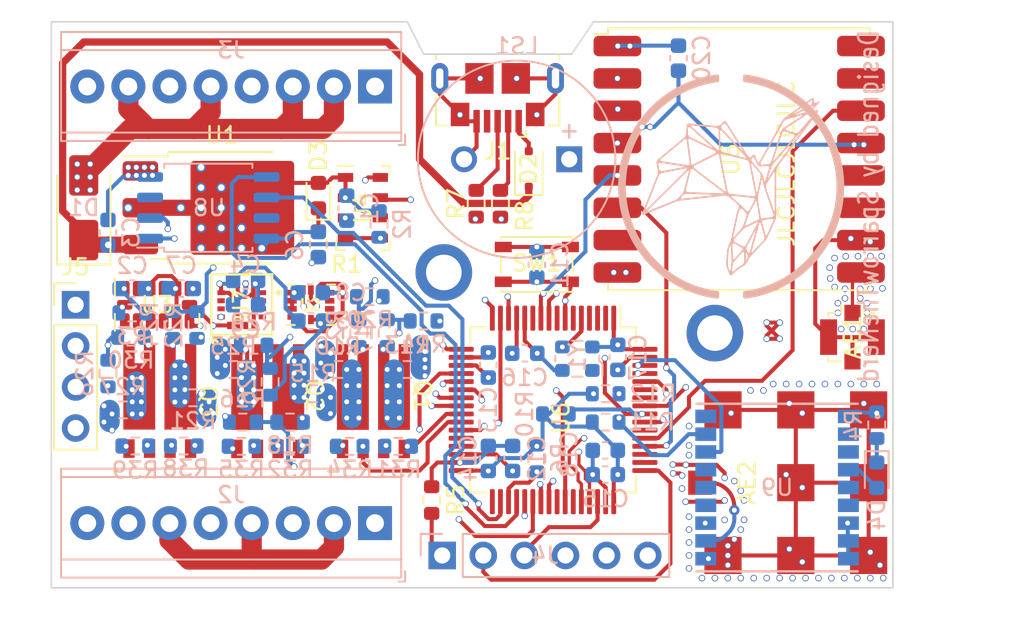
<source format=kicad_pcb>
(kicad_pcb (version 20221018) (generator pcbnew)
  (layers (0 "F.Cu" signal) (1 "In1.Cu" signal) (2 "In2.Cu" signal) (3 "In3.Cu" signal) (4 "In4.Cu" signal) (5 "In5.Cu" signal) (6 "In6.Cu" signal) (31 "B.Cu" signal) (34 "B.Paste" user) (35 "F.Paste" user) (36 "B.SilkS" user "B.Silkscreen") (37 "F.SilkS" user "F.Silkscreen") (38 "B.Mask" user) (39 "F.Mask" user) (44 "Edge.Cuts" user))
  (net 0 "")
  (net 1 "Net-(AE1-A)")
  (net 2 "GNDREF")
  (net 3 "Net-(AE2-A)")
  (net 4 "+3V3")
  (net 5 "Net-(D1-K)")
  (net 8 "Net-(U7-CAP)")
  (net 9 "/NRST")
  (net 10 "Net-(U6-VCAP_1)")
  (net 11 "/SW+")
  (net 12 "Net-(D2-A)")
  (net 13 "Net-(D3-K)")
  (net 14 "Net-(D4-K)")
  (net 15 "Net-(D4-A)")
  (net 16 "Net-(J1-D-)")
  (net 17 "Net-(J1-D+)")
  (net 19 "/FIRE4")
  (net 20 "/FIRE5")
  (net 21 "/FIRE6")
  (net 22 "/LIPO+")
  (net 23 "/FIRE1")
  (net 24 "/FIRE2")
  (net 25 "/FIRE3")
  (net 26 "/BOOT0")
  (net 27 "/SWCLK")
  (net 28 "/SWDIO")
  (net 29 "/SERVO1")
  (net 30 "/SERVO2")
  (net 31 "/SERVO3")
  (net 32 "/SERVO4")
  (net 33 "Net-(U6-PA9)")
  (net 34 "/PY1")
  (net 35 "/PY2")
  (net 36 "/FET1")
  (net 37 "/FET2")
  (net 38 "/PY3")
  (net 39 "/PY4")
  (net 40 "/FET3")
  (net 41 "/FET4")
  (net 42 "/PY5")
  (net 43 "/PY6")
  (net 44 "/FET5")
  (net 45 "/FET6")
  (net 46 "Net-(R2-Pad1)")
  (net 47 "Net-(U3-~{CS})")
  (net 48 "/D+")
  (net 49 "/D-")
  (net 50 "/MISO1")
  (net 51 "/SCL")
  (net 52 "/SDA")
  (net 53 "/SENSE1")
  (net 54 "/SENSE4")
  (net 55 "/SENSE2")
  (net 56 "/SENSE5")
  (net 57 "/SENSE3")
  (net 58 "/SENSE6")
  (net 68 "/MOSI1")
  (net 69 "/SCK1")
  (net 70 "/CS_LoRa")
  (net 71 "/LoRa_RST")
  (net 75 "/LoRa_INT")
  (net 81 "Net-(U6-PH0)")
  (net 83 "/CS_SD")
  (net 84 "/CS_FL")
  (net 88 "/SCK2")
  (net 89 "/MISO2")
  (net 90 "/MOSI2")
  (footprint "RF_Module:HOPERF_RFM9XW_SMD" (layer "F.Cu") (at 167.5 88.5)
    (fp_text reference "U5")
    (fp_text value "RFM95")
  )
  (footprint "rev3footprints:LSM6DSO32TR" (layer "F.Cu") (at 141.0375 97.5)
    (fp_text reference "U2")
    (fp_text value "LSM6DSO32TR")
  )
  (footprint "Package_TO_SOT_SMD:TO-252-3_TabPin2" (layer "F.Cu") (at 135.54 91.5)
    (fp_text reference "U1")
    (fp_text value "AZ1117-3.3")
  )
  (footprint "Connector_PinHeader_2.54mm:PinHeader_1x04_P2.54mm_Vertical" (layer "F.Cu") (at 126.5 97.5)
    (fp_text reference "J5")
    (fp_text value "Conn_01x04")
  )
  (footprint "MountingHole:MountingHole_2.2mm_M2_ISO7380_Pad_TopBottom" (layer "F.Cu") (at 166 99.25)
    (fp_text reference "REF**" hide)
    (fp_text value "MountingHole_2.2mm_M2_ISO7380_Pad_TopBottom")
  )
  (footprint "Resistor_SMD:R_0603_1608Metric" (layer "F.Cu") (at 151.25 91.25 -90)
    (fp_text reference "R7")
    (fp_text value "22Ω")
  )
  (footprint "Package_QFP:LQFP-64_10x10mm_P0.5mm" (layer "F.Cu") (at 156 104 -90)
    (fp_text reference "U6")
    (fp_text value "STM32F446RETx")
  )
  (footprint "Diode_SMD:D_SMA" (layer "F.Cu") (at 127 91.5 90)
    (fp_text reference "D1")
    (fp_text value "SK510A-LTP")
  )
  (footprint "rev3footprints:MMC5983MA_MEM" (layer "F.Cu") (at 136.762501 97.5 90)
    (fp_text reference "U7")
    (fp_text value "MMC5983MA")
  )
  (footprint "rev3footprints:LFPAK56D" (layer "F.Cu") (at 138.370574 103.136091)
    (fp_text reference "Q2")
    (fp_text value "BUK9K12-60EX_1")
  )
  (footprint "rev3footprints:LFPAK56D" (layer "F.Cu") (at 131.70184 103.117011)
    (fp_text reference "Q3")
    (fp_text value "BUK9K12-60EX_1")
  )
  (footprint "Diode_SMD:D_SOD-323F" (layer "F.Cu") (at 154.5 89.1 90)
    (fp_text reference "D2")
    (fp_text value "PMEG1020EJ")
  )
  (footprint "LED_SMD:LED_0603_1608Metric" (layer "F.Cu") (at 141.5 90.75 90)
    (fp_text reference "D3")
    (fp_text value "LED_BL")
  )
  (footprint "rev3footprints:TAOGLAS SGGP.12.4.A.02" (layer "F.Cu") (at 171 108.5 -90)
    (fp_text reference "AE2")
    (fp_text value "Patch_Antenna")
  )
  (footprint "Connector_USB:USB_Micro-B_GCT_USB3076-30-A" (layer "F.Cu") (at 152.575 84.7 180)
    (fp_text reference "J1")
    (fp_text value "USB_B_Micro")
  )
  (footprint "Resistor_SMD:R_0603_1608Metric" (layer "F.Cu") (at 152.75 91.25 -90)
    (fp_text reference "R8")
    (fp_text value "22Ω")
  )
  (footprint "Button_Switch_SMD:SW_SPST_PTS810" (layer "F.Cu") (at 155 95)
    (fp_text reference "SW1")
    (fp_text value "PTS810")
  )
  (footprint "rev3footprints:LFPAK56D" (layer "F.Cu") (at 144.90184 103.136091)
    (fp_text reference "Q1")
    (fp_text value "BUK9K12-60EX_1")
  )
  (footprint "Resistor_SMD:R_0603_1608Metric" (layer "F.Cu") (at 148.5 109.575 90)
    (fp_text reference "R5")
    (fp_text value "10kΩ")
  )
  (footprint "MountingHole:MountingHole_2.2mm_M2_ISO7380_Pad_TopBottom" (layer "F.Cu") (at 149.25 95.5)
    (fp_text reference "REF**" hide)
    (fp_text value "MountingHole_2.2mm_M2_ISO7380_Pad_TopBottom")
  )
  (footprint "Package_LGA:LGA-14_3x5mm_P0.8mm_LayoutBorder1x6y" (layer "F.Cu") (at 131.5375 97.5 -90)
    (fp_text reference "U3")
    (fp_text value "ADXL375")
  )
  (footprint "Resistor_SMD:R_0603_1608Metric" (layer "F.Cu") (at 141.5 93.75 90)
    (fp_text reference "R1")
    (fp_text value "22Ω")
  )
  (footprint "Package_LGA:LGA-8_3x5mm_P1.25mm" (layer "F.Cu") (at 144.25 91.5)
    (fp_text reference "U4")
    (fp_text value "MS5607-02BA")
  )
  (footprint "Connector_Coaxial:U.FL_Molex_MCRF_73412-0110_Vertical" (layer "F.Cu") (at 174.5 99.5 180)
    (fp_text reference "AE1")
    (fp_text value "CON-SMA-EDGE-S")
  )
  (footprint "Capacitor_SMD:C_0603_1608Metric" (layer "B.Cu") (at 128.5 93.025 90)
    (fp_text reference "C3")
    (fp_text value "10uF")
  )
  (footprint "Capacitor_SMD:C_0603_1608Metric" (layer "B.Cu") (at 159.225 106.5 180)
    (fp_text reference "C18")
    (fp_text value "4.7uF")
  )
  (footprint "Buzzer_Beeper:MagneticBuzzer_ProSignal_ABT-410-RC" (layer "B.Cu") (at 157 88.5 180)
    (fp_text reference "LS1")
    (fp_text value "AT-1220-TT")
  )
  (footprint "Resistor_SMD:R_0603_1608Metric" (layer "B.Cu") (at 146.431266 106.25)
    (fp_text reference "R31")
    (fp_text value "470Ω")
  )
  (footprint "Resistor_SMD:R_0603_1608Metric" (layer "B.Cu") (at 132.5 98.75 -90)
    (fp_text reference "R24")
    (fp_text value "10kΩ")
  )
  (footprint "TerminalBlock_TE-Connectivity:TerminalBlock_TE_282834-8_1x08_P2.54mm_Horizontal" (layer "B.Cu") (at 145 84 180)
    (fp_text reference "J3")
    (fp_text value "Screw_Terminal_01x08")
  )
  (footprint "Resistor_SMD:R_0603_1608Metric" (layer "B.Cu") (at 129.925 99.5)
    (fp_text reference "R30")
    (fp_text value "10kΩ")
  )
  (footprint "Resistor_SMD:R_0603_1608Metric" (layer "B.Cu") (at 155 107 90)
    (fp_text reference "R6")
    (fp_text value "4.7kΩ")
  )
  (footprint "Capacitor_SMD:C_0603_1608Metric" (layer "B.Cu") (at 141.5 93.775 -90)
    (fp_text reference "C6")
    (fp_text value "22uF")
  )
  (footprint "Resistor_SMD:R_0603_1608Metric" (layer "B.Cu") (at 133.75 103.25)
    (fp_text reference "R21")
    (fp_text value "2Ω")
  )
  (footprint "Resistor_SMD:R_0603_1608Metric" (layer "B.Cu") (at 143.431266 106.25)
    (fp_text reference "R34")
    (fp_text value "470Ω")
  )
  (footprint "Resistor_SMD:R_0603_1608Metric" (layer "B.Cu") (at 128.5 101.75 -90)
    (fp_text reference "R28")
    (fp_text value "2.7kΩ")
  )
  (footprint "Resistor_SMD:R_0603_1608Metric" (layer "B.Cu") (at 138.519832 102.264158 -90)
    (fp_text reference "R26")
    (fp_text value "2.7kΩ")
  )
  (footprint "Capacitor_SMD:C_0603_1608Metric" (layer "B.Cu") (at 130 96.5 180)
    (fp_text reference "C2")
    (fp_text value "1uF (tantalum)")
  )
  (footprint "Connector_PinHeader_2.54mm:PinHeader_1x06_P2.54mm_Vertical" (layer "B.Cu") (at 149.15 113 -90)
    (fp_text reference "J4")
    (fp_text value "Conn_01x06")
  )
  (footprint "Resistor_SMD:R_0603_1608Metric" (layer "B.Cu") (at 136.75 106.25)
    (fp_text reference "R35")
    (fp_text value "470Ω")
  )
  (footprint "Oscillator:Oscillator_SMD_ECS_2520MV-xxx-xx-4Pin_2.5x2.0mm" (layer "B.Cu") (at 157.5 100.832316 90)
    (fp_text reference "Y1")
    (fp_text value "ECS-2520MV-xxx-xx")
  )
  (footprint "Resistor_SMD:R_0603_1608Metric" (layer "B.Cu") (at 136.25 101.5 180)
    (fp_text reference "R25")
    (fp_text value "2Ω")
  )
  (footprint "Resistor_SMD:R_0603_1608Metric" (layer "B.Cu") (at 144.675 97)
    (fp_text reference "R20")
    (fp_text value "2.7kΩ")
  )
  (footprint "Capacitor_SMD:C_0603_1608Metric" (layer "B.Cu") (at 133.025 96.5 180)
    (fp_text reference "C7")
    (fp_text value "0.1uF")
  )
  (footprint "Resistor_SMD:R_0603_1608Metric" (layer "B.Cu") (at 141.175 103)
    (fp_text reference "R15")
    (fp_text value "2Ω")
  )
  (footprint "Capacitor_SMD:C_0603_1608Metric" (layer "B.Cu") (at 137 96 180)
    (fp_text reference "C4")
    (fp_text value "1nF")
  )
  (footprint "Resistor_SMD:R_0603_1608Metric" (layer "B.Cu") (at 130.181266 106.23092)
    (fp_text reference "R39")
    (fp_text value "470Ω")
  )
  (footprint "Capacitor_SMD:C_0603_1608Metric" (layer "B.Cu") (at 160 100.75 -90)
    (fp_text reference "C17")
    (fp_text value "100nF")
  )
  (footprint "Resistor_SMD:R_0603_1608Metric" (layer "B.Cu") (at 130 98)
    (fp_text reference "R3")
    (fp_text value "10kΩ")
  )
  (footprint "Capacitor_SMD:C_0603_1608Metric" (layer "B.Cu") (at 143.25 91.525 90)
    (fp_text reference "C1")
    (fp_text value "100nF")
  )
  (footprint "Resistor_SMD:R_0603_1608Metric" (layer "B.Cu") (at 159.25 104.75 180)
    (fp_text reference "R11")
    (fp_text value "10kΩ")
  )
  (footprint "Capacitor_SMD:C_0603_1608Metric" (layer "B.Cu") (at 141.025 98.5 180)
    (fp_text reference "C5")
    (fp_text value "100nF")
  )
  (footprint "Resistor_SMD:R_0603_1608Metric" (layer "B.Cu") (at 134 98.75 -90)
    (fp_text reference "R22")
    (fp_text value "2.7kΩ")
  )
  (footprint "Resistor_SMD:R_0603_1608Metric" (layer "B.Cu") (at 145.75 99.25 -90)
    (fp_text reference "R17")
    (fp_text value "10kΩ")
  )
  (footprint "Capacitor_SMD:C_0603_1608Metric" (layer "B.Cu") (at 163.75 82.25 90)
    (fp_text reference "C20")
    (fp_text value "10uF")
  )
  (footprint "Resistor_SMD:R_0603_1608Metric" (layer "B.Cu") (at 159.25 103 180)
    (fp_text reference "R12")
    (fp_text value "10kΩ")
  )
  (footprint "Capacitor_SMD:C_0603_1608Metric" (layer "B.Cu") (at 159.225 108 180)
    (fp_text reference "C15")
    (fp_text value "100nF")
  )
  (footprint "Capacitor_SMD:C_0603_1608Metric" (layer "B.Cu") (at 152 107 90)
    (fp_text reference "C14")
    (fp_text value "100nF")
  )
  (footprint "Resistor_SMD:R_0603_1608Metric" (layer "B.Cu") (at 133.181266 106.23092)
    (fp_text reference "R38")
    (fp_text value "470Ω")
  )
  (footprint "Resistor_SMD:R_0603_1608Metric" (layer "B.Cu") (at 144 99.25 -90)
    (fp_text reference "R23")
    (fp_text value "10kΩ")
  )
  (footprint "Capacitor_SMD:C_0603_1608Metric" (layer "B.Cu") (at 155 95.025 90)
    (fp_text reference "C11")
    (fp_text value "100nF")
  )
  (footprint "Resistor_SMD:R_0603_1608Metric" (layer "B.Cu") (at 156.175 104.25 180)
    (fp_text reference "R10")
    (fp_text value "4.7kΩ")
  )
  (footprint "Resistor_SMD:R_0603_1608Metric" (layer "B.Cu") (at 139.75 106.25)
    (fp_text reference "R32")
    (fp_text value "470Ω")
  )
  (footprint "Package_SO:SOIC-8_5.23x5.23mm_P1.27mm" (layer "B.Cu") (at 134.7 91.5)
    (fp_text reference "U8")
    (fp_text value "W25Q32JVSS")
  )
  (footprint "Capacitor_SMD:C_0603_1608Metric" (layer "B.Cu") (at 152 101.225 90)
    (fp_text reference "C13")
    (fp_text value "100nF")
  )
  (footprint "Resistor_SMD:R_0603_1608Metric" (layer "B.Cu") (at 136.825 104.75 180)
    (fp_text reference "R16")
    (fp_text value "2.7kΩ")
  )
  (footprint "Resistor_SMD:R_0603_1608Metric" (layer "B.Cu") (at 137.5 100 180)
    (fp_text reference "R29")
    (fp_text value "10kΩ")
  )
  (footprint "Capacitor_SMD:C_0603_1608Metric" (layer "B.Cu") (at 153.5 107 90)
    (fp_text reference "C12")
    (fp_text value "4.7uF")
  )
  (footprint "Capacitor_SMD:C_0603_1608Metric" (layer "B.Cu") (at 137 97.5 180)
    (fp_text reference "C9")
    (fp_text value "100nF")
  )
  (footprint "Capacitor_SMD:C_0603_1608Metric" (layer "B.Cu") (at 154.25 100.5)
    (fp_text reference "C16")
    (fp_text value "100nF")
  )
  (footprint "rev3footprints:MAX-M10S-00B" (layer "B.Cu") (at 169.8431 108.799999 180)
    (fp_text reference "U9")
    (fp_text value "MAX-M10S-00B")
  )
  (footprint "Resistor_SMD:R_0603_1608Metric" (layer "B.Cu") (at 176 104.9425 -90)
    (fp_text reference "R4")
    (fp_text value "1kΩ")
  )
  (footprint "Capacitor_SMD:C_0603_1608Metric" (layer "B.Cu") (at 141 96.75 180)
    (fp_text reference "C8")
    (fp_text value "100nF")
  )
  (footprint "Resistor_SMD:R_0603_1608Metric" (layer "B.Cu") (at 145.25 92.5 90)
    (fp_text reference "R2")
    (fp_text value "10kΩ")
  )
  (footprint "TerminalBlock_TE-Connectivity:TerminalBlock_TE_282834-8_1x08_P2.54mm_Horizontal" (layer "B.Cu") (at 145 111 180)
    (fp_text reference "J2")
    (fp_text value "Screw_Terminal_01x08")
  )
  (footprint "Resistor_SMD:R_0603_1608Metric" (layer "B.Cu") (at 147 101.5)
    (fp_text reference "R13")
    (fp_text value "2Ω")
  )
  (footprint "LED_SMD:LED_0603_1608Metric" (layer "B.Cu") (at 176 108.0375 -90)
    (fp_text reference "D4")
    (fp_text value "LED_RD")
  )
  (footprint "Resistor_SMD:R_0603_1608Metric" (layer "B.Cu") (at 148 98.5)
    (fp_text reference "R14")
    (fp_text value "2.7kΩ")
  )
  (footprint "Resistor_SMD:R_0603_1608Metric" (layer "B.Cu") (at 129.425 104 180)
    (fp_text reference "R27")
    (fp_text value "2Ω")
  )
  (footprint "Resistor_SMD:R_0603_1608Metric" (layer "B.Cu") (at 139.75 104.75)
    (fp_text reference "R18")
    (fp_text value "10kΩ")
  )
  (footprint "Resistor_SMD:R_0603_1608Metric" (layer "B.Cu") (at 142.75 101.5 180)
    (fp_text reference "R19")
    (fp_text value "2Ω")
  )
  (gr_poly (pts (xy 160.021237 90.366081) (xy 160.027725 90.541833) (xy 160.038527 90.716854) (xy 160.053638 90.891108) (xy 160.073049 91.064556) (xy 160.096753 91.237162) (xy 160.124741 91.408886) (xy 160.157007 91.579691) (xy 160.193542 91.749541) (xy 160.234339 91.918396) (xy 160.27939 92.08622) (xy 160.328687 92.252975) (xy 160.382224 92.418623) (xy 160.439991 92.583126) (xy 160.501982 92.746447) (xy 160.568189 92.908548) (xy 160.635927 93.063494) (xy 160.707204 93.216425) (xy 160.782 93.367311) (xy 160.860294 93.516121) (xy 160.942065 93.662825) (xy 161.027292 93.80739) (xy 161.115955 93.949787) (xy 161.208031 94.089985) (xy 161.303501 94.227952) (xy 161.402343 94.363657) (xy 161.504536 94.49707) (xy 161.61006 94.62816) (xy 161.718894 94.756895) (xy 161.831016 94.883245) (xy 161.946406 95.007179) (xy 162.065043 95.128667) (xy 162.186528 95.247303) (xy 162.310457 95.362693) (xy 162.4368 95.474815) (xy 162.565527 95.583649) (xy 162.696607 95.689173) (xy 162.83001 95.791366) (xy 162.965706 95.890209) (xy 163.103665 95.985678) (xy 163.243856 96.077755) (xy 163.386249 96.166417) (xy 163.530814 96.251644) (xy 163.677521 96.333415) (xy 163.82634 96.411709) (xy 163.977239 96.486505) (xy 164.13019 96.557782) (xy 164.285162 96.62552) (xy 164.510612 96.716288) (xy 164.738385 96.798912) (xy 164.96838 96.873378) (xy 165.200494 96.939667) (xy 165.434625 96.997762) (xy 165.670669 97.047648) (xy 165.908526 97.089308) (xy 166.148092 97.122724) (xy 166.153756 97.123264) (xy 166.15937 97.12349) (xy 166.164925 97.123409) (xy 166.170415 97.123028) (xy 166.175829 97.122356) (xy 166.181159 97.1214) (xy 166.186398 97.120168) (xy 166.191535 97.118667) (xy 166.196564 97.116904) (xy 166.201474 97.114887) (xy 166.206258 97.112624) (xy 166.210907 97.110123) (xy 166.215413 97.10739) (xy 166.219767 97.104434) (xy 166.22396 97.101261) (xy 166.227984 97.09788) (xy 166.23183 97.094298) (xy 166.23549 97.090523) (xy 166.238955 97.086562) (xy 166.242217 97.082423) (xy 166.245267 97.078113) (xy 166.248097 97.07364) (xy 166.250698 97.069012) (xy 166.253061 97.064235) (xy 166.255178 97.059318) (xy 166.257041 97.054268) (xy 166.258641 97.049093) (xy 166.259969 97.0438) (xy 166.261016 97.038396) (xy 166.261775 97.032891) (xy 166.262237 97.027289) (xy 166.262393 97.021601) (xy 166.262393 96.746487) (xy 166.262283 96.741733) (xy 166.261958 96.737028) (xy 166.261421 96.73238) (xy 166.260677 96.727792) (xy 166.259731 96.723269) (xy 166.258587 96.718819) (xy 166.257249 96.714445) (xy 166.255723 96.710153) (xy 166.254012 96.705949) (xy 166.252121 96.701837) (xy 166.250055 96.697823) (xy 166.247818 96.693913) (xy 166.245414 96.690112) (xy 166.242849 96.686425) (xy 166.240126 96.682858) (xy 166.237251 96.679415) (xy 166.234227 96.676103) (xy 166.231059 96.672926) (xy 166.227752 96.66989) (xy 166.22431 96.667) (xy 166.220737 96.664262) (xy 166.217039 96.661681) (xy 166.21322 96.659262) (xy 166.209283 96.657011) (xy 166.205235 96.654933) (xy 166.201078 96.653034) (xy 166.196818 96.651318) (xy 166.19246 96.649791) (xy 166.188007 96.648458) (xy 166.183464 96.647326) (xy 166.178836 96.646398) (xy 166.174128 96.645681) (xy 165.876427 96.600583) (xy 165.583256 96.542153) (xy 165.294939 96.470711) (xy 165.011799 96.386582) (xy 164.734157 96.290088) (xy 164.462336 96.181551) (xy 164.196659 96.061293) (xy 163.937449 95.929639) (xy 163.685029 95.78691) (xy 163.43972 95.633429) (xy 163.201846 95.469518) (xy 162.97173 95.295501) (xy 162.749693 95.1117) (xy 162.536059 94.918437) (xy 162.331151 94.716036) (xy 162.13529 94.504818) (xy 161.9488 94.285107) (xy 161.772003 94.057226) (xy 161.605222 93.821496) (xy 161.448779 93.57824) (xy 161.302998 93.327782) (xy 161.1682 93.070444) (xy 161.04471 92.806548) (xy 160.932848 92.536418) (xy 160.832938 92.260375) (xy 160.745303 91.978742) (xy 160.670264 91.691843) (xy 160.608146 91.4) (xy 160.55927 91.103535) (xy 160.523959 90.802771) (xy 160.502536 90.49803) (xy 160.495323 90.189636) (xy 160.502536 89.881243) (xy 160.523959 89.576502) (xy 160.55927 89.275738) (xy 160.608146 88.979273) (xy 160.670264 88.687429) (xy 160.745303 88.400529) (xy 160.832938 88.118897) (xy 160.932848 87.842853) (xy 161.04471 87.572721) (xy 161.1682 87.308824) (xy 161.302998 87.051484) (xy 161.448779 86.801024) (xy 161.605222 86.557767) (xy 161.772003 86.322034) (xy 161.9488 86.094149) (xy 162.13529 85.874435) (xy 162.331151 85.663213) (xy 162.536059 85.460808) (xy 162.749693 85.26754) (xy 162.97173 85.083733) (xy 163.201846 84.90971) (xy 163.43972 84.745792) (xy 163.685029 84.592304) (xy 163.937449 84.449567) (xy 164.196659 84.317904) (xy 164.462336 84.197637) (xy 164.734157 84.08909) (xy 165.011799 83.992584) (xy 165.294939 83.908443) (xy 165.583256 83.836989) (xy 165.876427 83.778545) (xy 166.174128 83.733433) (xy 166.178836 83.73273) (xy 166.183464 83.731814) (xy 166.188007 83.730692) (xy 166.19246 83.729369) (xy 166.196818 83.727849) (xy 166.201078 83.726139) (xy 166.205235 83.724244) (xy 166.209283 83.722169) (xy 166.21322 83.71992) (xy 166.217039 83.717503) (xy 166.220737 83.714922) (xy 166.22431 83.712183) (xy 166.227752 83.709292) (xy 166.231059 83.706254) (xy 166.234227 83.703074) (xy 166.237251 83.699758) (xy 166.240126 83.696312) (xy 166.242849 83.69274) (xy 166.245414 83.689048) (xy 166.247818 83.685242) (xy 166.250055 83.681327) (xy 166.252121 83.677309) (xy 166.254012 83.673192) (xy 166.255723 83.668983) (xy 166.257249 83.664687) (xy 166.258587 83.660309) (xy 166.259731 83.655854) (xy 166.260677 83.651329) (xy 166.261421 83.646738) (xy 166.261958 83.642087) (xy 166.262283 83.637382) (xy 166.262393 83.632627) (xy 166.262234 83.632627) (xy 166.262234 83.357672) (xy 166.262079 83.351983) (xy 166.261619 83.346382) (xy 166.260862 83.340876) (xy 166.259817 83.335473) (xy 166.258492 83.33018) (xy 166.256896 83.325005) (xy 166.255038 83.319955) (xy 166.252925 83.315038) (xy 166.250566 83.310261) (xy 166.247971 83.305633) (xy 166.245146 83.30116) (xy 166.2421 83.29685) (xy 166.238843 83.29271) (xy 166.235383 83.28875) (xy 166.231727 83.284974) (xy 166.227885 83.281393) (xy 166.223864 83.278012) (xy 166.219674 83.274839) (xy 166.215323 83.271883) (xy 166.210819 83.26915) (xy 166.20617 83.266649) (xy 166.201386 83.264386) (xy 166.196474 83.262369) (xy 166.191444 83.260606) (xy 166.186303 83.259105) (xy 166.18106 83.257872) (xy 166.175723 83.256916) (xy 166.170302 83.256244) (xy 166.164804 83.255864) (xy 166.159237 83.255783) (xy 166.153611 83.256008) (xy 166.147934 83.256548) (xy 165.908322 83.289965) (xy 165.670444 83.331625) (xy 165.434396 83.381511) (xy 165.200276 83.439607) (xy 164.96818 83.505896) (xy 164.738204 83.580361) (xy 164.510447 83.662986) (xy 164.285003 83.753753) (xy 164.130057 83.821491) (xy 163.977126 83.892768) (xy 163.82624 83.967564) (xy 163.677429 84.045858) (xy 163.530726 84.127629) (xy 163.38616 84.212856) (xy 163.243763 84.301519) (xy 163.103565 84.393595) (xy 162.965598 84.489065) (xy 162.829893 84.587907) (xy 162.69648 84.690101) (xy 162.56539 84.795625) (xy 162.436655 84.904458) (xy 162.310305 85.01658) (xy 162.186371 85.13197) (xy 162.064884 85.250607) (xy 161.946247 85.372092) (xy 161.830857 85.496021) (xy 161.718735 85.622364) (xy 161.609902 85.751091) (xy 161.504378 85.882171) (xy 161.402184 86.015574) (xy 161.303342 86.15127) (xy 161.207872 86.289229) (xy 161.115796 86.42942) (xy 161.027134 86.571813) (xy 160.941906 86.716378) (xy 160.860135 86.863085) (xy 160.781841 87.011904) (xy 160.707045 87.162803) (xy 160.635768 87.315754) (xy 160.56803 87.470726) (xy 160.501852 87.632827) (xy 160.439885 87.796148) (xy 160.382139 87.960651) (xy 160.328621 88.126299) (xy 160.279338 88.293053) (xy 160.2343 88.460877) (xy 160.193514 88.629733) (xy 160.156987 88.799582) (xy 160.124728 88.970387) (xy 160.096744 89.142112) (xy 160.073044 89.314717) (xy 160.053636 89.488165) (xy 160.038526 89.662419) (xy 160.027724 89.83744) (xy 160.021237 90.013192) (xy 160.019073 90.189636)) (fill solid) (layer "B.SilkS"))
  (gr_poly (pts (xy 167.745912 96.746646) (xy 167.745912 97.021601) (xy 167.746068 97.027289) (xy 167.746528 97.032891) (xy 167.747285 97.038396) (xy 167.74833 97.0438) (xy 167.749654 97.049093) (xy 167.75125 97.054268) (xy 167.753109 97.059318) (xy 167.755221 97.064235) (xy 167.75758 97.069012) (xy 167.760176 97.07364) (xy 167.763001 97.078113) (xy 167.766046 97.082423) (xy 167.769303 97.086562) (xy 167.772764 97.090523) (xy 167.776419 97.094298) (xy 167.780262 97.09788) (xy 167.784282 97.101261) (xy 167.788472 97.104433) (xy 167.792823 97.107389) (xy 167.797327 97.110122) (xy 167.801976 97.112624) (xy 167.80676 97.114887) (xy 167.811672 97.116903) (xy 167.816702 97.118666) (xy 167.821843 97.120168) (xy 167.827086 97.1214) (xy 167.832422 97.122356) (xy 167.837844 97.123028) (xy 167.843342 97.123409) (xy 167.848909 97.12349) (xy 167.854535 97.123264) (xy 167.860212 97.122724) (xy 168.099779 97.089308) (xy 168.337635 97.047648) (xy 168.57368 96.997762) (xy 168.807811 96.939666) (xy 169.039924 96.873377) (xy 169.269919 96.798912) (xy 169.497693 96.716287) (xy 169.723143 96.62552) (xy 169.878086 96.557782) (xy 170.031013 96.486505) (xy 170.181892 96.411709) (xy 170.330694 96.333415) (xy 170.477388 96.251644) (xy 170.621943 96.166417) (xy 170.764331 96.077755) (xy 170.90452 95.985678) (xy 171.042481 95.890209) (xy 171.178182 95.791366) (xy 171.311595 95.689173) (xy 171.442688 95.583649) (xy 171.571431 95.474815) (xy 171.697795 95.362693) (xy 171.821748 95.247303) (xy 171.943261 95.128667) (xy 172.061924 95.007181) (xy 172.177333 94.883252) (xy 172.289469 94.756909) (xy 172.39831 94.628183) (xy 172.503837 94.497103) (xy 172.60603 94.3637) (xy 172.704869 94.228004) (xy 172.800332 94.090045) (xy 172.8924 93.949854) (xy 172.981053 93.807461) (xy 173.06627 93.662896) (xy 173.148032 93.516189) (xy 173.226317 93.36737) (xy 173.301106 93.216471) (xy 173.372379 93.06352) (xy 173.440114 92.908548) (xy 173.506293 92.746447) (xy 173.56826 92.583126) (xy 173.626006 92.418623) (xy 173.679524 92.252975) (xy 173.728807 92.08622) (xy 173.773845 91.918396) (xy 173.814631 91.749541) (xy 173.851158 91.579691) (xy 173.883417 91.408886) (xy 173.9114 91.237162) (xy 173.9351 91.064556) (xy 173.954509 90.891108) (xy 173.969618 90.716854) (xy 173.980421 90.541833) (xy 173.986908 90.366081) (xy 173.989072 90.189636) (xy 173.986908 90.013192) (xy 173.98042 89.83744) (xy 173.969617 89.662417) (xy 173.954507 89.488162) (xy 173.935096 89.314712) (xy 173.911392 89.142103) (xy 173.883404 88.970374) (xy 173.851138 88.799562) (xy 173.814603 88.629704) (xy 173.773806 88.460838) (xy 173.728755 88.293002) (xy 173.679458 88.126232) (xy 173.625921 87.960566) (xy 173.568154 87.796041) (xy 173.506163 87.632696) (xy 173.439956 87.470567) (xy 173.372218 87.315621) (xy 173.300941 87.16269) (xy 173.226145 87.011804) (xy 173.147851 86.862993) (xy 173.06608 86.71629) (xy 172.980853 86.571724) (xy 172.892191 86.429327) (xy 172.800114 86.289129) (xy 172.704645 86.151162) (xy 172.605802 86.015457) (xy 172.503609 85.882044) (xy 172.398085 85.750954) (xy 172.289251 85.622219) (xy 172.177129 85.495869) (xy 172.061739 85.371935) (xy 171.943103 85.250448) (xy 171.821617 85.131811) (xy 171.697688 85.016421) (xy 171.571345 84.904299) (xy 171.442619 84.795466) (xy 171.311539 84.689942) (xy 171.178136 84.587748) (xy 171.04244 84.488906) (xy 170.904481 84.393436) (xy 170.76429 84.30136) (xy 170.621897 84.212698) (xy 170.477332 84.12747) (xy 170.330625 84.045699) (xy 170.181806 83.967405) (xy 170.030907 83.892609) (xy 169.877956 83.821332) (xy 169.722984 83.753594) (xy 169.497534 83.662827) (xy 169.269761 83.580202) (xy 169.039766 83.505737) (xy 168.807652 83.439448) (xy 168.573521 83.381352) (xy 168.337476 83.331466) (xy 168.09962 83.289806) (xy 167.860053 83.256389) (xy 167.85439 83.25585) (xy 167.848776 83.255624) (xy 167.84322 83.255705) (xy 167.837731 83.256086) (xy 167.832316 83.256758) (xy 167.826986 83.257714) (xy 167.821747 83.258946) (xy 167.81661 83.260447) (xy 167.811582 83.26221) (xy 167.806671 83.264227) (xy 167.801887 83.26649) (xy 167.797238 83.268991) (xy 167.792732 83.271724) (xy 167.788379 83.274681) (xy 167.784186 83.277853) (xy 167.780162 83.281234) (xy 167.776316 83.284816) (xy 167.772656 83.288591) (xy 167.76919 83.292552) (xy 167.765928 83.296691) (xy 167.762878 83.301001) (xy 167.760049 83.305474) (xy 167.757448 83.310102) (xy 167.755084 83.314879) (xy 167.752967 83.319796) (xy 167.751105 83.324846) (xy 167.749505 83.330021) (xy 167.748177 83.335314) (xy 167.747129 83.340717) (xy 167.74637 83.346223) (xy 167.745909 83.351825) (xy 167.745753 83.357513) (xy 167.745753 83.632786) (xy 167.745862 83.63754) (xy 167.746188 83.642244) (xy 167.746725 83.646893) (xy 167.747469 83.651481) (xy 167.748415 83.656003) (xy 167.749559 83.660454) (xy 167.750896 83.664828) (xy 167.752423 83.66912) (xy 167.754134 83.673324) (xy 167.756025 83.677436) (xy 167.758091 83.681449) (xy 167.760328 83.685359) (xy 167.762731 83.68916) (xy 167.765297 83.692847) (xy 167.768019 83.696415) (xy 167.770895 83.699858) (xy 167.773919 83.70317) (xy 167.777087 83.706347) (xy 167.780394 83.709383) (xy 167.783836 83.712272) (xy 167.787408 83.71501) (xy 167.791106 83.717591) (xy 167.794926 83.72001) (xy 167.798862 83.722261) (xy 167.802911 83.724339) (xy 167.807067 83.726239) (xy 167.811327 83.727955) (xy 167.815686 83.729482) (xy 167.820139 83.730814) (xy 167.824681 83.731947) (xy 167.829309 83.732875) (xy 167.834018 83.733592) (xy 168.131719 83.778689) (xy 168.424889 83.83712) (xy 168.713206 83.908561) (xy 168.996347 83.992691) (xy 169.273989 84.089185) (xy 169.54581 84.197722) (xy 169.811486 84.317979) (xy 170.070696 84.449634) (xy 170.323117 84.592363) (xy 170.568425 84.745844) (xy 170.806299 84.909755) (xy 171.036416 85.083772) (xy 171.258452 85.267573) (xy 171.472086 85.460836) (xy 171.676995 85.663237) (xy 171.872856 85.874455) (xy 172.059346 86.094166) (xy 172.236143 86.322047) (xy 172.402924 86.557777) (xy 172.559366 86.801033) (xy 172.705148 87.051491) (xy 172.839945 87.308829) (xy 172.963436 87.572725) (xy 173.075298 87.842855) (xy 173.175208 88.118898) (xy 173.262843 88.400531) (xy 173.337881 88.68743) (xy 173.4 88.979273) (xy 173.448876 89.275738) (xy 173.484187 89.576502) (xy 173.50561 89.881243) (xy 173.512823 90.189636) (xy 173.50561 90.49803) (xy 173.484187 90.802771) (xy 173.448876 91.103535) (xy 173.4 91.4) (xy 173.337881 91.691844) (xy 173.262843 91.978743) (xy 173.175208 92.260376) (xy 173.075298 92.53642) (xy 172.963436 92.806552) (xy 172.839945 93.070449) (xy 172.705148 93.327789) (xy 172.559366 93.578249) (xy 172.402924 93.821506) (xy 172.236143 94.057239) (xy 172.059346 94.285124) (xy 171.872856 94.504838) (xy 171.676995 94.71606) (xy 171.472086 94.918465) (xy 171.258452 95.111733) (xy 171.036416 95.29554) (xy 170.806299 95.469563) (xy 170.568425 95.63348) (xy 170.323116 95.786969) (xy 170.070696 95.929706) (xy 169.811486 96.061369) (xy 169.545809 96.181636) (xy 169.273988 96.290183) (xy 168.996346 96.386689) (xy 168.713206 96.47083) (xy 168.424889 96.542284) (xy 168.131718 96.600728) (xy 167.834017 96.64584) (xy 167.829308 96.646543) (xy 167.82468 96.647459) (xy 167.820138 96.648581) (xy 167.815685 96.649904) (xy 167.811326 96.651424) (xy 167.807067 96.653134) (xy 167.80291 96.655029) (xy 167.798861 96.657103) (xy 167.794925 96.659352) (xy 167.791106 96.66177) (xy 167.787407 96.664351) (xy 167.783835 96.667089) (xy 167.780393 96.66998) (xy 167.777086 96.673019) (xy 167.773918 96.676198) (xy 167.770894 96.679514) (xy 167.768018 96.682961) (xy 167.765296 96.686533) (xy 167.76273 96.690224) (xy 167.760327 96.69403) (xy 167.75809 96.697945) (xy 167.756024 96.701964) (xy 167.754133 96.70608) (xy 167.752422 96.710289) (xy 167.750896 96.714586) (xy 167.749558 96.718964) (xy 167.748414 96.723419) (xy 167.747468 96.727944) (xy 167.746724 96.732535) (xy 167.746187 96.737186) (xy 167.745862 96.741891) (xy 167.745752 96.746646)) (fill solid) (layer "B.SilkS"))
  (gr_poly (pts (xy 161.495408 91.9072) (xy 161.49615 91.912243) (xy 161.497257 91.916985) (xy 161.498723 91.92142) (xy 161.500543 91.925544) (xy 161.502711 91.92935) (xy 161.505222 91.932832) (xy 161.508069 91.935986) (xy 161.511247 91.938806) (xy 161.514751 91.941285) (xy 161.518575 91.943419) (xy 161.522713 91.945202) (xy 161.527159 91.946628) (xy 161.531909 91.947691) (xy 161.536956 91.948387) (xy 161.542294 91.948708) (xy 161.547919 91.948651) (xy 161.553824 91.948208) (xy 161.560004 91.947375) (xy 161.566452 91.946146) (xy 161.573165 91.944515) (xy 161.580135 91.942477) (xy 161.587357 91.940026) (xy 161.594826 91.937157) (xy 163.564119 91.137533) (xy 163.596854 91.125219) (xy 163.633622 91.113016) (xy 163.673174 91.101245) (xy 163.714258 91.090226) (xy 163.755624 91.080278) (xy 163.796024 91.071721) (xy 163.834205 91.064876) (xy 163.868919 91.060063) (xy 166.601801 90.751453) (xy 166.618505 90.75017) (xy 166.63596 90.749981) (xy 166.654024 90.750842) (xy 166.672554 90.752711) (xy 166.691407 90.755542) (xy 166.710442 90.759292) (xy 166.729515 90.763916) (xy 166.748486 90.769372) (xy 166.767211 90.775614) (xy 166.785548 90.7826) (xy 166.803354 90.790284) (xy 166.820489 90.798624) (xy 166.836808 90.807575) (xy 166.852171 90.817093) (xy 166.866433 90.827134) (xy 166.879454 90.837654) (xy 167.413965 91.30168) (xy 167.420029 91.307207) (xy 167.425835 91.313033) (xy 167.436664 91.325518) (xy 167.446425 91.339008) (xy 167.455093 91.353378) (xy 167.462643 91.368501) (xy 167.469047 91.384251) (xy 167.474281 91.400503) (xy 167.478318 91.417131) (xy 167.481133 91.434007) (xy 167.4827 91.451007) (xy 167.482993 91.468004) (xy 167.481987 91.484872) (xy 167.479655 91.501486) (xy 167.475971 91.517718) (xy 167.470911 91.533444) (xy 167.467856 91.541077) (xy 167.464447 91.548536) (xy 167.441905 91.594733) (xy 167.427294 91.626549) (xy 167.412318 91.662363) (xy 167.397402 91.700949) (xy 167.382969 91.74108) (xy 167.369444 91.781532) (xy 167.357252 91.821078) (xy 167.346815 91.858492) (xy 167.338559 91.892548) (xy 167.01328 93.3794) (xy 167.005147 93.413485) (xy 166.994954 93.450984) (xy 166.983108 93.490667) (xy 166.97002 93.531304) (xy 166.965159 93.545399) (xy 166.965159 93.846997) (xy 166.9676 93.847396) (xy 166.969949 93.848276) (xy 166.972202 93.849637) (xy 166.974354 93.851478) (xy 166.9764 93.853797) (xy 166.978335 93.856594) (xy 166.980156 93.859866) (xy 166.981858 93.863613) (xy 166.983435 93.867834) (xy 166.984885 93.872528) (xy 166.986201 93.877693) (xy 166.98738 93.883328) (xy 166.988417 93.889432) (xy 166.989308 93.896004) (xy 166.990048 93.903042) (xy 166.991055 93.918515) (xy 167.023123 94.699565) (xy 167.024019 94.734614) (xy 167.024011 94.773528) (xy 167.023162 94.81501) (xy 167.021535 94.85776) (xy 167.019194 94.900481) (xy 167.016202 94.941873) (xy 167.012622 94.980638) (xy 167.008517 95.015478) (xy 166.969306 95.306308) (xy 166.968135 95.314179) (xy 166.966829 95.321568) (xy 166.965393 95.328475) (xy 166.963831 95.334898) (xy 166.962149 95.340839) (xy 166.960352 95.346295) (xy 166.958445 95.351266) (xy 166.956432 95.355752) (xy 166.95432 95.359751) (xy 166.952113 95.363263) (xy 166.949816 95.366288) (xy 166.947434 95.368825) (xy 166.944972 95.370872) (xy 166.942436 95.37243) (xy 166.93983 95.373498) (xy 166.937159 95.374075) (xy 166.934429 95.37416) (xy 166.931644 95.373753) (xy 166.92881 95.372853) (xy 166.925932 95.371459) (xy 166.923014 95.369572) (xy 166.920062 95.367189) (xy 166.917081 95.36431) (xy 166.914076 95.360936) (xy 166.911052 95.357064) (xy 166.908013 95.352695) (xy 166.904966 95.347827) (xy 166.901915 95.342461) (xy 166.898865 95.336594) (xy 166.895821 95.330228) (xy 166.892789 95.323361) (xy 166.889772 95.315992) (xy 166.845163 95.202962) (xy 166.83928 95.187088) (xy 166.83367 95.170049) (xy 166.828358 95.152002) (xy 166.82337 95.133104) (xy 166.81873 95.113511) (xy 166.814462 95.09338) (xy 166.810592 95.072867) (xy 166.807143 95.052129) (xy 166.804141 95.031322) (xy 166.80161 95.010603) (xy 166.799575 94.990127) (xy 166.79806 94.970053) (xy 166.79709 94.950536) (xy 166.79669 94.931732) (xy 166.796885 94.913798) (xy 166.797698 94.896892) (xy 166.845639 94.197915) (xy 166.847088 94.181048) (xy 166.849146 94.163233) (xy 166.851775 94.144621) (xy 166.854937 94.125366) (xy 166.862707 94.085535) (xy 166.872151 94.044959) (xy 166.882965 94.00486) (xy 166.894843 93.966458) (xy 166.901085 93.948274) (xy 166.907479 93.930972) (xy 166.913987 93.914705) (xy 166.92057 93.899624) (xy 166.920571 93.899624) (xy 166.923849 93.892656) (xy 166.927104 93.886187) (xy 166.93033 93.880217) (xy 166.933522 93.874743) (xy 166.936677 93.869765) (xy 166.93979 93.865281) (xy 166.942856 93.861291) (xy 166.945871 93.857794) (xy 166.94883 93.854787) (xy 166.951729 93.852271) (xy 166.954563 93.850243) (xy 166.957327 93.848703) (xy 166.960018 93.847649) (xy 166.96263 93.847081) (xy 166.965159 93.846997) (xy 166.965159 93.545399) (xy 166.956099 93.571666) (xy 166.941753 93.610523) (xy 166.927392 93.646645) (xy 166.913426 93.678803) (xy 166.82897 93.863587) (xy 166.822207 93.87911) (xy 166.815518 93.89581) (xy 166.802519 93.93212) (xy 166.790294 93.971277) (xy 166.779163 94.012039) (xy 166.769446 94.053165) (xy 166.761463 94.093415) (xy 166.755533 94.131548) (xy 166.753438 94.149433) (xy 166.751977 94.166324) (xy 166.69959 94.916576) (xy 166.698745 94.933485) (xy 166.698516 94.951424) (xy 166.698878 94.970235) (xy 166.699808 94.989763) (xy 166.701281 95.009849) (xy 166.703273 95.030338) (xy 166.70576 95.051071) (xy 166.708718 95.071893) (xy 166.712122 95.092646) (xy 166.715948 95.113174) (xy 166.720173 95.133318) (xy 166.724771 95.152923) (xy 166.72972 95.171831) (xy 166.734993 95.189885) (xy 166.740569 95.206929) (xy 166.746421 95.222805) (xy 166.893423 95.59841) (xy 166.896549 95.605845) (xy 166.899939 95.612908) (xy 166.903581 95.619596) (xy 166.907464 95.625908) (xy 166.911577 95.63184) (xy 166.915908 95.63739) (xy 166.920446 95.642554) (xy 166.92518 95.647332) (xy 166.930099 95.65172) (xy 166.935192 95.655715) (xy 166.940447 95.659314) (xy 166.945854 95.662516) (xy 166.951401 95.665318) (xy 166.957076 95.667717) (xy 166.96287 95.669711) (xy 166.968769 95.671296) (xy 166.974765 95.67247) (xy 166.980844 95.673232) (xy 166.986996 95.673577) (xy 166.99321 95.673504) (xy 166.999475 95.673011) (xy 167.005779 95.672093) (xy 167.012111 95.670749) (xy 167.018461 95.668977) (xy 167.024816 95.666773) (xy 167.031165 95.664135) (xy 167.037498 95.661061) (xy 167.043804 95.657547) (xy 167.05007 95.653592) (xy 167.056286 95.649192) (xy 167.062441 95.644346) (xy 167.068524 95.63905) (xy 167.326016 95.403623) (xy 167.352334 95.380439) (xy 167.382256 95.355576) (xy 167.414741 95.329814) (xy 167.44875 95.303928) (xy 167.483242 95.278697) (xy 167.517178 95.254899) (xy 167.549518 95.233311) (xy 167.579222 95.214711) (xy 167.762262 95.104697) (xy 167.776546 95.095633) (xy 167.791227 95.085424) (xy 167.806194 95.074182) (xy 167.821339 95.062018) (xy 167.836552 95.049045) (xy 167.851724 95.035374) (xy 167.866744 95.021119) (xy 167.881503 95.006391) (xy 167.895893 94.991301) (xy 167.909802 94.975963) (xy 167.923122 94.960489) (xy 167.935744 94.944989) (xy 167.947557 94.929577) (xy 167.958452 94.914364) (xy 167.96832 94.899463) (xy 167.977051 94.884986) (xy 168.053569 94.750842) (xy 168.115422 94.642932) (xy 168.139093 94.60194) (xy 168.153581 94.57717) (xy 168.160092 94.567622) (xy 168.17046 94.554156) (xy 168.184151 94.537393) (xy 168.20063 94.517955) (xy 168.219365 94.496464) (xy 168.23982 94.47354) (xy 168.261461 94.449805) (xy 168.283756 94.42588) (xy 169.081316 93.578632) (xy 169.092744 93.566121) (xy 169.104525 93.55249) (xy 169.11657 93.537871) (xy 169.128787 93.5224) (xy 169.153384 93.48943) (xy 169.177598 93.454648) (xy 169.20071 93.419122) (xy 169.222003 93.38392) (xy 169.231743 93.366774) (xy 169.240759 93.35011) (xy 169.248961 93.33406) (xy 169.256259 93.318759) (xy 169.722984 92.300853) (xy 169.729719 92.285329) (xy 169.736266 92.268623) (xy 169.742593 92.250893) (xy 169.748664 92.232293) (xy 169.754447 92.212979) (xy 169.759905 92.193105) (xy 169.769716 92.152303) (xy 169.777822 92.111128) (xy 169.781151 92.09079) (xy 169.783951 92.070824) (xy 169.786189 92.051387) (xy 169.787829 92.032634) (xy 169.788839 92.014719) (xy 169.789183 91.997799) (xy 169.789183 89.219515) (xy 169.789673 89.202681) (xy 169.791112 89.18502) (xy 169.793452 89.166678) (xy 169.796644 89.147802) (xy 169.800639 89.128541) (xy 169.80539 89.109041) (xy 169.810847 89.089449) (xy 169.816964 89.069913) (xy 169.82369 89.05058) (xy 169.830978 89.031597) (xy 169.83878 89.01311) (xy 169.847047 88.995268) (xy 169.85573 88.978218) (xy 169.864782 88.962107) (xy 169.874154 88.947081) (xy 169.883798 88.933289) (xy 172.369028 85.588109) (xy 172.373673 85.581581) (xy 172.377849 85.575158) (xy 172.38156 85.568848) (xy 172.38481 85.562659) (xy 172.387603 85.556598) (xy 172.389942 85.550672) (xy 172.391833 85.54489) (xy 172.393279 85.539259) (xy 172.394285 85.533786) (xy 172.394853 85.52848) (xy 172.39499 85.523347) (xy 172.394698 85.518396) (xy 172.393981 85.513634) (xy 172.392845 85.509069) (xy 172.391292 85.504708) (xy 172.389328 85.500559) (xy 172.386955 85.496629) (xy 172.384179 85.492926) (xy 172.381003 85.489459) (xy 172.377432 85.486233) (xy 172.373469 85.483258) (xy 172.369118 85.48054) (xy 172.364385 85.478088) (xy 172.359272 85.475908) (xy 172.353784 85.474008) (xy 172.347925 85.472397) (xy 172.341699 85.471082) (xy 172.335111 85.470069) (xy 172.328163 85.469368) (xy 172.320861 85.468985) (xy 172.313209 85.468928) (xy 172.30521 85.469206) (xy 172.139952 85.478096) (xy 172.131957 85.478388) (xy 172.124346 85.478376) (xy 172.117121 85.478068) (xy 172.110287 85.477469) (xy 172.103845 85.476588) (xy 172.097799 85.47543) (xy 172.092153 85.474003) (xy 172.086909 85.472313) (xy 172.084723 85.471435) (xy 172.084723 85.614791) (xy 172.091548 85.614942) (xy 172.097994 85.615393) (xy 172.104057 85.616139) (xy 172.109734 85.617172) (xy 172.115021 85.618488) (xy 172.119915 85.620078) (xy 172.124412 85.621937) (xy 172.128509 85.624058) (xy 172.132202 85.626435) (xy 172.135488 85.629062) (xy 172.138364 85.631931) (xy 172.140825 85.635037) (xy 172.14287 85.638374) (xy 172.144493 85.641933) (xy 172.145692 85.645711) (xy 172.146463 85.649699) (xy 172.146803 85.653891) (xy 172.146708 85.658281) (xy 172.146175 85.662864) (xy 172.1452 85.667631) (xy 172.14378 85.672577) (xy 172.141912 85.677695) (xy 172.139591 85.682979) (xy 172.136815 85.688423) (xy 172.13358 85.694019) (xy 172.129883 85.699763) (xy 172.12572 85.705646) (xy 172.121087 85.711663) (xy 172.115982 85.717808) (xy 171.413603 86.532309) (xy 171.413603 86.69671) (xy 171.414068 86.69676) (xy 171.414213 86.697208) (xy 171.414038 86.698055) (xy 171.412723 86.70094) (xy 171.41012 86.705412) (xy 171.406225 86.711467) (xy 171.401033 86.719099) (xy 171.39454 86.728307) (xy 171.377634 86.751429) (xy 169.785848 88.892173) (xy 169.718935 88.982641) (xy 169.698561 89.010469) (xy 169.693011 89.01819) (xy 169.691075 89.021078) (xy 169.684506 89.032322) (xy 169.666627 89.061857) (xy 169.660711 89.071517) (xy 169.660711 89.300256) (xy 169.663734 89.300348) (xy 169.666627 89.300914) (xy 169.669387 89.301954) (xy 169.672008 89.303466) (xy 169.674484 89.305449) (xy 169.67681 89.3079) (xy 169.67898 89.310819) (xy 169.68099 89.314204) (xy 169.682834 89.318053) (xy 169.684506 89.322365) (xy 169.686002 89.327139) (xy 169.687316 89.332372) (xy 169.688442 89.338064) (xy 169.689376 89.344212) (xy 169.690111 89.350816) (xy 169.690643 89.357873) (xy 169.690966 89.365383) (xy 169.691075 89.373344) (xy 169.691076 91.665536) (xy 169.690809 91.680928) (xy 169.690025 91.694358) (xy 169.689447 91.700337) (xy 169.68875 91.705823) (xy 169.687937 91.710818) (xy 169.687011 91.715319) (xy 169.685975 91.719327) (xy 169.684833 91.72284) (xy 169.683589 91.72586) (xy 169.682244 91.728384) (xy 169.680803 91.730413) (xy 169.679269 91.731945) (xy 169.677646 91.732982) (xy 169.675935 91.73352) (xy 169.674142 91.733562) (xy 169.672268 91.733105) (xy 169.670318 91.732149) (xy 169.668294 91.730695) (xy 169.666201 91.72874) (xy 169.66404 91.726285) (xy 169.661816 91.72333) (xy 169.659532 91.719873) (xy 169.65719 91.715914) (xy 169.654795 91.711453) (xy 169.65235 91.706489) (xy 169.649857 91.701022) (xy 169.644744 91.688575) (xy 169.639482 91.674108) (xy 169.166725 90.299968) (xy 169.161894 90.283976) (xy 169.158048 90.267056) (xy 169.15517 90.249353) (xy 169.153243 90.231015) (xy 169.152251 90.212188) (xy 169.152177 90.193018) (xy 169.153005 90.173651) (xy 169.154719 90.154235) (xy 169.157301 90.134915) (xy 169.160735 90.115839) (xy 169.165006 90.097153) (xy 169.170095 90.079002) (xy 169.175988 90.061535) (xy 169.182666 90.044897) (xy 169.190114 90.029234) (xy 169.198316 90.014694) (xy 169.60789 89.34969) (xy 169.612151 89.342974) (xy 169.616359 89.336753) (xy 169.620507 89.331027) (xy 169.624591 89.325795) (xy 169.628605 89.321054) (xy 169.632544 89.316802) (xy 169.636403 89.31304) (xy 169.640176 89.309765) (xy 169.643857 89.306975) (xy 169.647443 89.304669) (xy 169.650926 89.302846) (xy 169.654302 89.301503) (xy 169.657566 89.300641) (xy 169.660711 89.300256) (xy 169.660711 89.071517) (xy 169.60789 89.157762) (xy 169.319599 89.626074) (xy 169.311387 89.639053) (xy 169.303907 89.650135) (xy 169.297175 89.659327) (xy 169.291211 89.666637) (xy 169.28603 89.672073) (xy 169.283739 89.674091) (xy 169.281651 89.675642) (xy 169.279768 89.676729) (xy 169.278091 89.677353) (xy 169.276624 89.677513) (xy 169.275368 89.677212) (xy 169.274325 89.676449) (xy 169.273498 89.675227) (xy 169.272889 89.673546) (xy 169.2725 89.671406) (xy 169.272333 89.66881) (xy 169.272391 89.665758) (xy 169.273188 89.658288) (xy 169.274908 89.649006) (xy 169.27757 89.637918) (xy 169.28119 89.625033) (xy 169.285786 89.610358) (xy 169.475809 89.029809) (xy 169.481404 89.013835) (xy 169.487894 88.997082) (xy 169.495203 88.979689) (xy 169.503251 88.961795) (xy 169.511961 88.94354) (xy 169.521253 88.925064) (xy 169.531051 88.906506) (xy 169.541274 88.888006) (xy 169.551845 88.869703) (xy 169.562686 88.851736) (xy 169.573718 88.834246) (xy 169.584863 88.817372) (xy 169.596043 88.801253) (xy 169.607178 88.786029) (xy 169.618191 88.771839) (xy 169.629004 88.758823) (xy 171.368586 86.744127) (xy 171.387519 86.722609) (xy 171.395105 86.714278) (xy 171.401433 86.707562) (xy 171.406497 86.702456) (xy 171.410293 86.698957) (xy 171.412819 86.697059) (xy 171.413603 86.69671) (xy 171.413603 86.532309) (xy 171.179198 86.804134) (xy 171.167864 86.816122) (xy 171.155321 86.827238) (xy 171.141699 86.837449) (xy 171.127128 86.846719) (xy 171.111738 86.855014) (xy 171.095661 86.8623) (xy 171.079025 86.868542) (xy 171.061961 86.873706) (xy 171.0446 86.877758) (xy 171.027071 86.880663) (xy 171.009505 86.882386) (xy 170.992032 86.882894) (xy 170.974782 86.882151) (xy 170.957886 86.880124) (xy 170.941473 86.876778) (xy 170.925674 86.872079) (xy 170.44355 86.703646) (xy 170.436045 86.700839) (xy 170.428978 86.697844) (xy 170.42235 86.694668) (xy 170.416163 86.691321) (xy 170.410418 86.687811) (xy 170.405115 86.684147) (xy 170.400257 86.680339) (xy 170.395844 86.676395) (xy 170.391876 86.672324) (xy 170.388357 86.668135) (xy 170.385286 86.663837) (xy 170.382664 86.659438) (xy 170.380493 86.654948) (xy 170.378774 86.650375) (xy 170.377509 86.645729) (xy 170.376697 86.641019) (xy 170.376341 86.636252) (xy 170.376441 86.631438) (xy 170.376999 86.626587) (xy 170.378015 86.621706) (xy 170.379491 86.616805) (xy 170.381429 86.611893) (xy 170.383828 86.606978) (xy 170.386691 86.60207) (xy 170.390018 86.597177) (xy 170.39381 86.592309) (xy 170.39807 86.587473) (xy 170.402797 86.58268) (xy 170.407993 86.577937) (xy 170.413658 86.573255) (xy 170.419796 86.568641) (xy 170.426405 86.564104) (xy 171.6945 85.731143) (xy 171.708843 85.722168) (xy 171.724387 85.713258) (xy 171.740985 85.704467) (xy 171.758486 85.695848) (xy 171.776743 85.687455) (xy 171.795606 85.679342) (xy 171.814927 85.671563) (xy 171.834557 85.66417) (xy 171.854347 85.657219) (xy 171.874148 85.650762) (xy 171.893811 85.644853) (xy 171.913188 85.639547) (xy 171.932129 85.634896) (xy 171.950486 85.630955) (xy 171.968111 85.627776) (xy 171.984853 85.625415) (xy 172.062006 85.616208) (xy 172.069948 85.615418) (xy 172.077522 85.614948) (xy 172.084723 85.614791) (xy 172.084723 85.471435) (xy 172.082071 85.470368) (xy 172.077641 85.468175) (xy 172.073624 85.465739) (xy 172.070021 85.463068) (xy 172.066836 85.46017) (xy 172.064073 85.45705) (xy 172.061734 85.453716) (xy 172.059822 85.450175) (xy 172.058342 85.446434) (xy 172.057295 85.442498) (xy 172.056685 85.438377) (xy 172.056515 85.434075) (xy 172.056788 85.4296) (xy 172.057508 85.42496) (xy 172.058677 85.42016) (xy 172.060299 85.415208) (xy 172.062376 85.410111) (xy 172.064913 85.404875) (xy 172.067911 85.399508) (xy 172.071375 85.394016) (xy 172.075307 85.388406) (xy 172.079711 85.382686) (xy 172.084589 85.376861) (xy 172.089945 85.370939) (xy 172.451578 84.985177) (xy 172.461877 84.97371) (xy 172.470401 84.963202) (xy 172.474004 84.958315) (xy 172.47717 84.953678) (xy 172.479903 84.949294) (xy 172.482204 84.945167) (xy 172.484077 84.941299) (xy 172.485522 84.937695) (xy 172.486544 84.934358) (xy 172.487143 84.931292) (xy 172.487323 84.928498) (xy 172.487087 84.925983) (xy 172.486435 84.923747) (xy 172.485372 84.921796) (xy 172.483899 84.920132) (xy 172.482018 84.918759) (xy 172.479733 84.91768) (xy 172.477045 84.916899) (xy 172.473957 84.916419) (xy 172.470471 84.916243) (xy 172.46659 84.916376) (xy 172.462316 84.91682) (xy 172.457652 84.917579) (xy 172.4526 84.918656) (xy 172.447162 84.920055) (xy 172.44134 84.921779) (xy 172.428558 84.926216) (xy 172.414272 84.931995) (xy 172.257427 84.999305) (xy 172.249955 85.002308) (xy 172.242577 85.004861) (xy 172.235303 85.006971) (xy 172.228141 85.008643) (xy 172.221102 85.009885) (xy 172.214194 85.010702) (xy 172.207427 85.0111) (xy 172.20081 85.011085) (xy 172.194354 85.010664) (xy 172.188066 85.009844) (xy 172.181957 85.008629) (xy 172.176036 85.007027) (xy 172.170312 85.005043) (xy 172.164795 85.002684) (xy 172.159494 84.999956) (xy 172.154418 84.996865) (xy 172.149578 84.993417) (xy 172.144981 84.989618) (xy 172.140638 84.985476) (xy 172.136559 84.980995) (xy 172.132751 84.976182) (xy 172.129226 84.971044) (xy 172.125991 84.965585) (xy 172.123058 84.959814) (xy 172.120434 84.953735) (xy 172.118129 84.947355) (xy 172.116154 84.940681) (xy 172.114516 84.933718) (xy 172.113226 84.926472) (xy 172.112293 84.91895) (xy 172.111727 84.911159) (xy 172.111536 84.903103) (xy 172.111536 84.791978) (xy 172.111367 84.783962) (xy 172.110996 84.778278) (xy 172.110996 85.179805) (xy 172.111713 85.179941) (xy 172.112142 85.180368) (xy 172.112288 85.181082) (xy 172.112158 85.182075) (xy 172.111085 85.184872) (xy 172.108964 85.188706) (xy 172.105838 85.193524) (xy 172.101747 85.199273) (xy 172.096733 85.205899) (xy 172.0841 85.22157) (xy 172.068272 85.240112) (xy 172.049578 85.261098) (xy 172.028351 85.284103) (xy 171.896905 85.424279) (xy 171.885057 85.436291) (xy 171.871984 85.4484) (xy 171.857821 85.460526) (xy 171.842702 85.472586) (xy 171.826761 85.484501) (xy 171.810132 85.496188) (xy 171.792948 85.507567) (xy 171.775343 85.518557) (xy 171.757452 85.529076) (xy 171.739409 85.539043) (xy 171.721347 85.548377) (xy 171.7034 85.556997) (xy 171.685702 85.564821) (xy 171.668388 85.571769) (xy 171.651591 85.57776) (xy 171.635445 85.582712) (xy 171.392798 85.650435) (xy 171.392798 85.77146) (xy 171.396448 85.77155) (xy 171.399645 85.771866) (xy 171.402389 85.772406) (xy 171.404679 85.773167) (xy 171.406513 85.774145) (xy 171.40789 85.775338) (xy 171.408808 85.776744) (xy 171.409266 85.778359) (xy 171.409263 85.78018) (xy 171.408797 85.782205) (xy 171.407867 85.78443) (xy 171.406471 85.786854) (xy 171.404609 85.789472) (xy 171.402279 85.792283) (xy 171.399479 85.795283) (xy 171.396208 85.79847) (xy 171.392465 85.80184) (xy 171.388248 85.805391) (xy 171.383556 85.80912) (xy 171.372743 85.8171) (xy 171.360012 85.825758) (xy 170.297567 86.523725) (xy 170.297567 86.780321) (xy 170.305298 86.780366) (xy 170.313063 86.780802) (xy 170.320849 86.781634) (xy 170.328644 86.782869) (xy 170.336435 86.784513) (xy 170.344208 86.786572) (xy 170.351952 86.789053) (xy 170.848679 86.962567) (xy 170.856236 86.965416) (xy 170.863428 86.968541) (xy 170.870251 86.971928) (xy 170.876703 86.975568) (xy 170.88278 86.97945) (xy 170.88848 86.983561) (xy 170.8938 86.987892) (xy 170.898738 86.992432) (xy 170.903289 86.997168) (xy 170.907452 87.002091) (xy 170.911223 87.007189) (xy 170.9146 87.01245) (xy 170.917579 87.017865) (xy 170.920159 87.023422) (xy 170.922335 87.02911) (xy 170.924106 87.034917) (xy 170.925467 87.040834) (xy 170.926417 87.046848) (xy 170.926952 87.052949) (xy 170.92707 87.059125) (xy 170.926768 87.065366) (xy 170.926042 87.071661) (xy 170.92489 87.077999) (xy 170.92331 87.084368) (xy 170.921297 87.090757) (xy 170.91885 87.097156) (xy 170.915965 87.103553) (xy 170.91264 87.109937) (xy 170.908871 87.116298) (xy 170.904656 87.122624) (xy 170.899992 87.128904) (xy 170.894876 87.135128) (xy 169.676946 88.545939) (xy 169.666618 88.557388) (xy 169.657084 88.566982) (xy 169.652624 88.571087) (xy 169.648372 88.574735) (xy 169.644332 88.577926) (xy 169.640508 88.580663) (xy 169.636903 88.582948) (xy 169.63352 88.584782) (xy 169.630364 88.586168) (xy 169.627437 88.587108) (xy 169.624742 88.587603) (xy 169.622284 88.587655) (xy 169.620065 88.587267) (xy 169.618089 88.58644) (xy 169.61636 88.585177) (xy 169.614881 88.583478) (xy 169.613655 88.581347) (xy 169.612686 88.578785) (xy 169.611977 88.575794) (xy 169.611532 88.572376) (xy 169.611354 88.568533) (xy 169.611447 88.564267) (xy 169.611813 88.55958) (xy 169.612457 88.554474) (xy 169.613381 88.54895) (xy 169.61459 88.543011) (xy 169.617874 88.529895) (xy 169.622336 88.515141) (xy 170.152879 86.887637) (xy 170.155591 86.879968) (xy 170.158657 86.872532) (xy 170.162065 86.865335) (xy 170.165802 86.858385) (xy 170.169855 86.851686) (xy 170.174211 86.845246) (xy 170.178858 86.839071) (xy 170.183783 86.833166) (xy 170.188972 86.827538) (xy 170.194414 86.822195) (xy 170.200095 86.81714) (xy 170.206002 86.812382) (xy 170.212123 86.807926) (xy 170.218444 86.803779) (xy 170.224954 86.799946) (xy 170.231638 86.796435) (xy 170.238485 86.793251) (xy 170.245482 86.790401) (xy 170.252615 86.787891) (xy 170.259872 86.785727) (xy 170.26724 86.783916) (xy 170.274706 86.782463) (xy 170.282258 86.781376) (xy 170.289882 86.780659) (xy 170.297567 86.780321) (xy 170.297567 86.523725) (xy 170.266066 86.544419) (xy 170.252313 86.554082) (xy 170.238442 86.565011) (xy 170.224545 86.577083) (xy 170.210717 86.590176) (xy 170.19705 86.60417) (xy 170.183639 86.61894) (xy 170.170577 86.634366) (xy 170.157957 86.650325) (xy 170.145873 86.666696) (xy 170.134418 86.683355) (xy 170.123686 86.700181) (xy 170.11377 86.717052) (xy 170.104764 86.733846) (xy 170.096761 86.750441) (xy 170.089854 86.766715) (xy 170.084138 86.782544) (xy 169.475332 88.645634) (xy 169.472595 88.653385) (xy 169.469483 88.661063) (xy 169.462184 88.67616) (xy 169.453543 88.690843) (xy 169.443667 88.705029) (xy 169.432661 88.718635) (xy 169.420632 88.73158) (xy 169.407687 88.743779) (xy 169.393933 88.755152) (xy 169.379475 88.765615) (xy 169.364421 88.775085) (xy 169.348876 88.783481) (xy 169.332948 88.790719) (xy 169.316742 88.796718) (xy 169.300366 88.801393) (xy 169.283926 88.804664) (xy 169.275715 88.805747) (xy 169.267528 88.806448) (xy 168.915738 88.828514) (xy 168.907717 88.82885) (xy 168.899999 88.828823) (xy 168.892589 88.82844) (xy 168.885492 88.82771) (xy 168.878713 88.82664) (xy 168.872258 88.825241) (xy 168.866131 88.823518) (xy 168.860337 88.821482) (xy 168.854883 88.81914) (xy 168.849772 88.8165) (xy 168.845011 88.813572) (xy 168.840604 88.810362) (xy 168.836556 88.806879) (xy 168.832873 88.803133) (xy 168.829559 88.79913) (xy 168.826621 88.794879) (xy 168.824062 88.790389) (xy 168.821888 88.785667) (xy 168.820105 88.780723) (xy 168.818717 88.775564) (xy 168.81773 88.770199) (xy 168.817148 88.764635) (xy 168.816977 88.758882) (xy 168.817222 88.752947) (xy 168.817889 88.746839) (xy 168.818981 88.740566) (xy 168.820505 88.734136) (xy 168.822466 88.727558) (xy 168.824868 88.720839) (xy 168.827717 88.713989) (xy 168.831018 88.707016) (xy 168.834776 88.699927) (xy 170.228126 86.208187) (xy 170.236799 86.193853) (xy 170.246787 86.17949) (xy 170.257972 86.165188) (xy 170.270234 86.151042) (xy 170.283456 86.137143) (xy 170.29752 86.123584) (xy 170.312308 86.110457) (xy 170.327702 86.097855) (xy 170.343582 86.085872) (xy 170.359832 86.074598) (xy 170.376334 86.064127) (xy 170.392968 86.054551) (xy 170.409617 86.045964) (xy 170.426163 86.038456) (xy 170.442487 86.032122) (xy 170.458472 86.027053) (xy 171.339851 85.781308) (xy 171.354719 85.777409) (xy 171.367823 85.774506) (xy 171.373711 85.773421) (xy 171.379154 85.772577) (xy 171.38415 85.771971) (xy 171.388699 85.771599) (xy 171.392798 85.77146) (xy 171.392798 85.650435) (xy 171.042196 85.748288) (xy 171.02735 85.75227) (xy 171.014365 85.755414) (xy 171.003248 85.757736) (xy 170.994003 85.759249) (xy 170.986636 85.759969) (xy 170.983659 85.760036) (xy 170.981153 85.759911) (xy 170.97912 85.759594) (xy 170.977559 85.759088) (xy 170.976471 85.758394) (xy 170.975858 85.757515) (xy 170.97572 85.756453) (xy 170.976057 85.755208) (xy 170.976871 85.753784) (xy 170.978161 85.752181) (xy 170.979929 85.750402) (xy 170.982175 85.748448) (xy 170.988104 85.744024) (xy 170.995955 85.738924) (xy 171.005731 85.733162) (xy 171.017439 85.726754) (xy 171.031083 85.719713) (xy 171.938657 85.263783) (xy 171.995919 85.235223) (xy 172.047064 85.209967) (xy 172.08651 85.190783) (xy 172.100103 85.184333) (xy 172.108678 85.180439) (xy 172.110996 85.179805) (xy 172.110996 84.778278) (xy 172.110866 84.776288) (xy 172.110041 84.76896) (xy 172.108901 84.761982) (xy 172.107453 84.755359) (xy 172.105707 84.749094) (xy 172.10367 84.743192) (xy 172.101351 84.737658) (xy 172.098758 84.732495) (xy 172.095899 84.727708) (xy 172.092783 84.7233) (xy 172.089418 84.719276) (xy 172.085812 84.715641) (xy 172.081974 84.712398) (xy 172.077912 84.709552) (xy 172.073634 84.707106) (xy 172.069149 84.705066) (xy 172.064465 84.703435) (xy 172.059589 84.702217) (xy 172.054532 84.701417) (xy 172.0493 84.70104) (xy 172.043902 84.701088) (xy 172.038347 84.701567) (xy 172.032642 84.70248) (xy 172.026797 84.703832) (xy 172.020818 84.705627) (xy 172.014716 84.70787) (xy 172.013587 84.708359) (xy 172.013587 84.834523) (xy 172.013587 84.971683) (xy 172.013401 84.978745) (xy 172.01285 84.985901) (xy 172.011941 84.993138) (xy 172.010686 85.000444) (xy 172.009092 85.007805) (xy 172.007169 85.015207) (xy 172.004927 85.022638) (xy 172.002373 85.030083) (xy 171.99637 85.044967) (xy 171.989234 85.059752) (xy 171.981038 85.074333) (xy 171.971856 85.088603) (xy 171.96176 85.102456) (xy 171.950824 85.115786) (xy 171.939121 85.128488) (xy 171.926724 85.140454) (xy 171.913707 85.15158) (xy 171.900142 85.161759) (xy 171.893178 85.16646) (xy 171.886104 85.170885) (xy 171.87893 85.17502) (xy 171.871665 85.178852) (xy 170.904401 85.664786) (xy 170.890604 85.671567) (xy 170.878506 85.677212) (xy 170.868114 85.681734) (xy 170.859435 85.685143) (xy 170.852474 85.687449) (xy 170.849641 85.688192) (xy 170.847239 85.688664) (xy 170.845271 85.688866) (xy 170.843737 85.688799) (xy 170.842637 85.688464) (xy 170.841972 85.687864) (xy 170.841744 85.686999) (xy 170.841953 85.68587) (xy 170.8426 85.68448) (xy 170.843685 85.682829) (xy 170.84521 85.68092) (xy 170.847175 85.678752) (xy 170.85243 85.673648) (xy 170.859456 85.66753) (xy 170.868259 85.660408) (xy 170.878847 85.652293) (xy 170.891225 85.643196) (xy 171.884841 84.926122) (xy 171.934827 84.890155) (xy 171.975765 84.860915) (xy 172.003427 84.841379) (xy 172.010959 84.83618) (xy 172.013587 84.834523) (xy 172.013587 84.708359) (xy 172.008498 84.710564) (xy 172.002172 84.713713) (xy 171.995746 84.717323) (xy 171.98923 84.721396) (xy 171.98263 84.725938) (xy 170.369414 85.8864) (xy 170.355897 85.896559) (xy 170.34197 85.907844) (xy 170.327737 85.920139) (xy 170.313305 85.933324) (xy 170.298781 85.947279) (xy 170.284269 85.961887) (xy 170.269876 85.977028) (xy 170.255709 85.992584) (xy 170.241872 86.008436) (xy 170.228473 86.024465) (xy 170.215617 86.040552) (xy 170.203411 86.056578) (xy 170.191959 86.072425) (xy 170.181369 86.087973) (xy 170.171747 86.103104) (xy 170.163197 86.117699) (xy 168.753498 88.641348) (xy 168.74946 88.64827) (xy 168.745329 88.654718) (xy 168.741114 88.660692) (xy 168.736824 88.666195) (xy 168.732466 88.671225) (xy 168.72805 88.675785) (xy 168.723584 88.679874) (xy 168.719076 88.683494) (xy 168.714536 88.686644) (xy 168.709972 88.689326) (xy 168.705391 88.691541) (xy 168.700804 88.693288) (xy 168.696219 88.694569) (xy 168.691643 88.695385) (xy 168.687086 88.695735) (xy 168.682556 88.695621) (xy 168.678062 88.695043) (xy 168.673613 88.694002) (xy 168.669216 88.692499) (xy 168.664881 88.690534) (xy 168.660616 88.688108) (xy 168.65643 88.685222) (xy 168.652331 88.681876) (xy 168.648328 88.678072) (xy 168.64443 88.673808) (xy 168.640644 88.669087) (xy 168.63698 88.663909) (xy 168.633446 88.658275) (xy 168.630051 88.652185) (xy 168.626803 88.64564) (xy 168.623711 88.638641) (xy 168.620783 88.631188) (xy 168.489973 88.279081) (xy 168.487005 88.271613) (xy 168.483794 88.26454) (xy 168.48035 88.257863) (xy 168.476684 88.251585) (xy 168.472805 88.245709) (xy 168.468725 88.240235) (xy 168.464455 88.235167) (xy 168.460004 88.230506) (xy 168.455384 88.226255) (xy 168.450604 88.222415) (xy 168.445676 88.218989) (xy 168.440609 88.215979) (xy 168.435415 88.213387) (xy 168.430103 88.211215) (xy 168.424685 88.209465) (xy 168.419171 88.20814) (xy 168.413571 88.207241) (xy 168.407896 88.20677) (xy 168.402157 88.206731) (xy 168.396364 88.207124) (xy 168.390527 88.207952) (xy 168.384657 88.209218) (xy 168.378765 88.210922) (xy 168.373894 88.212693) (xy 168.373894 88.391778) (xy 168.379634 88.392051) (xy 168.385343 88.392731) (xy 168.391011 88.393817) (xy 168.396628 88.395305) (xy 168.402183 88.397194) (xy 168.407664 88.39948) (xy 168.413062 88.402163) (xy 168.418365 88.405238) (xy 168.423564 88.408705) (xy 168.428647 88.41256) (xy 168.433604 88.416801) (xy 168.438423 88.421425) (xy 168.443095 88.426431) (xy 168.447609 88.431816) (xy 168.451954 88.437578) (xy 168.456119 88.443713) (xy 168.460094 88.450221) (xy 168.463868 88.457097) (xy 168.46743 88.464341) (xy 168.628243 88.809305) (xy 168.631882 88.816675) (xy 168.635886 88.823926) (xy 168.644928 88.838034) (xy 168.655254 88.851562) (xy 168.666747 88.864441) (xy 168.679292 88.876602) (xy 168.692774 88.887976) (xy 168.707076 88.898494) (xy 168.722084 88.908087) (xy 168.737682 88.916687) (xy 168.753753 88.924225) (xy 168.770184 88.930632) (xy 168.786857 88.935839) (xy 168.803658 88.939777) (xy 168.82047 88.942377) (xy 168.837179 88.943571) (xy 168.845458 88.943619) (xy 168.853668 88.94329) (xy 169.232922 88.919478) (xy 169.240969 88.919159) (xy 169.248796 88.919237) (xy 169.256394 88.919703) (xy 169.263756 88.920549) (xy 169.270876 88.921765) (xy 169.277745 88.923341) (xy 169.284357 88.92527) (xy 169.290704 88.927542) (xy 169.29678 88.930147) (xy 169.302576 88.933077) (xy 169.308086 88.936322) (xy 169.313303 88.939874) (xy 169.318218 88.943723) (xy 169.322826 88.94786) (xy 169.327119 88.952276) (xy 169.331089 88.956962) (xy 169.334729 88.96191) (xy 169.338032 88.967109) (xy 169.340991 88.97255) (xy 169.343599 88.978226) (xy 169.345847 88.984126) (xy 169.34773 88.990241) (xy 169.34924 88.996563) (xy 169.350369 89.003082) (xy 169.351111 89.009789) (xy 169.351458 89.016675) (xy 169.351403 89.023731) (xy 169.350938 89.030948) (xy 169.350056 89.038316) (xy 169.348751 89.045827) (xy 169.347015 89.053472) (xy 169.344841 89.061241) (xy 169.118145 89.802445) (xy 169.115735 89.810024) (xy 169.113272 89.817105) (xy 169.110761 89.823688) (xy 169.108206 89.829772) (xy 169.105613 89.835359) (xy 169.102987 89.840448) (xy 169.100333 89.84504) (xy 169.097657 89.849135) (xy 169.094962 89.852733) (xy 169.092255 89.855834) (xy 169.089541 89.858438) (xy 169.086824 89.860547) (xy 169.08411 89.862159) (xy 169.081405 89.863275) (xy 169.078712 89.863895) (xy 169.076037 89.86402) (xy 169.073385 89.86365) (xy 169.070762 89.862784) (xy 169.068172 89.861424) (xy 169.065621 89.859569) (xy 169.063114 89.857219) (xy 169.060655 89.854375) (xy 169.058251 89.851037) (xy 169.055905 89.847205) (xy 169.053624 89.842879) (xy 169.051412 89.83806) (xy 169.049274 89.832748) (xy 169.047216 89.826942) (xy 169.045242 89.820644) (xy 169.043359 89.813853) (xy 169.04157 89.806569) (xy 169.039881 89.798794) (xy 168.995273 89.581306) (xy 168.991504 89.564832) (xy 168.986792 89.547591) (xy 168.981207 89.529726) (xy 168.974816 89.511376) (xy 168.96769 89.492685) (xy 168.959897 89.473792) (xy 168.951507 89.45484) (xy 168.942588 89.43597) (xy 168.933209 89.417323) (xy 168.92344 89.399041) (xy 168.91335 89.381265) (xy 168.909846 89.375462) (xy 168.909846 89.748629) (xy 168.912117 89.748894) (xy 168.914379 89.74966) (xy 168.916628 89.750925) (xy 168.91886 89.752692) (xy 168.92107 89.754959) (xy 168.923255 89.757726) (xy 168.925409 89.760994) (xy 168.927529 89.764762) (xy 168.92961 89.76903) (xy 168.931648 89.773799) (xy 168.933639 89.779069) (xy 168.935578 89.784839) (xy 168.93746 89.791109) (xy 168.939282 89.79788) (xy 168.941039 89.805151) (xy 168.942727 89.812923) (xy 168.977969 89.982944) (xy 168.98551 90.01721) (xy 168.994569 90.055116) (xy 169.004803 90.095402) (xy 169.015871 90.136812) (xy 169.02743 90.178088) (xy 169.039138 90.217973) (xy 169.050652 90.255208) (xy 169.061631 90.288537) (xy 169.615192 91.904612) (xy 169.61762 91.912348) (xy 169.61961 91.920039) (xy 169.621169 91.927674) (xy 169.622304 91.935244) (xy 169.623021 91.942736) (xy 169.623328 91.95014) (xy 169.62323 91.957446) (xy 169.622735 91.964642) (xy 169.62185 91.971717) (xy 169.620581 91.97866) (xy 169.618936 91.985461) (xy 169.61692 91.992109) (xy 169.61454 91.998592) (xy 169.611805 92.0049) (xy 169.608719 92.011022) (xy 169.60529 92.016947) (xy 169.601525 92.022665) (xy 169.597431 92.028163) (xy 169.593014 92.033432) (xy 169.588281 92.03846) (xy 169.583239 92.043236) (xy 169.577894 92.047751) (xy 169.572254 92.051991) (xy 169.566325 92.055948) (xy 169.560113 92.05961) (xy 169.553627 92.062965) (xy 169.546872 92.066004) (xy 169.540195 92.068584) (xy 169.540195 92.185182) (xy 169.547339 92.185421) (xy 169.554193 92.186021) (xy 169.560752 92.186974) (xy 169.567009 92.188272) (xy 169.57296 92.189908) (xy 169.578597 92.191873) (xy 169.583916 92.19416) (xy 169.58891 92.196761) (xy 169.593573 92.199667) (xy 169.5979 92.202871) (xy 169.601884 92.206366) (xy 169.60552 92.210143) (xy 169.608802 92.214194) (xy 169.611725 92.218512) (xy 169.614281 92.223088) (xy 169.616465 92.227915) (xy 169.618272 92.232985) (xy 169.619696 92.23829) (xy 169.62073 92.243822) (xy 169.621369 92.249574) (xy 169.621607 92.255536) (xy 169.621438 92.261702) (xy 169.620856 92.268064) (xy 169.619855 92.274613) (xy 169.61843 92.281343) (xy 169.616574 92.288244) (xy 169.614282 92.295309) (xy 169.611548 92.302531) (xy 169.608366 92.309901) (xy 169.226572 93.145084) (xy 169.223127 93.152282) (xy 169.219612 93.158995) (xy 169.216036 93.165221) (xy 169.212404 93.170963) (xy 169.208724 93.17622) (xy 169.205003 93.180994) (xy 169.201248 93.185283) (xy 169.197466 93.18909) (xy 169.193664 93.192414) (xy 169.189849 93.195256) (xy 169.186028 93.197617) (xy 169.182208 93.199497) (xy 169.178396 93.200896) (xy 169.1746 93.201814) (xy 169.170826 93.202254) (xy 169.16708 93.202214) (xy 169.163372 93.201696) (xy 169.159706 93.200699) (xy 169.156091 93.199226) (xy 169.152533 93.197274) (xy 169.14904 93.194847) (xy 169.145618 93.191943) (xy 169.142275 93.188564) (xy 169.139017 93.184709) (xy 169.135851 93.18038) (xy 169.132785 93.175577) (xy 169.129826 93.1703) (xy 169.126981 93.16455) (xy 169.124256 93.158328) (xy 169.121659 93.151633) (xy 169.119197 93.144466) (xy 169.116876 93.136829) (xy 168.913835 92.42674) (xy 168.911806 92.4189) (xy 168.910211 92.411104) (xy 168.90904 92.403363) (xy 168.908288 92.395687) (xy 168.907947 92.388089) (xy 168.908009 92.380579) (xy 168.908468 92.373169) (xy 168.909315 92.365869) (xy 168.910545 92.358692) (xy 168.912149 92.351647) (xy 168.914121 92.344747) (xy 168.916452 92.338001) (xy 168.919137 92.331423) (xy 168.922166 92.325022) (xy 168.925534 92.318809) (xy 168.929233 92.312797) (xy 168.933256 92.306996) (xy 168.937595 92.301418) (xy 168.942243 92.296072) (xy 168.947194 92.290972) (xy 168.952439 92.286127) (xy 168.957971 92.281549) (xy 168.963783 92.277249) (xy 168.969868 92.273239) (xy 168.976219 92.269529) (xy 168.982828 92.26613) (xy 168.989688 92.263055) (xy 168.996792 92.260313) (xy 169.004132 92.257917) (xy 169.011702 92.255876) (xy 169.019493 92.254203) (xy 169.0275 92.252909) (xy 169.517085 92.18671) (xy 169.525062 92.185819) (xy 169.532767 92.185312) (xy 169.540195 92.185182) (xy 169.540195 92.068584) (xy 169.539855 92.068715) (xy 169.532583 92.071087) (xy 169.525063 92.073109) (xy 169.517302 92.074772) (xy 169.509306 92.076062) (xy 169.002258 92.144483) (xy 168.986218 92.146568) (xy 168.9706 92.148417) (xy 168.955485 92.150027) (xy 168.940955 92.151396) (xy 168.927093 92.152522) (xy 168.913982 92.153404) (xy 168.901703 92.154039) (xy 168.890339 92.154424) (xy 168.879971 92.154559) (xy 168.870684 92.15444) (xy 168.862558 92.154066) (xy 168.855676 92.153435) (xy 168.850121 92.152544) (xy 168.847867 92.152) (xy 168.845975 92.151391) (xy 168.844455 92.150716) (xy 168.843319 92.149975) (xy 168.842576 92.149167) (xy 168.842237 92.148293) (xy 168.835411 92.105114) (xy 168.806678 91.92271) (xy 168.784771 91.783481) (xy 168.784771 92.418782) (xy 168.787688 92.419017) (xy 168.790601 92.419745) (xy 168.793505 92.420965) (xy 168.796395 92.422678) (xy 168.799265 92.424884) (xy 168.802109 92.427582) (xy 168.804923 92.430773) (xy 168.8077 92.434456) (xy 168.810435 92.438633) (xy 168.813123 92.443302) (xy 168.815758 92.448464) (xy 168.818335 92.454119) (xy 168.820848 92.460267) (xy 168.823292 92.466907) (xy 168.825661 92.474041) (xy 168.82795 92.481667) (xy 169.050201 93.25986) (xy 169.054076 93.276013) (xy 169.056734 93.292888) (xy 169.05821 93.310349) (xy 169.058535 93.328257) (xy 169.057745 93.346476) (xy 169.055871 93.364868) (xy 169.052949 93.383296) (xy 169.04901 93.401624) (xy 169.04409 93.419714) (xy 169.03822 93.437428) (xy 169.031436 93.454629) (xy 169.023769 93.471181) (xy 169.015254 93.486946) (xy 169.005924 93.501787) (xy 168.995813 93.515567) (xy 168.984954 93.528148) (xy 168.341224 94.21236) (xy 168.330359 94.223328) (xy 168.325201 94.228112) (xy 168.320232 94.232433) (xy 168.315455 94.236292) (xy 168.310875 94.239693) (xy 168.306496 94.242637) (xy 168.302322 94.245127) (xy 168.298358 94.247166) (xy 168.294608 94.248755) (xy 168.291075 94.249898) (xy 168.287765 94.250596) (xy 168.284681 94.250852) (xy 168.281828 94.250668) (xy 168.27921 94.250048) (xy 168.27683 94.248992) (xy 168.274694 94.247503) (xy 168.272805 94.245585) (xy 168.271168 94.243239) (xy 168.269787 94.240467) (xy 168.268666 94.237272) (xy 168.26781 94.233657) (xy 168.267221 94.229624) (xy 168.266906 94.225174) (xy 168.266868 94.220311) (xy 168.26711 94.215037) (xy 168.267638 94.209355) (xy 168.268456 94.203266) (xy 168.269568 94.196773) (xy 168.270977 94.189879) (xy 168.274707 94.174895) (xy 168.742067 92.481985) (xy 168.744299 92.474343) (xy 168.746614 92.467193) (xy 168.749008 92.460535) (xy 168.751474 92.45437) (xy 168.754008 92.448697) (xy 168.756604 92.443515) (xy 168.759257 92.438826) (xy 168.76196 92.43463) (xy 168.76471 92.430926) (xy 168.767499 92.427714) (xy 168.770323 92.424994) (xy 168.773176 92.422767) (xy 168.776053 92.421032) (xy 168.778948 92.419789) (xy 168.781855 92.41904) (xy 168.784771 92.418782) (xy 168.784771 91.783481) (xy 168.665072 91.022756) (xy 168.662752 91.00596) (xy 168.660847 90.988061) (xy 168.659353 90.96922) (xy 168.658264 90.949595) (xy 168.657285 90.908632) (xy 168.65787 90.866447) (xy 168.65998 90.824314) (xy 168.663577 90.783507) (xy 168.665921 90.764) (xy 168.668622 90.745301) (xy 168.671675 90.727572) (xy 168.675075 90.710971) (xy 168.875894 89.812446) (xy 168.877711 89.804705) (xy 168.87959 89.797463) (xy 168.881525 89.790722) (xy 168.883512 89.784482) (xy 168.885547 89.778741) (xy 168.887625 89.773502) (xy 168.889743 89.768763) (xy 168.891895 89.764524) (xy 168.894078 89.760785) (xy 168.896286 89.757547) (xy 168.898517 89.75481) (xy 168.900765 89.752573) (xy 168.903027 89.750836) (xy 168.905297 89.7496) (xy 168.907571 89.748864) (xy 168.909846 89.748629) (xy 168.909846 89.375462) (xy 168.903007 89.364136) (xy 168.892481 89.347796) (xy 168.881841 89.332386) (xy 168.871156 89.318047) (xy 168.860495 89.304922) (xy 168.305346 88.653254) (xy 168.300194 88.646916) (xy 168.295364 88.640385) (xy 168.290856 88.633674) (xy 168.286671 88.626798) (xy 168.282808 88.619773) (xy 168.279269 88.612611) (xy 168.276052 88.605329) (xy 168.273159 88.597939) (xy 168.27059 88.590458) (xy 168.268345 88.582899) (xy 168.266424 88.575277) (xy 168.264827 88.567607) (xy 168.263555 88.559903) (xy 168.262608 88.552179) (xy 168.262552 88.551473) (xy 168.262552 88.784707) (xy 168.265792 88.785039) (xy 168.269231 88.785823) (xy 168.272865 88.787064) (xy 168.276688 88.788762) (xy 168.280695 88.79092) (xy 168.284883 88.79354) (xy 168.289246 88.796625) (xy 168.293779 88.800177) (xy 168.298479 88.804198) (xy 168.303339 88.80869) (xy 168.308356 88.813657) (xy 168.313524 88.8191) (xy 168.31884 88.825021) (xy 168.754926 89.323179) (xy 168.76539 89.336154) (xy 168.775208 89.350339) (xy 168.784344 89.365595) (xy 168.792763 89.38178) (xy 168.800428 89.398755) (xy 168.807304 89.41638) (xy 168.813355 89.434513) (xy 168.818545 89.453016) (xy 168.822839 89.471748) (xy 168.826199 89.490569) (xy 168.828592 89.509337) (xy 168.82998 89.527914) (xy 168.830329 89.546159) (xy 168.829601 89.563932) (xy 168.827762 89.581092) (xy 168.824776 89.597499) (xy 168.628561 90.473005) (xy 168.626746 90.480746) (xy 168.624874 90.487986) (xy 168.62295 90.494725) (xy 168.620978 90.500963) (xy 168.618962 90.506699) (xy 168.616907 90.511934) (xy 168.614816 90.516668) (xy 168.612694 90.5209) (xy 168.610544 90.524632) (xy 168.608371 90.527862) (xy 168.60618 90.530592) (xy 168.603974 90.53282) (xy 168.601757 90.534547) (xy 168.599534 90.535773) (xy 168.597308 90.536499) (xy 168.595085 90.536723) (xy 168.592867 90.536447) (xy 168.59066 90.535669) (xy 168.588467 90.534391) (xy 168.586293 90.532612) (xy 168.584141 90.530332) (xy 168.582016 90.527552) (xy 168.579922 90.524271) (xy 168.577863 90.520489) (xy 168.575844 90.516206) (xy 168.573868 90.511423) (xy 168.571939 90.506139) (xy 168.570063 90.500354) (xy 168.568242 90.494069) (xy 168.566481 90.487284) (xy 168.564785 90.479998) (xy 168.563157 90.472211) (xy 168.548141 90.39618) (xy 168.548141 91.105321) (xy 168.551547 91.105644) (xy 168.554873 91.106445) (xy 168.558112 91.107723) (xy 168.561258 91.109478) (xy 168.564305 91.111708) (xy 168.567245 91.114413) (xy 168.570073 91.11759) (xy 168.572783 91.12124) (xy 168.575367 91.125361) (xy 168.57782 91.129952) (xy 168.580136 91.135012) (xy 168.582307 91.140539) (xy 168.584328 91.146534) (xy 168.586191 91.152994) (xy 168.587892 91.159918) (xy 168.589423 91.167306) (xy 168.590778 91.175157) (xy 168.723969 92.022087) (xy 168.733396 92.083722) (xy 168.740916 92.135475) (xy 168.74372 92.155952) (xy 168.745758 92.171928) (xy 168.746933 92.182724) (xy 168.747166 92.185968) (xy 168.747148 92.187664) (xy 168.746261 92.188909) (xy 168.743949 92.190832) (xy 168.735343 92.196549) (xy 168.721918 92.204491) (xy 168.704265 92.214334) (xy 168.682973 92.225755) (xy 168.658632 92.23843) (xy 168.631831 92.252034) (xy 168.603161 92.266246) (xy 168.602817 92.266414) (xy 168.602817 92.397751) (xy 168.607305 92.397836) (xy 168.611468 92.398286) (xy 168.615303 92.399098) (xy 168.618806 92.400266) (xy 168.621971 92.401786) (xy 168.624794 92.403654) (xy 168.627271 92.405866) (xy 168.629399 92.408415) (xy 168.631172 92.411299) (xy 168.632585 92.414513) (xy 168.633636 92.418051) (xy 168.634319 92.42191) (xy 168.63463 92.426084) (xy 168.634566 92.43057) (xy 168.63412 92.435363) (xy 168.63329 92.440459) (xy 168.63207 92.445852) (xy 168.630457 92.451538) (xy 168.628446 92.457513) (xy 168.626033 92.463772) (xy 168.623213 92.470311) (xy 168.619983 92.477124) (xy 168.616337 92.484209) (xy 168.509653 92.684184) (xy 168.509653 92.911734) (xy 168.510848 92.91194) (xy 168.511855 92.912619) (xy 168.512672 92.913769) (xy 168.513297 92.915389) (xy 168.513728 92.917479) (xy 168.513962 92.920037) (xy 168.513998 92.923064) (xy 168.513467 92.930516) (xy 168.512118 92.93983) (xy 168.509932 92.950999) (xy 168.506895 92.964015) (xy 168.502989 92.978873) (xy 168.157708 94.228395) (xy 168.155447 94.236055) (xy 168.153012 94.243259) (xy 168.150413 94.250007) (xy 168.147656 94.256297) (xy 168.14475 94.262129) (xy 168.141701 94.267501) (xy 168.138519 94.272412) (xy 168.135211 94.276863) (xy 168.131784 94.280851) (xy 168.128246 94.284375) (xy 168.124605 94.287436) (xy 168.120868 94.290031) (xy 168.117044 94.292161) (xy 168.11314 94.293823) (xy 168.109164 94.295018) (xy 168.105123 94.295744) (xy 168.101025 94.296) (xy 168.096879 94.295785) (xy 168.092691 94.295099) (xy 168.088469 94.29394) (xy 168.084222 94.292308) (xy 168.079957 94.290202) (xy 168.075681 94.28762) (xy 168.071403 94.284562) (xy 168.06713 94.281027) (xy 168.06287 94.277013) (xy 168.05863 94.272521) (xy 168.054419 94.267548) (xy 168.050244 94.262095) (xy 168.046112 94.25616) (xy 168.042032 94.249742) (xy 168.038011 94.242841) (xy 167.988164 94.153624) (xy 167.98067 94.138783) (xy 167.974146 94.122932) (xy 167.968593 94.106214) (xy 167.964011 94.088771) (xy 167.960404 94.070748) (xy 167.957772 94.052285) (xy 167.956117 94.033528) (xy 167.955441 94.014618) (xy 167.955746 93.995699) (xy 167.957032 93.976913) (xy 167.959302 93.958404) (xy 167.962558 93.940315) (xy 167.9668 93.922789) (xy 167.972031 93.905968) (xy 167.978252 93.889997) (xy 167.985466 93.875017) (xy 168.470605 92.965856) (xy 168.477973 92.952389) (xy 168.484707 92.940859) (xy 168.490789 92.931256) (xy 168.496204 92.923576) (xy 168.500933 92.917811) (xy 168.503036 92.915645) (xy 168.504962 92.913955) (xy 168.506708 92.91274) (xy 168.508272 92.912) (xy 168.509653 92.911734) (xy 168.509653 92.684184) (xy 167.929872 93.770963) (xy 167.929872 94.295458) (xy 167.932643 94.295493) (xy 167.935531 94.29601) (xy 167.938531 94.29701) (xy 167.941638 94.298494) (xy 167.944848 94.300464) (xy 167.948155 94.30292) (xy 167.951555 94.305864) (xy 167.955042 94.309298) (xy 167.958612 94.313222) (xy 167.962261 94.317638) (xy 167.965982 94.322547) (xy 167.969771 94.32795) (xy 167.973623 94.333849) (xy 167.977533 94.340245) (xy 167.981497 94.347139) (xy 167.995467 94.372222) (xy 168.002968 94.387052) (xy 168.009458 94.40287) (xy 168.014937 94.419536) (xy 168.019406 94.436908) (xy 168.022866 94.454843) (xy 168.025317 94.4732) (xy 168.02676 94.491837) (xy 168.027197 94.510612) (xy 168.026626 94.529384) (xy 168.025051 94.548009) (xy 168.02247 94.566348) (xy 168.018884 94.584257) (xy 168.014295 94.601595) (xy 168.008704 94.61822) (xy 168.002109 94.633991) (xy 167.994514 94.648764) (xy 167.988004 94.660354) (xy 167.983978 94.667219) (xy 167.979999 94.673585) (xy 167.976072 94.679454) (xy 167.972202 94.684828) (xy 167.968394 94.689708) (xy 167.964655 94.694095) (xy 167.960987 94.697991) (xy 167.957398 94.701396) (xy 167.953892 94.704313) (xy 167.950474 94.706742) (xy 167.947149 94.708685) (xy 167.943923 94.710143) (xy 167.9408 94.711117) (xy 167.937786 94.71161) (xy 167.934886 94.711622) (xy 167.932105 94.711154) (xy 167.929448 94.710208) (xy 167.926921 94.708786) (xy 167.924528 94.706888) (xy 167.922274 94.704516) (xy 167.920165 94.701671) (xy 167.918207 94.698355) (xy 167.916403 94.694568) (xy 167.914759 94.690313) (xy 167.913281 94.685591) (xy 167.911973 94.680402) (xy 167.910841 94.674749) (xy 167.90989 94.668632) (xy 167.909125 94.662053) (xy 167.90855 94.655014) (xy 167.908172 94.647515) (xy 167.907995 94.639558) (xy 167.905456 94.367301) (xy 167.905483 94.359345) (xy 167.905711 94.351849) (xy 167.906135 94.344814) (xy 167.90675 94.338241) (xy 167.907551 94.332132) (xy 167.908532 94.326488) (xy 167.90969 94.32131) (xy 167.911019 94.3166) (xy 167.912514 94.312359) (xy 167.914171 94.308587) (xy 167.915984 94.305287) (xy 167.917948 94.30246) (xy 167.920059 94.300107) (xy 167.922312 94.298229) (xy 167.924702 94.296827) (xy 167.927224 94.295903) (xy 167.929872 94.295458) (xy 167.929872 93.770963) (xy 167.910693 93.806913) (xy 167.90668 93.813988) (xy 167.902359 93.820771) (xy 167.897743 93.827261) (xy 167.892846 93.833452) (xy 167.887682 93.83934) (xy 167.882265 93.844922) (xy 167.876609 93.850194) (xy 167.870726 93.855151) (xy 167.864631 93.85979) (xy 167.858337 93.864107) (xy 167.851858 93.868097) (xy 167.845208 93.871757) (xy 167.838401 93.875083) (xy 167.831449 93.87807) (xy 167.824368 93.880715) (xy 167.81717 93.883014) (xy 167.809869 93.884963) (xy 167.802479 93.886558) (xy 167.795014 93.887794) (xy 167.787487 93.888668) (xy 167.779912 93.889176) (xy 167.772303 93.889314) (xy 167.764673 93.889078) (xy 167.763788 93.889007) (xy 167.763788 94.224648) (xy 167.767905 94.224959) (xy 167.771864 94.225719) (xy 167.775658 94.226925) (xy 167.77928 94.228575) (xy 167.782724 94.230667) (xy 167.785983 94.233196) (xy 167.789049 94.236161) (xy 167.791916 94.23956) (xy 167.794576 94.243388) (xy 167.797023 94.247644) (xy 167.79925 94.252325) (xy 167.801249 94.257429) (xy 167.803015 94.262952) (xy 167.804539 94.268892) (xy 167.805815 94.275246) (xy 167.806836 94.282012) (xy 167.807596 94.289187) (xy 167.808086 94.296768) (xy 167.808301 94.304752) (xy 167.812746 94.791004) (xy 167.812641 94.799247) (xy 167.812184 94.807594) (xy 167.811384 94.816031) (xy 167.810248 94.824542) (xy 167.807007 94.841724) (xy 167.802529 94.859018) (xy 167.796883 94.876301) (xy 167.79014 94.89345) (xy 167.782367 94.910342) (xy 167.773634 94.926854) (xy 167.76401 94.942865) (xy 167.753563 94.95825) (xy 167.742364 94.972887) (xy 167.730481 94.986654) (xy 167.717983 94.999427) (xy 167.711525 95.005402) (xy 167.704939 95.011084) (xy 167.698234 95.016455) (xy 167.691419 95.021502) (xy 167.684501 95.026208) (xy 167.67749 95.030558) (xy 167.522232 95.122316) (xy 167.492418 95.140693) (xy 167.459985 95.162092) (xy 167.425979 95.185739) (xy 167.391442 95.210858) (xy 167.357419 95.236678) (xy 167.324953 95.262422) (xy 167.295088 95.287319) (xy 167.268868 95.310593) (xy 167.152822 95.41759) (xy 167.146858 95.422902) (xy 167.141026 95.42774) (xy 167.135331 95.432106) (xy 167.129781 95.436004) (xy 167.12438 95.439436) (xy 167.119135 95.442406) (xy 167.114051 95.444918) (xy 167.109136 95.446973) (xy 167.104394 95.448576) (xy 167.099833 95.44973) (xy 167.095457 95.450437) (xy 167.091274 95.450702) (xy 167.087289 95.450527) (xy 167.083508 95.449915) (xy 167.079937 95.44887) (xy 167.076582 95.447395) (xy 167.07345 95.445493) (xy 167.070546 95.443167) (xy 167.067876 95.44042) (xy 167.065447 95.437256) (xy 167.063265 95.433678) (xy 167.061335 95.429689) (xy 167.059663 95.425293) (xy 167.058257 95.420491) (xy 167.05712 95.415289) (xy 167.056261 95.409688) (xy 167.055684 95.403692) (xy 167.055397 95.397304) (xy 167.055404 95.390528) (xy 167.055712 95.383367) (xy 167.056327 95.375823) (xy 167.057254 95.3679) (xy 167.100752 95.045321) (xy 167.103485 95.02869) (xy 167.107235 95.011337) (xy 167.111936 94.993402) (xy 167.117522 94.975026) (xy 167.123928 94.95635) (xy 167.131088 94.937514) (xy 167.138935 94.918659) (xy 167.147404 94.899925) (xy 167.15643 94.881454) (xy 167.165946 94.863386) (xy 167.175887 94.845861) (xy 167.186186 94.829021) (xy 167.196779 94.813006) (xy 167.207599 94.797956) (xy 167.21858 94.784014) (xy 167.229657 94.771318) (xy 167.69908 94.262683) (xy 167.704615 94.256913) (xy 167.710083 94.251627) (xy 167.715476 94.246822) (xy 167.720787 94.242496) (xy 167.726011 94.238645) (xy 167.731139 94.235268) (xy 167.736165 94.232361) (xy 167.741082 94.229921) (xy 167.745883 94.227947) (xy 167.750561 94.226435) (xy 167.755109 94.225383) (xy 167.759521 94.224788) (xy 167.763788 94.224648) (xy 167.763788 93.889007) (xy 167.757036 93.888464) (xy 167.749406 93.887468) (xy 167.741796 93.886085) (xy 167.73422 93.884313) (xy 167.726693 93.882147) (xy 167.719226 93.879582) (xy 167.711835 93.876616) (xy 167.704533 93.873243) (xy 167.697333 93.869461) (xy 167.244737 93.616414) (xy 167.237774 93.612294) (xy 167.231174 93.60792) (xy 167.224939 93.603303) (xy 167.219072 93.598458) (xy 167.213573 93.593396) (xy 167.208445 93.58813) (xy 167.203691 93.582673) (xy 167.199313 93.577036) (xy 167.195311 93.571234) (xy 167.191689 93.565278) (xy 167.188449 93.55918) (xy 167.185592 93.552954) (xy 167.183121 93.546613) (xy 167.181038 93.540168) (xy 167.179344 93.533632) (xy 167.178043 93.527018) (xy 167.177135 93.520338) (xy 167.176623 93.513606) (xy 167.176509 93.506833) (xy 167.176796 93.500032) (xy 167.177484 93.493216) (xy 167.178577 93.486397) (xy 167.180077 93.479588) (xy 167.181984 93.472802) (xy 167.184302 93.466051) (xy 167.187033 93.459348) (xy 167.190178 93.452704) (xy 167.193739 93.446134) (xy 167.19772 93.439649) (xy 167.202121 93.433263) (xy 167.206945 93.426987) (xy 167.212194 93.420834) (xy 167.668282 92.912992) (xy 167.679812 92.900604) (xy 167.692468 92.88785) (xy 167.706124 92.874827) (xy 167.720653 92.861632) (xy 167.735926 92.848361) (xy 167.751817 92.835109) (xy 167.768199 92.821974) (xy 167.784944 92.809051) (xy 167.801925 92.796437) (xy 167.819016 92.784229) (xy 167.836088 92.772521) (xy 167.853015 92.761411) (xy 167.86967 92.750996) (xy 167.885924 92.74137) (xy 167.901652 92.732631) (xy 167.916726 92.724874) (xy 168.548551 92.4142) (xy 168.555762 92.410789) (xy 168.562687 92.407783) (xy 168.569323 92.40518) (xy 168.575666 92.402975) (xy 168.58171 92.401162) (xy 168.587451 92.399738) (xy 168.592886 92.398698) (xy 168.598009 92.398037) (xy 168.602817 92.397751) (xy 168.602817 92.266414) (xy 167.978638 92.572475) (xy 167.971399 92.575874) (xy 167.964388 92.578842) (xy 167.957612 92.581384) (xy 167.951077 92.583505) (xy 167.944787 92.585211) (xy 167.93875 92.586505) (xy 167.93297 92.587394) (xy 167.927454 92.587883) (xy 167.922206 92.587977) (xy 167.917233 92.58768) (xy 167.912541 92.586998) (xy 167.908135 92.585936) (xy 167.904021 92.584499) (xy 167.900205 92.582693) (xy 167.896692 92.580522) (xy 167.893488 92.577991) (xy 167.890599 92.575106) (xy 167.888031 92.571872) (xy 167.885789 92.568293) (xy 167.883879 92.564376) (xy 167.882307 92.560124) (xy 167.881078 92.555544) (xy 167.880199 92.55064) (xy 167.879675 92.545417) (xy 167.879511 92.539881) (xy 167.879713 92.534037) (xy 167.880288 92.527889) (xy 167.881241 92.521444) (xy 167.882577 92.514705) (xy 167.884302 92.507678) (xy 167.886423 92.500369) (xy 167.888944 92.492782) (xy 168.045471 92.049552) (xy 168.057603 92.016651) (xy 168.071861 91.980416) (xy 168.087722 91.942038) (xy 168.104665 91.902708) (xy 168.122166 91.863616) (xy 168.139702 91.825952) (xy 168.15675 91.790908) (xy 168.172789 91.759674) (xy 168.491718 91.158647) (xy 168.495568 91.151662) (xy 168.499432 91.145171) (xy 168.503305 91.139174) (xy 168.507181 91.133669) (xy 168.511052 91.128656) (xy 168.514913 91.124134) (xy 168.518757 91.120101) (xy 168.522578 91.116556) (xy 168.526369 91.113498) (xy 168.530125 91.110926) (xy 168.533838 91.108839) (xy 168.537503 91.107237) (xy 168.541112 91.106117) (xy 168.54466 91.105479) (xy 168.548141 91.105321) (xy 168.548141 90.39618) (xy 168.245021 88.861375) (xy 168.243589 88.853542) (xy 168.242446 88.846118) (xy 168.241586 88.839105) (xy 168.241005 88.832505) (xy 168.240698 88.826321) (xy 168.24066 88.820555) (xy 168.240888 88.81521) (xy 168.241375 88.810287) (xy 168.242118 88.80579) (xy 168.243111 88.80172) (xy 168.24435 88.798079) (xy 168.245831 88.794871) (xy 168.247547 88.792097) (xy 168.249496 88.78976) (xy 168.251672 88.787862) (xy 168.25407 88.786405) (xy 168.256686 88.785392) (xy 168.259515 88.784825) (xy 168.262552 88.784707) (xy 168.262552 88.551473) (xy 168.261986 88.54445) (xy 168.26169 88.536731) (xy 168.261718 88.529036) (xy 168.262073 88.52138) (xy 168.262754 88.513778) (xy 168.263761 88.506243) (xy 168.265094 88.49879) (xy 168.266754 88.491434) (xy 168.268742 88.48419) (xy 168.271056 88.477071) (xy 168.273698 88.470093) (xy 168.276667 88.46327) (xy 168.279964 88.456616) (xy 168.28359 88.450147) (xy 168.287544 88.443876) (xy 168.291826 88.437818) (xy 168.296437 88.431988) (xy 168.301377 88.4264) (xy 168.30654 88.421158) (xy 168.311811 88.416355) (xy 168.317179 88.411987) (xy 168.322635 88.408054) (xy 168.328167 88.404552) (xy 168.333765 88.401478) (xy 168.339418 88.398832) (xy 168.345115 88.39661) (xy 168.350846 88.394809) (xy 168.3566 88.393428) (xy 168.362367 88.392464) (xy 168.368135 88.391915) (xy 168.373894 88.391778) (xy 168.373894 88.212693) (xy 168.372861 88.213068) (xy 168.366955 88.215658) (xy 168.361059 88.218693) (xy 168.355182 88.222175) (xy 168.349335 88.226108) (xy 168.343529 88.230492) (xy 168.337775 88.235331) (xy 168.332082 88.240625) (xy 168.326461 88.246378) (xy 168.246609 88.331945) (xy 168.240949 88.337717) (xy 168.235139 88.343069) (xy 168.229193 88.348003) (xy 168.223122 88.352518) (xy 168.216939 88.356616) (xy 168.210657 88.360299) (xy 168.204287 88.363568) (xy 168.197843 88.366423) (xy 168.191336 88.368867) (xy 168.184779 88.370899) (xy 168.178185 88.372522) (xy 168.171566 88.373736) (xy 168.164934 88.374542) (xy 168.158302 88.374943) (xy 168.151683 88.374938) (xy 168.145088 88.37453) (xy 168.138531 88.373718) (xy 168.132023 88.372505) (xy 168.125577 88.370892) (xy 168.119206 88.368879) (xy 168.112921 88.366468) (xy 168.106737 88.36366) (xy 168.100664 88.360457) (xy 168.094715 88.356859) (xy 168.088903 88.352867) (xy 168.08324 88.348483) (xy 168.077739 88.343708) (xy 168.072412 88.338543) (xy 168.067271 88.332989) (xy 168.06233 88.327047) (xy 168.057599 88.320719) (xy 168.053093 88.314006) (xy 166.704511 86.193424) (xy 166.700006 86.186697) (xy 166.695278 86.180358) (xy 166.690341 86.174408) (xy 166.685207 86.168849) (xy 166.679887 86.16368) (xy 166.674395 86.158904) (xy 166.668744 86.154522) (xy 166.662944 86.150534) (xy 166.657009 86.146941) (xy 166.650951 86.143745) (xy 166.644782 86.140947) (xy 166.638516 86.138548) (xy 166.632163 86.136548) (xy 166.625737 86.13495) (xy 166.61925 86.133753) (xy 166.612714 86.13296) (xy 166.606143 86.13257) (xy 166.599547 86.132586) (xy 166.592939 86.133008) (xy 166.592466 86.133068) (xy 166.592466 86.300669) (xy 166.599042 86.301055) (xy 166.605581 86.301845) (xy 166.612071 86.303037) (xy 166.6185 86.30463) (xy 166.624855 86.306624) (xy 166.631123 86.309018) (xy 166.637293 86.311809) (xy 166.643353 86.314998) (xy 166.649289 86.318582) (xy 166.655089 86.322562) (xy 166.660742 86.326935) (xy 166.666234 86.3317) (xy 166.671554 86.336858) (xy 166.676688 86.342405) (xy 166.681626 86.348343) (xy 166.686353 86.354668) (xy 166.690859 86.36138) (xy 167.694477 87.93872) (xy 167.70262 87.951758) (xy 167.709435 87.963243) (xy 167.714935 87.973165) (xy 167.719133 87.981516) (xy 167.720746 87.985099) (xy 167.722038 87.988286) (xy 167.723011 87.991076) (xy 167.723665 87.993468) (xy 167.724003 87.995459) (xy 167.724025 87.99705) (xy 167.723734 87.998239) (xy 167.723131 87.999025) (xy 167.722217 87.999407) (xy 167.720993 87.999384) (xy 167.719462 87.998954) (xy 167.717625 87.998116) (xy 167.715484 87.99687) (xy 167.713039 87.995214) (xy 167.710292 87.993148) (xy 167.707246 87.990669) (xy 167.700259 87.98447) (xy 167.692089 87.976609) (xy 167.682749 87.967077) (xy 167.672252 87.955865) (xy 166.450512 86.628398) (xy 166.445134 86.622267) (xy 166.440105 86.615912) (xy 166.435423 86.609347) (xy 166.431089 86.602587) (xy 166.427103 86.595647) (xy 166.423464 86.588542) (xy 166.420173 86.581287) (xy 166.417229 86.573897) (xy 166.414632 86.566387) (xy 166.412383 86.558772) (xy 166.410482 86.551067) (xy 166.408927 86.543286) (xy 166.40772 86.535446) (xy 166.40686 86.527561) (xy 166.406347 86.519646) (xy 166.406181 86.511716) (xy 166.406362 86.503786) (xy 166.406889 86.495871) (xy 166.407764 86.487986) (xy 166.408985 86.480146) (xy 166.410554 86.472366) (xy 166.412468 86.464661) (xy 166.41473 86.457046) (xy 166.417338 86.449536) (xy 166.420292 86.442146) (xy 166.423593 86.434891) (xy 166.42724 86.427786) (xy 166.431234 86.420846) (xy 166.435574 86.414086) (xy 166.44026 86.40752) (xy 166.445292 86.401165) (xy 166.45067 86.395035) (xy 166.497819 86.344076) (xy 166.503464 86.338274) (xy 166.509257 86.332892) (xy 166.515186 86.32793) (xy 166.521239 86.323385) (xy 166.527404 86.319257) (xy 166.533668 86.315545) (xy 166.540019 86.312248) (xy 166.546444 86.309365) (xy 166.552931 86.306894) (xy 166.559468 86.304834) (xy 166.566042 86.303185) (xy 166.572641 86.301945) (xy 166.579253 86.301113) (xy 166.585866 86.300688) (xy 166.592466 86.300669) (xy 166.592466 86.133068) (xy 166.586333 86.133838) (xy 166.57974 86.135076) (xy 166.573172 86.136724) (xy 166.566643 86.138782) (xy 166.560163 86.141252) (xy 166.553747 86.144135) (xy 166.547406 86.147431) (xy 166.541152 86.151142) (xy 166.534998 86.15527) (xy 166.528957 86.159814) (xy 166.52304 86.164777) (xy 166.517261 86.170159) (xy 166.51163 86.175961) (xy 166.367207 86.332291) (xy 166.367207 86.721523) (xy 166.371347 86.721669) (xy 166.375636 86.72227) (xy 166.38007 86.723329) (xy 166.38464 86.724848) (xy 166.389341 86.72683) (xy 166.394165 86.729278) (xy 166.399106 86.732195) (xy 166.404156 86.735582) (xy 166.409311 86.739444) (xy 166.414561 86.743782) (xy 166.419902 86.7486) (xy 166.425326 86.753899) (xy 166.430826 86.759684) (xy 167.864338 88.318926) (xy 167.869641 88.324867) (xy 167.874478 88.330632) (xy 167.878852 88.336216) (xy 167.882766 88.341614) (xy 167.886223 88.346821) (xy 167.889227 88.351832) (xy 167.891779 88.356642) (xy 167.893884 88.361246) (xy 167.895544 88.365639) (xy 167.896762 88.369816) (xy 167.897541 88.373772) (xy 167.897884 88.377502) (xy 167.897794 88.381002) (xy 167.897275 88.384266) (xy 167.896328 88.387289) (xy 167.894958 88.390066) (xy 167.893167 88.392593) (xy 167.890958 88.394864) (xy 167.888334 88.396874) (xy 167.885298 88.398619) (xy 167.881853 88.400094) (xy 167.878002 88.401292) (xy 167.873748 88.40221) (xy 167.869094 88.402843) (xy 167.864043 88.403186) (xy 167.858599 88.403232) (xy 167.852763 88.402979) (xy 167.846539 88.40242) (xy 167.839931 88.401551) (xy 167.83294 88.400366) (xy 167.825571 88.398862) (xy 167.817825 88.397032) (xy 166.500518 88.064768) (xy 166.492628 88.062578) (xy 166.484832 88.060004) (xy 166.477138 88.057059) (xy 166.469557 88.053756) (xy 166.462099 88.050107) (xy 166.454775 88.046126) (xy 166.440565 88.037215) (xy 166.427008 88.027124) (xy 166.414185 88.015956) (xy 166.402175 88.003811) (xy 166.393778 87.993975) (xy 166.393778 88.163291) (xy 166.404716 88.163337) (xy 166.416567 88.163908) (xy 166.429251 88.165004) (xy 166.442691 88.166628) (xy 166.456807 88.168781) (xy 166.47152 88.171465) (xy 166.486751 88.174682) (xy 166.502423 88.178432) (xy 167.93657 88.541177) (xy 167.944496 88.543377) (xy 167.952402 88.545952) (xy 167.968106 88.552177) (xy 167.983587 88.55975) (xy 167.998748 88.568574) (xy 168.013495 88.578548) (xy 168.027734 88.589573) (xy 168.041368 88.60155) (xy 168.054303 88.61438) (xy 168.066444 88.627964) (xy 168.077695 88.642202) (xy 168.087961 88.656994) (xy 168.097148 88.672242) (xy 168.10516 88.687847) (xy 168.111902 88.703708) (xy 168.117279 88.719727) (xy 168.119426 88.727764) (xy 168.121196 88.735804) (xy 168.498386 90.648106) (xy 168.499762 90.656074) (xy 168.500711 90.663898) (xy 168.501241 90.671569) (xy 168.501361 90.679079) (xy 168.501078 90.686418) (xy 168.5004 90.693577) (xy 168.499337 90.700549) (xy 168.497895 90.707322) (xy 168.496084 90.71389) (xy 168.493911 90.720242) (xy 168.491385 90.726371) (xy 168.488513 90.732266) (xy 168.485305 90.737919) (xy 168.481768 90.743321) (xy 168.47791 90.748464) (xy 168.47374 90.753338) (xy 168.469266 90.757934) (xy 168.464496 90.762243) (xy 168.459438 90.766257) (xy 168.454101 90.769967) (xy 168.448492 90.773363) (xy 168.44262 90.776437) (xy 168.436493 90.77918) (xy 168.430119 90.781583) (xy 168.423506 90.783636) (xy 168.416663 90.785332) (xy 168.409599 90.786661) (xy 168.40232 90.787614) (xy 168.394835 90.788182) (xy 168.387152 90.788356) (xy 168.379281 90.788128) (xy 168.371228 90.787489) (xy 167.072303 90.652488) (xy 167.072303 90.762229) (xy 167.079415 90.762383) (xy 167.086941 90.762811) (xy 167.094877 90.763518) (xy 168.352177 90.89401) (xy 168.360173 90.895037) (xy 168.367875 90.896413) (xy 168.375278 90.89813) (xy 168.382377 90.900176) (xy 168.389166 90.902543) (xy 168.395639 90.905219) (xy 168.401792 90.908195) (xy 168.407619 90.91146) (xy 168.413114 90.915006) (xy 168.418273 90.918821) (xy 168.423089 90.922896) (xy 168.427558 90.92722) (xy 168.431674 90.931784) (xy 168.435432 90.936578) (xy 168.438826 90.941592) (xy 168.441852 90.946814) (xy 168.444502 90.952237) (xy 168.446773 90.957849) (xy 168.448659 90.96364) (xy 168.450155 90.969601) (xy 168.451254 90.975721) (xy 168.451952 90.981991) (xy 168.452244 90.9884) (xy 168.452123 90.994938) (xy 168.451585 91.001595) (xy 168.450624 91.008362) (xy 168.449235 91.015228) (xy 168.447413 91.022184) (xy 168.445151 91.029218) (xy 168.442446 91.036322) (xy 168.43929 91.043484) (xy 168.43568 91.050696) (xy 168.118973 91.64839) (xy 168.115014 91.655429) (xy 168.110825 91.66208) (xy 168.106418 91.668341) (xy 168.101804 91.674209) (xy 168.096995 91.679684) (xy 168.092002 91.684765) (xy 168.086837 91.689448) (xy 168.081513 91.693733) (xy 168.07604 91.697618) (xy 168.070431 91.701102) (xy 168.064696 91.704182) (xy 168.058848 91.706857) (xy 168.052899 91.709126) (xy 168.04686 91.710987) (xy 168.040742 91.712438) (xy 168.034558 91.713478) (xy 168.028319 91.714104) (xy 168.022037 91.714316) (xy 168.015723 91.714112) (xy 168.009389 91.71349) (xy 168.003047 91.712448) (xy 167.996709 91.710986) (xy 167.990386 91.7091) (xy 167.98409 91.70679) (xy 167.977833 91.704054) (xy 167.971626 91.700891) (xy 167.96548 91.697298) (xy 167.959409 91.693274) (xy 167.953423 91.688818) (xy 167.947534 91.683927) (xy 167.941753 91.678601) (xy 167.936093 91.672837) (xy 167.765914 91.491069) (xy 167.741676 91.465681) (xy 167.714352 91.437868) (xy 167.684874 91.408536) (xy 167.654173 91.378594) (xy 167.630029 91.355498) (xy 167.630029 91.553234) (xy 167.636213 91.553334) (xy 167.642428 91.553856) (xy 167.648662 91.5548) (xy 167.654905 91.556169) (xy 167.661144 91.557965) (xy 167.667369 91.560189) (xy 167.673567 91.562843) (xy 167.679729 91.56593) (xy 167.685841 91.56945) (xy 167.691893 91.573405) (xy 167.697874 91.577799) (xy 167.703771 91.582631) (xy 167.709574 91.587904) (xy 167.715271 91.59362) (xy 167.887039 91.774596) (xy 167.897908 91.787105) (xy 167.907933 91.800788) (xy 167.917087 91.815508) (xy 167.92534 91.831131) (xy 167.932663 91.84752) (xy 167.939029 91.86454) (xy 167.944408 91.882055) (xy 167.948773 91.899929) (xy 167.952093 91.918026) (xy 167.954342 91.936211) (xy 167.955489 91.954347) (xy 167.955507 91.972299) (xy 167.954367 91.989931) (xy 167.952041 92.007108) (xy 167.948499 92.023693) (xy 167.943713 92.03955) (xy 167.758611 92.5666) (xy 167.752682 92.582472) (xy 167.745845 92.5991) (xy 167.73818 92.616347) (xy 167.729768 92.634076) (xy 167.72069 92.65215) (xy 167.711026 92.670433) (xy 167.700859 92.688786) (xy 167.690269 92.707074) (xy 167.679336 92.725159) (xy 167.668142 92.742904) (xy 167.656767 92.760172) (xy 167.645293 92.776827) (xy 167.6338 92.792731) (xy 167.62237 92.807748) (xy 167.611082 92.82174) (xy 167.600019 92.83457) (xy 167.217749 93.261449) (xy 167.212364 93.267311) (xy 167.207135 93.272698) (xy 167.202066 93.27761) (xy 167.197163 93.28205) (xy 167.19243 93.286021) (xy 167.187872 93.289524) (xy 167.183493 93.292564) (xy 167.179297 93.295141) (xy 167.17529 93.297258) (xy 167.171476 93.298918) (xy 167.16786 93.300123) (xy 167.164445 93.300876) (xy 167.161237 93.301178) (xy 167.158241 93.301033) (xy 167.15546 93.300443) (xy 167.155113 93.300303) (xy 167.155113 93.704532) (xy 167.161119 93.704771) (xy 167.16729 93.705432) (xy 167.173619 93.70652) (xy 167.180096 93.708039) (xy 167.186714 93.709996) (xy 167.193463 93.712396) (xy 167.200336 93.715243) (xy 167.207323 93.718542) (xy 167.214417 93.7223) (xy 167.63177 93.955504) (xy 167.638731 93.959636) (xy 167.645325 93.964017) (xy 167.651551 93.968635) (xy 167.657406 93.973477) (xy 167.662889 93.97853) (xy 167.667997 93.983783) (xy 167.672728 93.989223) (xy 167.67708 93.994837) (xy 167.681052 94.000614) (xy 167.684641 94.00654) (xy 167.687846 94.012603) (xy 167.690663 94.018791) (xy 167.693093 94.025091) (xy 167.695131 94.031492) (xy 167.696777 94.03798) (xy 167.698028 94.044543) (xy 167.698882 94.05117) (xy 167.699338 94.057846) (xy 167.699392 94.064561) (xy 167.699044 94.071301) (xy 167.698292 94.078054) (xy 167.697132 94.084808) (xy 167.695564 94.09155) (xy 167.693585 94.098268) (xy 167.691194 94.10495) (xy 167.688387 94.111582) (xy 167.685164 94.118154) (xy 167.681522 94.124651) (xy 167.67746 94.131062) (xy 167.672974 94.137375) (xy 167.668064 94.143577) (xy 167.662727 94.149656) (xy 167.228069 94.620666) (xy 167.222542 94.626436) (xy 167.217067 94.631724) (xy 167.211653 94.636531) (xy 167.206307 94.64086) (xy 167.201035 94.644714) (xy 167.195846 94.648096) (xy 167.190747 94.651008) (xy 167.185744 94.653453) (xy 167.180847 94.655433) (xy 167.17606 94.656951) (xy 167.171393 94.65801) (xy 167.166853 94.658612) (xy 167.162446 94.658759) (xy 167.158181 94.658456) (xy 167.154064 94.657703) (xy 167.150103 94.656504) (xy 167.146305 94.654861) (xy 167.142677 94.652777) (xy 167.139228 94.650255) (xy 167.135964 94.647297) (xy 167.132893 94.643906) (xy 167.130022 94.640084) (xy 167.127358 94.635834) (xy 167.124909 94.631158) (xy 167.122681 94.62606) (xy 167.120684 94.620542) (xy 167.118923 94.614606) (xy 167.117406 94.608256) (xy 167.116141 94.601493) (xy 167.115134 94.59432) (xy 167.114394 94.58674) (xy 167.113927 94.578756) (xy 167.082336 93.803421) (xy 167.082178 93.7954) (xy 167.082381 93.787681) (xy 167.082937 93.780268) (xy 167.083838 93.773168) (xy 167.085075 93.766386) (xy 167.08664 93.759926) (xy 167.088523 93.753794) (xy 167.090718 93.747996) (xy 167.093214 93.742535) (xy 167.096004 93.737418) (xy 167.099079 93.732651) (xy 167.102431 93.728236) (xy 167.106051 93.724182) (xy 167.10993 93.720491) (xy 167.11406 93.71717) (xy 167.118432 93.714224) (xy 167.123039 93.711658) (xy 167.12787 93.709477) (xy 167.132919 93.707686) (xy 167.138176 93.706291) (xy 167.143633 93.705297) (xy 167.149282 93.704709) (xy 167.155113 93.704532) (xy 167.155113 93.300303) (xy 167.1529 93.29941) (xy 167.150566 93.297936) (xy 167.14846 93.296024) (xy 167.146589 93.293677) (xy 167.144957 93.290896) (xy 167.143569 93.287685) (xy 167.142428 93.284045) (xy 167.14154 93.27998) (xy 167.14091 93.27549) (xy 167.140541 93.27058) (xy 167.140439 93.265251) (xy 167.140607 93.259506) (xy 167.141052 93.253346) (xy 167.141776 93.246776) (xy 167.142786 93.239796) (xy 167.144084 93.232409) (xy 167.145677 93.224619) (xy 167.427617 91.933188) (xy 167.43586 91.899079) (xy 167.446258 91.861624) (xy 167.458394 91.822044) (xy 167.471849 91.781562) (xy 167.486204 91.7414) (xy 167.501041 91.70278) (xy 167.515942 91.666924) (xy 167.530487 91.635055) (xy 167.536995 91.621402) (xy 167.540674 91.614229) (xy 167.544589 91.607444) (xy 167.548728 91.60105) (xy 167.553081 91.595049) (xy 167.557635 91.589442) (xy 167.56238 91.58423) (xy 167.567305 91.579416) (xy 167.572396 91.575002) (xy 167.577644 91.57099) (xy 167.583037 91.56738) (xy 167.588564 91.564176) (xy 167.594212 91.561378) (xy 167.599971 91.558989) (xy 167.60583 91.55701) (xy 167.611776 91.555443) (xy 167.617799 91.55429) (xy 167.623887 91.553554) (xy 167.630029 91.553234) (xy 167.630029 91.355498) (xy 167.623183 91.34895) (xy 167.592834 91.320511) (xy 167.564059 91.294186) (xy 167.53779 91.270882) (xy 167.056618 90.851466) (xy 167.050699 90.846132) (xy 167.045263 90.840908) (xy 167.040308 90.835801) (xy 167.035831 90.830816) (xy 167.03183 90.825958) (xy 167.028303 90.821234) (xy 167.025246 90.816648) (xy 167.022658 90.812207) (xy 167.020537 90.807916) (xy 167.018879 90.80378) (xy 167.017683 90.799806) (xy 167.016946 90.795998) (xy 167.016665 90.792363) (xy 167.016838 90.788906) (xy 167.017464 90.785632) (xy 167.018538 90.782548) (xy 167.02006 90.779659) (xy 167.022026 90.77697) (xy 167.024434 90.774487) (xy 167.027282 90.772216) (xy 167.030568 90.770162) (xy 167.034288 90.768331) (xy 167.03844 90.766729) (xy 167.043023 90.765361) (xy 167.048033 90.764233) (xy 167.053469 90.76335) (xy 167.059327 90.762718) (xy 167.065606 90.762342) (xy 167.072303 90.762229) (xy 167.072303 90.652488) (xy 166.970577 90.641915) (xy 166.962444 90.640868) (xy 166.954337 90.639431) (xy 166.946267 90.637616) (xy 166.938246 90.635432) (xy 166.930286 90.632892) (xy 166.9224 90.630006) (xy 166.914599 90.626785) (xy 166.906896 90.62324) (xy 166.891829 90.615223) (xy 166.877298 90.606043) (xy 166.863397 90.595789) (xy 166.850224 90.584547) (xy 166.837876 90.572407) (xy 166.826447 90.559457) (xy 166.816037 90.545784) (xy 166.806739 90.531478) (xy 166.802538 90.524114) (xy 166.798652 90.516625) (xy 166.795092 90.509021) (xy 166.791872 90.501314) (xy 166.789001 90.493515) (xy 166.786494 90.485634) (xy 166.784362 90.477682) (xy 166.782616 90.469671) (xy 166.378757 88.379728) (xy 166.372675 88.347553) (xy 166.367012 88.315865) (xy 166.361888 88.28548) (xy 166.357425 88.257212) (xy 166.353743 88.231876) (xy 166.350963 88.210287) (xy 166.349207 88.193259) (xy 166.34875 88.18671) (xy 166.348594 88.181608) (xy 166.348795 88.179498) (xy 166.349392 88.177517) (xy 166.350375 88.175663) (xy 166.351734 88.173937) (xy 166.353458 88.17234) (xy 166.355539 88.170871) (xy 166.360731 88.168319) (xy 166.36723 88.166284) (xy 166.374956 88.164766) (xy 166.383832 88.163768) (xy 166.393778 88.163291) (xy 166.393778 87.993975) (xy 166.39106 87.99079) (xy 166.380919 87.976996) (xy 166.371834 87.962529) (xy 166.363885 87.947491) (xy 166.357152 87.931983) (xy 166.351715 87.916107) (xy 166.349508 87.908063) (xy 166.347656 87.899964) (xy 166.346168 87.891824) (xy 166.345054 87.883656) (xy 166.344325 87.875471) (xy 166.34399 87.867283) (xy 166.326052 86.801594) (xy 166.326059 86.79361) (xy 166.326344 86.786029) (xy 166.3269 86.778854) (xy 166.327721 86.772088) (xy 166.3288 86.765734) (xy 166.33013 86.759795) (xy 166.331704 86.754272) (xy 166.333515 86.74917) (xy 166.335558 86.744489) (xy 166.337825 86.740235) (xy 166.340309 86.736408) (xy 166.343004 86.733011) (xy 166.345903 86.730048) (xy 166.349 86.727522) (xy 166.352287 86.725433) (xy 166.355758 86.723787) (xy 166.359406 86.722584) (xy 166.363225 86.721829) (xy 166.367207 86.721523) (xy 166.367207 86.332291) (xy 166.363358 86.336457) (xy 166.351571 86.348258) (xy 166.338507 86.359576) (xy 166.3243 86.370358) (xy 166.309088 86.380553) (xy 166.293006 86.390109) (xy 166.27619 86.398974) (xy 166.258777 86.407096) (xy 166.240902 86.414423) (xy 166.222702 86.420905) (xy 166.204312 86.426488) (xy 166.185869 86.43112) (xy 166.167508 86.434751) (xy 166.149366 86.437328) (xy 166.131578 86.438799) (xy 166.114281 86.439112) (xy 166.097611 86.438216) (xy 164.599715 86.298165) (xy 164.599715 86.411488) (xy 164.606849 86.411547) (xy 164.614394 86.411882) (xy 164.622346 86.412498) (xy 166.06713 86.546959) (xy 166.075241 86.547921) (xy 166.083255 86.549283) (xy 166.091162 86.551032) (xy 166.098952 86.553158) (xy 166.106614 86.55565) (xy 166.114139 86.558496) (xy 166.121515 86.561686) (xy 166.128733 86.565208) (xy 166.135782 86.569051) (xy 166.142653 86.573204) (xy 166.149334 86.577656) (xy 166.155816 86.582396) (xy 166.162088 86.587412) (xy 166.168141 86.592694) (xy 166.173963 86.59823) (xy 166.179545 86.604009) (xy 166.184876 86.610021) (xy 166.189947 86.616253) (xy 166.194746 86.622696) (xy 166.199263 86.629337) (xy 166.203489 86.636165) (xy 166.207413 86.64317) (xy 166.211025 86.65034) (xy 166.214314 86.657665) (xy 166.21727 86.665132) (xy 166.219884 86.672731) (xy 166.222144 86.680451) (xy 166.22404 86.688281) (xy 166.225563 86.696209) (xy 166.226701 86.704224) (xy 166.227446 86.712316) (xy 166.227785 86.720473) (xy 166.245724 87.834104) (xy 166.245703 87.842102) (xy 166.245375 87.849726) (xy 166.244749 87.856971) (xy 166.243831 87.863833) (xy 166.24263 87.87031) (xy 166.241152 87.876397) (xy 166.239405 87.882092) (xy 166.237397 87.887391) (xy 166.235135 87.892291) (xy 166.232625 87.896789) (xy 166.229877 87.90088) (xy 166.226896 87.904562) (xy 166.223691 87.90783) (xy 166.220269 87.910683) (xy 166.216637 87.913116) (xy 166.212803 87.915125) (xy 166.208774 87.916709) (xy 166.204558 87.917862) (xy 166.200161 87.918582) (xy 166.195592 87.918866) (xy 166.190858 87.918709) (xy 166.185966 87.918109) (xy 166.180923 87.917062) (xy 166.175737 87.915564) (xy 166.170416 87.913613) (xy 166.164967 87.911205) (xy 166.159397 87.908337) (xy 166.156391 87.906574) (xy 166.156391 88.197164) (xy 166.163158 88.197526) (xy 166.169812 88.198287) (xy 166.176341 88.19944) (xy 166.182736 88.200982) (xy 166.188984 88.202907) (xy 166.195074 88.205208) (xy 166.200996 88.207881) (xy 166.206738 88.210921) (xy 166.21229 88.214322) (xy 166.217641 88.218079) (xy 166.222778 88.222186) (xy 166.227692 88.226639) (xy 166.232371 88.231431) (xy 166.236805 88.236557) (xy 166.240981 88.242013) (xy 166.24489 88.247792) (xy 166.248519 88.25389) (xy 166.251859 88.2603) (xy 166.254898 88.267018) (xy 166.257624 88.274039) (xy 166.260028 88.281356) (xy 166.262097 88.288966) (xy 166.263821 88.296861) (xy 166.669269 90.397123) (xy 166.670643 90.404986) (xy 166.671673 90.4125) (xy 166.672366 90.419659) (xy 166.672728 90.426461) (xy 166.672764 90.432903) (xy 166.672481 90.438979) (xy 166.671886 90.444686) (xy 166.670983 90.450021) (xy 166.66978 90.45498) (xy 166.668282 90.459559) (xy 166.666496 90.463754) (xy 166.664428 90.467561) (xy 166.662083 90.470977) (xy 166.659468 90.473998) (xy 166.65659 90.47662) (xy 166.653454 90.478839) (xy 166.650066 90.480652) (xy 166.646432 90.482055) (xy 166.64256 90.483043) (xy 166.638454 90.483614) (xy 166.634121 90.483763) (xy 166.629567 90.483486) (xy 166.624798 90.482781) (xy 166.619821 90.481642) (xy 166.614641 90.480067) (xy 166.609265 90.478051) (xy 166.603698 90.475591) (xy 166.597947 90.472683) (xy 166.592018 90.469324) (xy 166.585918 90.465508) (xy 166.579651 90.461233) (xy 166.573225 90.456495) (xy 164.743155 89.057432) (xy 164.736874 89.052397) (xy 164.731039 89.047239) (xy 164.725649 89.04197) (xy 164.720702 89.0366) (xy 164.716198 89.03114) (xy 164.712136 89.025601) (xy 164.708514 89.019994) (xy 164.705333 89.014329) (xy 164.70259 89.008618) (xy 164.700286 89.00287) (xy 164.698419 88.997098) (xy 164.696988 88.991311) (xy 164.695993 88.98552) (xy 164.695432 88.979737) (xy 164.695304 88.973971) (xy 164.695609 88.968234) (xy 164.696346 88.962537) (xy 164.697513 88.95689) (xy 164.69911 88.951305) (xy 164.701136 88.945791) (xy 164.703589 88.94036) (xy 164.70647 88.935022) (xy 164.709777 88.929788) (xy 164.713508 88.92467) (xy 164.717664 88.919677) (xy 164.722243 88.914821) (xy 164.727245 88.910112) (xy 164.732668 88.905562) (xy 164.738511 88.90118) (xy 164.744774 88.896978) (xy 164.751455 88.892967) (xy 164.758554 88.889157) (xy 166.092213 88.212724) (xy 166.099502 88.209258) (xy 166.106777 88.206239) (xy 166.114028 88.203661) (xy 166.121243 88.201519) (xy 166.12841 88.199808) (xy 166.13552 88.198522) (xy 166.142561 88.197657) (xy 166.149521 88.197206) (xy 166.156391 88.197164) (xy 166.156391 87.906574) (xy 166.153714 87.905004) (xy 166.147924 87.901204) (xy 166.142037 87.896934) (xy 166.136058 87.892189) (xy 166.129995 87.886967) (xy 164.582659 86.50362) (xy 164.5768 86.49821) (xy 164.571423 86.492906) (xy 164.566527 86.487716) (xy 164.562109 86.482645) (xy 164.558167 86.477698) (xy 164.554697 86.472882) (xy 164.551699 86.468202) (xy 164.549168 86.463665) (xy 164.547103 86.459275) (xy 164.5455 86.455039) (xy 164.544359 86.450962) (xy 164.543675 86.447051) (xy 164.543447 86.44331) (xy 164.543672 86.439747) (xy 164.544348 86.436367) (xy 164.545472 86.433175) (xy 164.547041 86.430177) (xy 164.549053 86.42738) (xy 164.551506 86.424789) (xy 164.554397 86.42241) (xy 164.557724 86.420248) (xy 164.561483 86.41831) (xy 164.565673 86.416601) (xy 164.570291 86.415127) (xy 164.575335 86.413894) (xy 164.580802 86.412908) (xy 164.586689 86.412174) (xy 164.592994 86.411699) (xy 164.599715 86.411488) (xy 164.599715 86.298165) (xy 164.420099 86.281371) (xy 164.411982 86.280824) (xy 164.403948 86.280695) (xy 164.403018 86.280727) (xy 164.403018 86.509972) (xy 164.408027 86.510131) (xy 164.413173 86.510733) (xy 164.418449 86.511781) (xy 164.423847 86.513279) (xy 164.429358 86.515231) (xy 164.434974 86.51764) (xy 164.440687 86.520509) (xy 164.446488 86.523842) (xy 164.452371 86.527642) (xy 164.458326 86.531912) (xy 164.464346 86.536657) (xy 164.470423 86.541879) (xy 165.782174 87.715518) (xy 165.793489 87.725946) (xy 165.803034 87.73537) (xy 165.810822 87.743771) (xy 165.816866 87.75113) (xy 165.819237 87.754414) (xy 165.821177 87.757431) (xy 165.822688 87.760178) (xy 165.82377 87.762653) (xy 165.824425 87.764854) (xy 165.824655 87.766779) (xy 165.824461 87.768426) (xy 165.823846 87.769791) (xy 165.82281 87.770873) (xy 165.821355 87.77167) (xy 165.819483 87.772178) (xy 165.817195 87.772397) (xy 165.814493 87.772323) (xy 165.811378 87.771955) (xy 165.807853 87.771289) (xy 165.803918 87.770324) (xy 165.794825 87.767487) (xy 165.784114 87.763426) (xy 165.771796 87.758121) (xy 165.757885 87.751555) (xy 164.464232 87.117348) (xy 164.449775 87.109409) (xy 164.435801 87.100077) (xy 164.422378 87.089469) (xy 164.420992 87.088195) (xy 164.420992 87.228371) (xy 164.427085 87.228713) (xy 164.433372 87.22947) (xy 164.439843 87.23065) (xy 164.446493 87.232258) (xy 164.453312 87.234299) (xy 164.460293 87.236779) (xy 164.467428 87.239703) (xy 164.474709 87.243078) (xy 166.004583 87.993648) (xy 166.011707 87.997337) (xy 166.018374 88.001163) (xy 166.024584 88.005119) (xy 166.030337 88.009194) (xy 166.035633 88.01338) (xy 166.040471 88.017668) (xy 166.044853 88.022049) (xy 166.048777 88.026514) (xy 166.052244 88.031054) (xy 166.055254 88.03566) (xy 166.057805 88.040322) (xy 166.059899 88.045033) (xy 166.061536 88.049782) (xy 166.062714 88.054561) (xy 166.063435 88.059361) (xy 166.063697 88.064173) (xy 166.063502 88.068987) (xy 166.062848 88.073795) (xy 166.061736 88.078588) (xy 166.060165 88.083357) (xy 166.058137 88.088093) (xy 166.055649 88.092786) (xy 166.052703 88.097428) (xy 166.049298 88.10201) (xy 166.045435 88.106522) (xy 166.041112 88.110956) (xy 166.036331 88.115303) (xy 166.03109 88.119554) (xy 166.02539 88.123699) (xy 166.019231 88.127729) (xy 166.012613 88.131637) (xy 166.005535 88.135412) (xy 164.734265 88.780095) (xy 164.705384 88.794388) (xy 164.677641 88.807556) (xy 164.651699 88.819322) (xy 164.62822 88.829407) (xy 164.607867 88.837535) (xy 164.599618 88.840576) (xy 164.599618 89.10717) (xy 164.605849 89.107497) (xy 164.612156 89.108249) (xy 164.618529 89.10943) (xy 164.624957 89.111043) (xy 164.63143 89.113092) (xy 164.637937 89.11558) (xy 164.644466 89.118512) (xy 164.651009 89.121891) (xy 164.657554 89.125719) (xy 164.66409 89.130003) (xy 164.670607 89.134743) (xy 166.479562 90.519043) (xy 166.48582 90.523977) (xy 166.491588 90.528832) (xy 166.496869 90.533603) (xy 166.501663 90.538285) (xy 166.505973 90.54287) (xy 166.509802 90.547354) (xy 166.513151 90.551731) (xy 166.516023 90.555995) (xy 166.518419 90.56014) (xy 166.520341 90.56416) (xy 166.521792 90.56805) (xy 166.522774 90.571804) (xy 166.523288 90.575416) (xy 166.523337 90.57888) (xy 166.522923 90.58219) (xy 166.522048 90.585341) (xy 166.520714 90.588327) (xy 166.518922 90.591143) (xy 166.516676 90.593781) (xy 166.513977 90.596237) (xy 166.510827 90.598505) (xy 166.507229 90.600579) (xy 166.503184 90.602453) (xy 166.498694 90.604121) (xy 166.493762 90.605578) (xy 166.488389 90.606818) (xy 166.482578 90.607834) (xy 166.47633 90.608623) (xy 166.469649 90.609176) (xy 166.462535 90.609489) (xy 166.454991 90.609557) (xy 166.447018 90.609372) (xy 164.324055 90.526662) (xy 164.315984 90.526136) (xy 164.308116 90.525219) (xy 164.300461 90.523922) (xy 164.293024 90.522254) (xy 164.285814 90.520227) (xy 164.278839 90.517849) (xy 164.272106 90.515132) (xy 164.265623 90.512085) (xy 164.262726 90.510519) (xy 164.262726 90.63556) (xy 164.279447 90.635566) (xy 165.880599 90.697002) (xy 165.895952 90.69771) (xy 165.90927 90.698578) (xy 165.920551 90.699594) (xy 165.929794 90.700745) (xy 165.937 90.70202) (xy 165.942166 90.703406) (xy 165.943985 90.704138) (xy 165.945294 90.704893) (xy 165.946092 90.70567) (xy 165.946381 90.706467) (xy 165.946159 90.707284) (xy 165.945427 90.708118) (xy 165.944185 90.708969) (xy 165.942432 90.709834) (xy 165.937395 90.711601) (xy 165.930315 90.71341) (xy 165.921191 90.715248) (xy 165.910023 90.717102) (xy 165.89681 90.718962) (xy 165.881552 90.720814) (xy 163.988299 90.934174) (xy 163.980345 90.934937) (xy 163.972767 90.935385) (xy 163.965569 90.935523) (xy 163.958754 90.935359) (xy 163.952325 90.934899) (xy 163.946286 90.934149) (xy 163.940639 90.933116) (xy 163.935388 90.931806) (xy 163.930536 90.930225) (xy 163.926087 90.928381) (xy 163.922044 90.926278) (xy 163.91841 90.923925) (xy 163.915189 90.921327) (xy 163.912383 90.91849) (xy 163.909996 90.915422) (xy 163.908031 90.912128) (xy 163.906492 90.908615) (xy 163.905382 90.90489) (xy 163.904703 90.900958) (xy 163.904461 90.896826) (xy 163.904657 90.892501) (xy 163.905295 90.88799) (xy 163.906378 90.883297) (xy 163.907909 90.878431) (xy 163.909893 90.873397) (xy 163.912332 90.868201) (xy 163.915229 90.862851) (xy 163.918588 90.857353) (xy 163.922411 90.851712) (xy 163.926703 90.845936) (xy 163.931467 90.840031) (xy 163.936705 90.834003) (xy 164.014651 90.747485) (xy 164.026293 90.735491) (xy 164.039221 90.723897) (xy 164.0533 90.71276) (xy 164.068393 90.702137) (xy 164.084367 90.692085) (xy 164.101085 90.682661) (xy 164.118413 90.673922) (xy 164.136214 90.665927) (xy 164.154354 90.658731) (xy 164.172698 90.652393) (xy 164.191109 90.646969) (xy 164.209453 90.642516) (xy 164.227594 90.639092) (xy 164.245397 90.636755) (xy 164.262726 90.63556) (xy 164.262726 90.510519) (xy 164.259397 90.508719) (xy 164.253436 90.505044) (xy 164.247748 90.50107) (xy 164.24234 90.496807) (xy 164.23722 90.492266) (xy 164.232396 90.487456) (xy 164.227875 90.482389) (xy 164.223665 90.477073) (xy 164.219774 90.47152) (xy 164.216209 90.46574) (xy 164.212978 90.459742) (xy 164.210088 90.453537) (xy 164.207548 90.447135) (xy 164.205364 90.440547) (xy 164.203545 90.433782) (xy 164.202098 90.426851) (xy 164.20103 90.419764) (xy 164.20035 90.412531) (xy 164.200066 90.405163) (xy 164.200183 90.397669) (xy 164.200711 90.39006) (xy 164.201657 90.382345) (xy 164.203029 90.374536) (xy 164.204834 90.366643) (xy 164.505189 89.192052) (xy 164.507366 89.184292) (xy 164.509843 89.176882) (xy 164.512607 89.169823) (xy 164.51565 89.163121) (xy 164.51896 89.156778) (xy 164.522527 89.150799) (xy 164.52634 89.145187) (xy 164.530388 89.139945) (xy 164.534661 89.135077) (xy 164.539149 89.130587) (xy 164.54384 89.126478) (xy 164.548724 89.122755) (xy 164.553791 89.11942) (xy 164.559029 89.116477) (xy 164.564429 89.113931) (xy 164.569979 89.111784) (xy 164.575669 89.11004) (xy 164.581489 89.108703) (xy 164.587427 89.107777) (xy 164.593474 89.107265) (xy 164.599618 89.10717) (xy 164.599618 88.840576) (xy 164.599069 88.840779) (xy 164.591301 88.843429) (xy 164.584645 88.845451) (xy 164.579185 88.846811) (xy 164.575003 88.847474) (xy 164.573417 88.847533) (xy 164.572181 88.847405) (xy 164.571104 88.846977) (xy 164.569988 88.846146) (xy 164.567647 88.843319) (xy 164.565181 88.839006) (xy 164.562609 88.833291) (xy 164.559953 88.826257) (xy 164.557233 88.817987) (xy 164.551683 88.798074) (xy 164.546126 88.774216) (xy 164.540727 88.74708) (xy 164.535651 88.717332) (xy 164.531065 88.685639) (xy 164.352948 87.33055) (xy 164.352069 87.322578) (xy 164.35157 87.314887) (xy 164.351444 87.307485) (xy 164.351682 87.300375) (xy 164.352276 87.293564) (xy 164.35322 87.287057) (xy 164.354505 87.280861) (xy 164.356123 87.27498) (xy 164.358067 87.26942) (xy 164.360328 87.264186) (xy 164.3629 87.259285) (xy 164.365773 87.254722) (xy 164.368941 87.250503) (xy 164.372396 87.246633) (xy 164.376129 87.243118) (xy 164.380134 87.239963) (xy 164.384402 87.237174) (xy 164.388925 87.234757) (xy 164.393696 87.232717) (xy 164.398706 87.231059) (xy 164.403949 87.229791) (xy 164.409416 87.228916) (xy 164.4151 87.228441) (xy 164.420992 87.228371) (xy 164.420992 87.088195) (xy 164.409577 87.077703) (xy 164.397465 87.064896) (xy 164.386114 87.051165) (xy 164.37559 87.036628) (xy 164.365965 87.021403) (xy 164.357308 87.005607) (xy 164.349687 86.989357) (xy 164.343172 86.972771) (xy 164.337832 86.955966) (xy 164.333737 86.93906) (xy 164.330955 86.922169) (xy 164.329557 86.905413) (xy 164.329611 86.888907) (xy 164.344216 86.594584) (xy 164.34477 86.5866) (xy 164.345625 86.57899) (xy 164.346771 86.571758) (xy 164.3482 86.564907) (xy 164.349905 86.558442) (xy 164.351877 86.552364) (xy 164.354109 86.546679) (xy 164.356591 86.541388) (xy 164.359317 86.536496) (xy 164.362278 86.532006) (xy 164.365465 86.527922) (xy 164.368871 86.524246) (xy 164.372487 86.520983) (xy 164.376306 86.518135) (xy 164.38032 86.515707) (xy 164.384519 86.513701) (xy 164.388897 86.512121) (xy 164.393445 86.510971) (xy 164.398154 86.510253) (xy 164.403018 86.509972) (xy 164.403018 86.280727) (xy 164.39601 86.280974) (xy 164.388176 86.281652) (xy 164.380458 86.28272) (xy 164.372867 86.284169) (xy 164.365412 86.28599) (xy 164.358105 86.288172) (xy 164.350955 86.290708) (xy 164.343974 86.293588) (xy 164.337172 86.296802) (xy 164.330559 86.300341) (xy 164.324147 86.304196) (xy 164.317945 86.308358) (xy 164.311965 86.312818) (xy 164.306216 86.317566) (xy 164.300709 86.322593) (xy 164.295456 86.32789) (xy 164.290465 86.333447) (xy 164.285749 86.339256) (xy 164.281317 86.345307) (xy 164.277181 86.35159) (xy 164.27335 86.358097) (xy 164.269835 86.364819) (xy 164.266647 86.371746) (xy 164.263796 86.378868) (xy 164.261293 86.386177) (xy 164.259148 86.393664) (xy 164.257372 86.401318) (xy 164.255976 86.409132) (xy 164.25497 86.417095) (xy 164.254364 86.425199) (xy 164.231663 86.895416) (xy 164.230238 86.912114) (xy 164.227614 86.929379) (xy 164.223858 86.947076) (xy 164.219035 86.965072) (xy 164.213212 86.983234) (xy 164.206456 87.001428) (xy 164.198833 87.01952) (xy 164.190408 87.037378) (xy 164.185244 87.047238) (xy 164.185244 87.253344) (xy 164.190602 87.253756) (xy 164.195824 87.254596) (xy 164.200902 87.25586) (xy 164.205826 87.257544) (xy 164.210588 87.259646) (xy 164.215177 87.262161) (xy 164.219586 87.265087) (xy 164.223804 87.268419) (xy 164.227823 87.272154) (xy 164.231634 87.276288) (xy 164.235227 87.280818) (xy 164.238593 87.28574) (xy 164.241724 87.29105) (xy 164.24461 87.296746) (xy 164.247241 87.302823) (xy 164.24961 87.309278) (xy 164.251706 87.316107) (xy 164.25352 87.323307) (xy 164.255045 87.330874) (xy 164.256269 87.338805) (xy 164.438832 88.728502) (xy 164.439677 88.736535) (xy 164.440106 88.744406) (xy 164.440128 88.752106) (xy 164.43975 88.759627) (xy 164.438982 88.766959) (xy 164.437833 88.774095) (xy 164.43631 88.781026) (xy 164.434424 88.787743) (xy 164.432182 88.794237) (xy 164.429592 88.8005) (xy 164.426665 88.806524) (xy 164.423408 88.812299) (xy 164.419831 88.817816) (xy 164.415941 88.823069) (xy 164.411748 88.828046) (xy 164.40726 88.832741) (xy 164.402486 88.837144) (xy 164.397435 88.841247) (xy 164.392115 88.845041) (xy 164.386536 88.848518) (xy 164.380704 88.851668) (xy 164.374631 88.854484) (xy 164.371542 88.855695) (xy 164.371542 89.191212) (xy 164.374636 89.191562) (xy 164.377495 89.192346) (xy 164.380114 89.19356) (xy 164.382487 89.195203) (xy 164.38461 89.19727) (xy 164.386479 89.19976) (xy 164.388089 89.20267) (xy 164.389435 89.205997) (xy 164.390513 89.209738) (xy 164.391317 89.213892) (xy 164.391844 89.218454) (xy 164.392088 89.223423) (xy 164.392044 89.228796) (xy 164.391709 89.23457) (xy 164.391077 89.240743) (xy 164.390144 89.247311) (xy 164.388906 89.254272) (xy 164.387356 89.261624) (xy 164.385491 89.269363) (xy 164.098471 90.390297) (xy 164.093922 90.406582) (xy 164.088421 90.423613) (xy 164.082042 90.44125) (xy 164.07486 90.459356) (xy 164.06695 90.47779) (xy 164.058386 90.496413) (xy 164.049243 90.515085) (xy 164.039595 90.533668) (xy 164.029518 90.552022) (xy 164.019086 90.570009) (xy 164.008373 90.587487) (xy 163.997455 90.604319) (xy 163.986405 90.620365) (xy 163.975299 90.635486) (xy 163.964211 90.649542) (xy 163.953215 90.662395) (xy 163.779543 90.856387) (xy 163.767989 90.86875) (xy 163.755263 90.881373) (xy 163.741494 90.894163) (xy 163.726811 90.907031) (xy 163.711343 90.919884) (xy 163.695221 90.932633) (xy 163.678575 90.945185) (xy 163.661532 90.957451) (xy 163.644223 90.969339) (xy 163.626778 90.980759) (xy 163.609326 90.991619) (xy 163.591997 91.001829) (xy 163.57492 91.011298) (xy 163.558224 91.019934) (xy 163.542039 91.027647) (xy 163.526495 91.034346) (xy 161.910103 91.690619) (xy 161.895693 91.696126) (xy 161.88907 91.698394) (xy 161.882838 91.700343) (xy 161.876999 91.701975) (xy 161.871554 91.703295) (xy 161.866507 91.704306) (xy 161.86186 91.70501) (xy 161.857614 91.705412) (xy 161.853772 91.705514) (xy 161.850335 91.70532) (xy 161.847307 91.704833) (xy 161.844689 91.704057) (xy 161.842484 91.702995) (xy 161.840694 91.701649) (xy 161.83932 91.700024) (xy 161.838365 91.698123) (xy 161.837832 91.695949) (xy 161.837722 91.693505) (xy 161.838037 91.690795) (xy 161.83878 91.687822) (xy 161.839954 91.684589) (xy 161.841559 91.6811) (xy 161.843599 91.677357) (xy 161.846075 91.673365) (xy 161.84899 91.669127) (xy 161.852345 91.664645) (xy 161.856144 91.659924) (xy 161.860388 91.654966) (xy 161.865079 91.649775) (xy 161.875813 91.638707) (xy 164.31199 89.227294) (xy 164.317723 89.22177) (xy 164.323282 89.216713) (xy 164.32866 89.212122) (xy 164.333855 89.207993) (xy 164.338861 89.204324) (xy 164.343673 89.201112) (xy 164.348286 89.198356) (xy 164.352697 89.196051) (xy 164.3569 89.194195) (xy 164.360891 89.192786) (xy 164.364664 89.191821) (xy 164.368216 89.191297) (xy 164.371542 89.191212) (xy 164.371542 88.855695) (xy 164.368323 88.856956) (xy 164.361791 88.859076) (xy 164.355042 88.860836) (xy 164.348084 88.862226) (xy 164.340928 88.863238) (xy 164.333582 88.863864) (xy 164.326054 88.864094) (xy 164.318352 88.863921) (xy 164.310487 88.863335) (xy 164.302465 88.862328) (xy 164.234544 88.852123) (xy 164.234544 89.064115) (xy 164.2404 89.064202) (xy 164.245851 89.06457) (xy 164.250894 89.065213) (xy 164.255526 89.066125) (xy 164.259744 89.067303) (xy 164.263546 89.06874) (xy 164.266929 89.070431) (xy 164.269889 89.072372) (xy 164.272425 89.074557) (xy 164.274534 89.07698) (xy 164.276212 89.079637) (xy 164.277457 89.082522) (xy 164.278267 89.08563) (xy 164.278638 89.088957) (xy 164.278568 89.092496) (xy 164.278053 89.096242) (xy 164.277092 89.100191) (xy 164.275681 89.104337) (xy 164.273818 89.108676) (xy 164.2715 89.1132) (xy 164.268724 89.117907) (xy 164.265488 89.122789) (xy 164.261788 89.127843) (xy 164.257622 89.133063) (xy 164.252987 89.138443) (xy 164.24788 89.143979) (xy 164.242299 89.149665) (xy 161.785802 91.581874) (xy 161.774637 91.592487) (xy 161.764378 91.601299) (xy 161.759597 91.605035) (xy 161.755053 91.608329) (xy 161.750749 91.611181) (xy 161.74669 91.613595) (xy 161.742878 91.615572) (xy 161.739316 91.617116) (xy 161.736009 91.618227) (xy 161.73296 91.61891) (xy 161.730173 91.619166) (xy 161.72765 91.618997) (xy 161.725396 91.618406) (xy 161.723413 91.617395) (xy 161.721706 91.615966) (xy 161.720277 91.614122) (xy 161.719131 91.611864) (xy 161.718271 91.609197) (xy 161.7177 91.60612) (xy 161.717422 91.602638) (xy 161.71744 91.598752) (xy 161.717758 91.594465) (xy 161.718379 91.589779) (xy 161.719306 91.584696) (xy 161.720544 91.579218) (xy 161.722096 91.573349) (xy 161.726154 91.560443) (xy 161.731509 91.545997) (xy 162.531451 89.525585) (xy 162.5382 89.510403) (xy 162.54635 89.495339) (xy 162.55579 89.480483) (xy 162.56641 89.465927) (xy 162.5781 89.451763) (xy 162.590749 89.438082) (xy 162.604248 89.424976) (xy 162.618485 89.412535) (xy 162.633351 89.400852) (xy 162.648736 89.390017) (xy 162.66453 89.380121) (xy 162.680621 89.371258) (xy 162.6969 89.363517) (xy 162.713257 89.35699) (xy 162.729581 89.351769) (xy 162.745763 89.347944) (xy 164.199278 89.068067) (xy 164.20712 89.066675) (xy 164.21457 89.065588) (xy 164.221626 89.064803) (xy 164.228285 89.064314) (xy 164.234544 89.064115) (xy 164.234544 88.852123) (xy 162.696551 88.621028) (xy 162.688662 88.619696) (xy 162.681189 88.618116) (xy 162.674134 88.616297) (xy 162.667501 88.614246) (xy 162.661289 88.611972) (xy 162.655503 88.609482) (xy 162.650144 88.606786) (xy 162.645215 88.60389) (xy 162.640717 88.600804) (xy 162.636653 88.597534) (xy 162.633024 88.59409) (xy 162.629835 88.59048) (xy 162.627085 88.586711) (xy 162.624778 88.582791) (xy 162.622916 88.578729) (xy 162.621501 88.574534) (xy 162.620536 88.570212) (xy 162.620022 88.565772) (xy 162.619961 88.561222) (xy 162.620357 88.556571) (xy 162.62121 88.551826) (xy 162.622524 88.546996) (xy 162.624301 88.542088) (xy 162.626542 88.537111) (xy 162.62925 88.532073) (xy 162.632427 88.526981) (xy 162.636076 88.521845) (xy 162.640198 88.516672) (xy 162.644796 88.51147) (xy 162.649872 88.506248) (xy 162.655428 88.501013) (xy 162.661467 88.495774) (xy 164.113711 87.283083) (xy 164.119982 87.278081) (xy 164.126227 87.273549) (xy 164.132437 87.269485) (xy 164.138602 87.265885) (xy 164.144715 87.262745) (xy 164.150765 87.260061) (xy 164.156743 87.25783) (xy 164.162641 87.256048) (xy 164.168449 87.254713) (xy 164.174158 87.253819) (xy 164.17976 87.253364) (xy 164.185244 87.253344) (xy 164.185244 87.047238) (xy 164.181248 87.054867) (xy 164.17142 87.071855) (xy 164.16099 87.088207) (xy 164.150023 87.10379) (xy 164.138587 87.118471) (xy 164.126748 87.132116) (xy 164.114571 87.144592) (xy 164.102123 87.155766) (xy 162.610228 88.4013) (xy 162.610228 88.720996) (xy 162.617857 88.721183) (xy 162.625679 88.721777) (xy 162.633685 88.722787) (xy 164.034178 88.933606) (xy 164.049364 88.936173) (xy 164.062536 88.938972) (xy 164.068367 88.940451) (xy 164.073695 88.941977) (xy 164.078519 88.943548) (xy 164.082839 88.94516) (xy 164.086656 88.94681) (xy 164.089969 88.948494) (xy 164.092778 88.950209) (xy 164.095084 88.951951) (xy 164.096885 88.953717) (xy 164.098182 88.955504) (xy 164.098976 88.957308) (xy 164.099265 88.959125) (xy 164.09905 88.960953) (xy 164.098331 88.962788) (xy 164.097108 88.964625) (xy 164.09538 88.966463) (xy 164.093148 88.968297) (xy 164.090411 88.970125) (xy 164.08717 88.971942) (xy 164.083425 88.973745) (xy 164.079174 88.975531) (xy 164.07442 88.977297) (xy 164.06916 88.979038) (xy 164.063395 88.980752) (xy 164.050352 88.984083) (xy 164.035289 88.987264) (xy 162.749097 89.235231) (xy 162.741051 89.236567) (xy 162.733026 89.237484) (xy 162.725033 89.237989) (xy 162.717085 89.238092) (xy 162.709193 89.2378) (xy 162.701369 89.237121) (xy 162.693625 89.236063) (xy 162.685974 89.234633) (xy 162.678426 89.232841) (xy 162.670995 89.230694) (xy 162.663692 89.2282) (xy 162.656529 89.225367) (xy 162.649518 89.222203) (xy 162.642672 89.218715) (xy 162.636001 89.214913) (xy 162.629518 89.210804) (xy 162.623235 89.206395) (xy 162.617165 89.201696) (xy 162.611318 89.196713) (xy 162.605707 89.191456) (xy 162.600344 89.185931) (xy 162.595241 89.180147) (xy 162.590409 89.174113) (xy 162.585862 89.167835) (xy 162.58161 89.161322) (xy 162.577666 89.154581) (xy 162.574042 89.147622) (xy 162.57075 89.140452) (xy 162.567801 89.133078) (xy 162.565208 89.12551) (xy 162.562983 89.117754) (xy 162.561137 89.109819) (xy 162.508749 88.854708) (xy 162.507312 88.846764) (xy 162.5063 88.838982) (xy 162.505704 88.831371) (xy 162.505516 88.823939) (xy 162.505729 88.816694) (xy 162.506335 88.809644) (xy 162.507325 88.802799) (xy 162.508692 88.796167) (xy 162.510427 88.789755) (xy 162.512523 88.783574) (xy 162.514972 88.77763) (xy 162.517765 88.771933) (xy 162.520895 88.766491) (xy 162.524353 88.761312) (xy 162.528133 88.756405) (xy 162.532224 88.751779) (xy 162.536621 88.747441) (xy 162.541313 88.743401) (xy 162.546295 88.739666) (xy 162.551557 88.736246) (xy 162.557092 88.733148) (xy 162.562892 88.730381) (xy 162.568948 88.727954) (xy 162.575253 88.725875) (xy 162.581798 88.724152) (xy 162.588577 88.722795) (xy 162.59558 88.721811) (xy 162.602799 88.721208) (xy 162.610228 88.720996) (xy 162.610228 88.4013) (xy 162.480333 88.509744) (xy 162.468091 88.520901) (xy 162.456516 88.533329) (xy 162.445655 88.546896) (xy 162.435554 88.56147) (xy 162.426259 88.576919) (xy 162.417817 88.593112) (xy 162.410274 88.609916) (xy 162.403677 88.6272) (xy 162.398071 88.644832) (xy 162.393503 88.662679) (xy 162.390019 88.680612) (xy 162.387666 88.698496) (xy 162.386489 88.716201) (xy 162.386535 88.733594) (xy 162.38785 88.750544) (xy 162.390481 88.76692) (xy 162.472872 89.167287) (xy 162.475832 89.183874) (xy 162.478114 89.201503) (xy 162.479732 89.220018) (xy 162.480698 89.239263) (xy 162.481027 89.259082) (xy 162.480733 89.279319) (xy 162.479829 89.299817) (xy 162.478329 89.320421) (xy 162.476247 89.340976) (xy 162.473596 89.361323) (xy 162.47039 89.381309) (xy 162.466644 89.400776) (xy 162.462369 89.419569) (xy 162.457582 89.437531) (xy 162.452294 89.454507) (xy 162.44652 89.470341) (xy 161.506085 91.84921) (xy 161.503288 91.856707) (xy 161.500907 91.863953) (xy 161.498936 91.870944) (xy 161.49737 91.877673) (xy 161.496203 91.884135) (xy 161.495428 91.890324) (xy 161.495041 91.896236) (xy 161.495037 91.901863)) (fill solid) (layer "B.SilkS"))
  (gr_line (start 157.15 82) (end 158.5 80) (stroke (width 0.1)) (layer "Edge.Cuts"))
  (gr_line (start 158.5 80) (end 177 80) (stroke (width 0.1)) (layer "Edge.Cuts"))
  (gr_line (start 125 80) (end 147 80) (stroke (width 0.1)) (layer "Edge.Cuts"))
  (gr_line (start 177 80) (end 177 115) (stroke (width 0.1)) (layer "Edge.Cuts"))
  (gr_line (start 177 115) (end 125 115) (stroke (width 0.1)) (layer "Edge.Cuts"))
  (gr_line (start 125 115) (end 125 80) (stroke (width 0.1)) (layer "Edge.Cuts"))
  (gr_line (start 147 80) (end 148 82) (stroke (width 0.1)) (layer "Edge.Cuts"))
  (gr_line (start 148 82) (end 157.15 82) (stroke (width 0.1)) (layer "Edge.Cuts"))
  (gr_text "Designed by SparrowTheNerd" (at 176.2 80.4 90) (layer "B.SilkS") (effects (font (size 1.2 1) (thickness 0.153)) (justify left bottom mirror)))
  (gr_text "JLCJLCJLCJLC" (at 171 94 90) (layer "F.SilkS") (effects (font (size 1 1)) (justify left bottom)))
  (segment (start 174.5 98) (end 174.5 96.025) (width 0.197) (layer "F.Cu") (net 1))
  (segment (start 174.5 99.5) (end 175.975 99.5) (width 0.25) (layer "F.Cu") (net 2))
  (segment (start 156.15 83.5) (end 156.15 84.475) (width 0.25) (layer "F.Cu") (net 2))
  (segment (start 171 104) (end 166.5 104) (width 0.25) (layer "F.Cu") (net 2))
  (segment (start 150.255 85.755) (end 150.65 86.15) (width 0.25) (layer "F.Cu") (net 2))
  (segment (start 175.5 104) (end 171 104) (width 0.25) (layer "F.Cu") (net 2))
  (segment (start 140 96.75) (end 139.875 96.75) (width 0.25) (layer "F.Cu") (net 2))
  (segment (start 166.521786 109.678214) (end 166.6 109.6) (width 0.25) (layer "F.Cu") (net 2))
  (segment (start 137.6 96.137503) (end 137.512502 96.225001) (width 0.25) (layer "F.Cu") (net 2))
  (segment (start 164.2 107.4) (end 166.1056 107.4) (width 0.25) (layer "F.Cu") (net 2))
  (segment (start 154.25 98.325) (end 154.25 99.725) (width 0.25) (layer "F.Cu") (net 2))
  (segment (start 153.7 83.5) (end 153.75 83.5) (width 0.25) (layer "F.Cu") (net 2))
  (segment (start 131.595788 95.7222) (end 132.434699 95.7222) (width 0.25) (layer "F.Cu") (net 2))
  (segment (start 137.512502 98.774999) (end 137.5061 98.768597) (width 0.25) (layer "F.Cu") (net 2))
  (segment (start 137.467701 96.756401) (end 137.467701 96.269802) (width 0.25) (layer "F.Cu") (net 2))
  (segment (start 149 84.475) (end 150.255 85.73) (width 0.25) (layer "F.Cu") (net 2))
  (segment (start 139.875 97.75) (end 139.875 96.75) (width 0.25) (layer "F.Cu") (net 2))
  (segment (start 150.325 100.75) (end 151.7 100.75) (width 0.25) (layer "F.Cu") (net 2))
  (segment (start 150.75 88.5) (end 150.75 88.269269) (width 0.25) (layer "F.Cu") (net 2))
  (segment (start 148.5 107.605001) (end 148.855001 107.25) (width 0.25) (layer "F.Cu") (net 2))
  (segment (start 154.996199 93.925) (end 154.999986 93.921213) (width 0.25) (layer "F.Cu") (net 2))
  (segment (start 154.875 85.75) (end 154.895 85.73) (width 0.25) (layer "F.Cu") (net 2))
  (segment (start 171 113) (end 175.5 113) (width 0.25) (layer "F.Cu") (net 2))
  (segment (start 159.25 109.675) (end 159.25 108.8) (width 0.25) (layer "F.Cu") (net 2))
  (segment (start 171 104) (end 171 108.5) (width 0.25) (layer "F.Cu") (net 2))
  (segment (start 151.7 100.75) (end 152 100.45) (width 0.25) (layer "F.Cu") (net 2))
  (segment (start 149 83.5) (end 151.5 83.5) (width 0.25) (layer "F.Cu") (net 2))
  (segment (start 175.025 93.5) (end 174.5 93.5) (width 0.25) (layer "F.Cu") (net 2))
  (segment (start 137.224102 97) (end 136.8009 97) (width 0.25) (layer "F.Cu") (net 2))
  (segment (start 172.2 98.675) (end 173.025 99.5) (width 0.25) (layer "F.Cu") (net 2))
  (segment (start 141.625401 98.655346) (end 141.5375 98.4125) (width 0.25) (layer "F.Cu") (net 2))
  (segment (start 174.5 93.5) (end 174.4 93.4) (width 0.25) (layer "F.Cu") (net 2))
  (segment (start 137.6 96.2) (end 137.6 96.137503) (width 0.25) (layer "F.Cu") (net 2))
  (segment (start 154.25 99.725) (end 155.025 100.5) (width 0.25) (layer "F.Cu") (net 2))
  (segment (start 166.6 107.8944) (end 166.6 108.2) (width 0.25) (layer "F.Cu") (net 2))
  (segment (start 136.8009 97) (end 136.512501 96.711601) (width 0.25) (layer "F.Cu") (net 2))
  (segment (start 152.925 93.925) (end 154.996199 93.925) (width 0.25) (layer "F.Cu") (net 2))
  (segment (start 169.2 99.4) (end 170 98.6) (width 0.25) (layer "F.Cu") (net 2))
  (segment (start 149 83.5) (end 149 84.475) (width 0.25) (layer "F.Cu") (net 2))
  (segment (start 136.512501 96.711601) (end 136.512501 96.225001) (width 0.25) (layer "F.Cu") (net 2))
  (segment (start 137.5061 96.231403) (end 137.512502 96.225001) (width 0.25) (layer "F.Cu") (net 2))
  (segment (start 131.1375 96.5) (end 131.1375 96.180488) (width 0.25) (layer "F.Cu") (net 2))
  (segment (start 150.255 85.73) (end 150.25 85.75) (width 0.25) (layer "F.Cu") (net 2))
  (segment (start 151.5 83.5) (end 151.45 83.5) (width 0.25) (layer "F.Cu") (net 2))
  (segment (start 169.2 98.6) (end 170 98.6) (width 0.25) (layer "F.Cu") (net 2))
  (segment (start 132.434699 95.7222) (end 132.7375 96.025001) (width 0.25) (layer "F.Cu") (net 2))
  (segment (start 155.003773 93.925) (end 157.075 93.925) (width 0.25) (layer "F.Cu") (net 2))
  (segment (start 169.2 99.6) (end 170 99.6) (width 0.25) (layer "F.Cu") (net 2))
  (segment (start 166.1056 107.4) (end 166.6 107.8944) (width 0.25) (layer "F.Cu") (net 2))
  (segment (start 137.537503 96.2) (end 137.6 96.2) (width 0.25) (layer "F.Cu") (net 2))
  (segment (start 141.0375 98.4125) (end 141.5375 98.4125) (width 0.25) (layer "F.Cu") (net 2))
  (segment (start 154.999986 93.921213) (end 155.003773 93.925) (width 0.25) (layer "F.Cu") (net 2))
  (segment (start 130.3375 96.5) (end 131.1375 96.5) (width 0.25) (layer "F.Cu") (net 2))
  (segment (start 150.75 88.269269) (end 151.275 87.744269) (width 0.25) (layer "F.Cu") (net 2))
  (segment (start 155 85.625) (end 155 85.75) (width 0.25) (layer "F.Cu") (net 2))
  (segment (start 132.7375 96.025001) (end 132.7375 96.5) (width 0.25) (layer "F.Cu") (net 2))
  (segment (start 169.2 98.8) (end 170 99.6) (width 0.25) (layer "F.Cu") (net 2))
  (segment (start 137.467701 96.269802) (end 137.537503 96.2) (width 0.25) (layer "F.Cu") (net 2))
  (segment (start 161.675 100.75) (end 160.775 100.75) (width 0.25) (layer "F.Cu") (net 2))
  (segment (start 150.25 85.75) (end 150.255 85.755) (width 0.25) (layer "F.Cu") (net 2))
  (segment (start 174.4 93.4) (end 174.3 93.5) (width 0.25) (layer "F.Cu") (net 2))
  (segment (start 175.5 108.5) (end 175.5 113) (width 0.25) (layer "F.Cu") (net 2))
  (segment (start 163.83411 107.927047) (end 163.970553 108.06349) (width 0.25) (layer "F.Cu") (net 2))
  (segment (start 172.7 93.5) (end 172.2 94) (width 0.25) (layer "F.Cu") (net 2))
  (segment (start 148.5 108.75) (end 148.5 107.605001) (width 0.25) (layer "F.Cu") (net 2))
  (segment (start 148.855001 107.25) (end 150.325 107.25) (width 0.25) (layer "F.Cu") (net 2))
  (segment (start 164.187614 109.678214) (end 166.521786 109.678214) (width 0.25) (layer "F.Cu") (net 2))
  (segment (start 151.275 87.744269) (end 151.275 86.15) (width 0.25) (layer "F.Cu") (net 2))
  (segment (start 171 108.5) (end 171 113) (width 0.25) (layer "F.Cu") (net 2))
  (segment (start 175.5 108.5) (end 175.5 104) (width 0.25) (layer "F.Cu") (net 2))
  (segment (start 169.2 99.6) (end 169.2 99.4) (width 0.25) (layer "F.Cu") (net 2))
  (segment (start 153.75 83.5) (end 156.15 83.5) (width 0.25) (layer "F.Cu") (net 2))
  (segment (start 164.179982 107.379982) (end 164.2 107.4) (width 0.25) (layer "F.Cu") (net 2))
  (segment (start 171 108.5) (end 175.5 108.5) (width 0.25) (layer "F.Cu") (net 2))
  (segment (start 163.4 107.379982) (end 164.179982 107.379982) (width 0.25) (layer "F.Cu") (net 2))
  (segment (start 166.5 113) (end 171 113) (width 0.25) (layer "F.Cu") (net 2))
  (segment (start 155 85.75) (end 154.875 85.75) (width 0.25) (layer "F.Cu") (net 2))
  (segment (start 163.419991 107.927047) (end 163.83411 107.927047) (width 0.25) (layer "F.Cu") (net 2))
  (segment (start 160.775 100.75) (end 160 101.525) (width 0.25) (layer "F.Cu") (net 2))
  (segment (start 159.25 108.8) (end 158.45 108) (width 0.25) (layer "F.Cu") (net 2))
  (segment (start 174.3 93.5) (end 172.7 93.5) (width 0.25) (layer "F.Cu") (net 2))
  (segment (start 174.5 101) (end 174.5 99.5) (width 0.25) (layer "F.Cu") (net 2))
  (segment (start 132.7375 96.5) (end 132.7375 98.5) (width 0.25) (layer "F.Cu") (net 2))
  (segment (start 172.2 94) (end 172.2 98.675) (width 0.25) (layer "F.Cu") (net 2))
  (segment (start 137.467701 96.756401) (end 137.224102 97) (width 0.25) (layer "F.Cu") (net 2))
  (segment (start 169.2 98.6) (end 169.2 98.8) (width 0.25) (layer "F.Cu") (net 2))
  (segment (start 173.025 99.5) (end 174.5 99.5) (width 0.25) (layer "F.Cu") (net 2))
  (segment (start 131.1375 96.180488) (end 131.595788 95.7222) (width 0.25) (layer "F.Cu") (net 2))
  (segment (start 137.5061 98.768597) (end 137.5061 96.231403) (width 0.25) (layer "F.Cu") (net 2))
  (segment (start 156.15 84.475) (end 155 85.625) (width 0.25) (layer "F.Cu") (net 2))
  (segment (start 150.65 86.15) (end 151.275 86.15) (width 0.25) (layer "F.Cu") (net 2))
  (via (at 131 96.5) (size 0.4) (drill 0.3) (layers "F.Cu" "B.Cu") (net 2))
  (via (at 143 106.2) (size 0.4) (drill 0.3) (layers "F.Cu" "B.Cu") (net 2))
  (via (at 149 98.5) (size 0.4) (drill 0.3) (layers "F.Cu" "B.Cu") (net 2))
  (via (at 173.2 114.4) (size 0.4) (drill 0.3) (layers "F.Cu" "B.Cu") (net 2))
  (via (at 176.354709 96.484706) (size 0.4) (drill 0.3) (layers "F.Cu" "B.Cu") (net 2))
  (via (at 173.091759 95.205873) (size 0.4) (drill 0.3) (layers "F.Cu" "B.Cu") (net 2))
  (via (at 170 114.4) (size 0.4) (drill 0.3) (layers "F.Cu" "B.Cu") (net 2))
  (via (at 132.431266 106.18092) (size 0.4) (drill 0.3) (layers "F.Cu" "B.Cu") (net 2))
  (via (at 150.25 85.75) (size 0.4) (drill 0.3) (layers "F.Cu" "B.Cu") (net 2))
  (via (at 173.8 99) (size 0.4) (drill 0.3) (layers "F.Cu" "B.Cu") (net 2))
  (via (at 160 81.5) (size 0.4) (drill 0.3) (layers "F.Cu" "B.Cu") (net 2))
  (via (at 166.6 108.2) (size 0.4) (drill 0.3) (layers "F.Cu" "B.Cu") (net 2))
  (via (at 175.2 102.4) (size 0.4) (drill 0.3) (layers "F.Cu" "B.Cu") (net 2))
  (via (at 174.838837 94.499101) (size 0.4) (drill 0.3) (layers "F.Cu" "B.Cu") (net 2))
  (via (at 128.5 102.5) (size 0.4) (drill 0.3) (layers "F.Cu" "B.Cu") (net 2))
  (via (at 163.970553 108.06349) (size 0.4) (drill 0.3) (layers "F.Cu" "B.Cu") (net 2))
  (via (at 170.8 114.4) (size 0.4) (drill 0.3) (layers "F.Cu" "B.Cu") (net 2))
  (via (at 166 114.4) (size 0.4) (drill 0.3) (layers "F.Cu" "B.Cu") (net 2))
  (via (at 130.75 89.5) (size 0.4) (drill 0.3) (layers "F.Cu" "B.Cu") (net 2))
  (via (at 176.4 114.4) (size 0.4) (drill 0.3) (layers "F.Cu" "B.Cu") (net 2))
  (via (at 168.4 114.4) (size 0.4) (drill 0.3) (layers "F.Cu" "B.Cu") (net 2))
  (via (at 154.999986 93.921213) (size 0.4) (drill 0.3) (layers "F.Cu" "B.Cu") (net 2))
  (via (at 169.6 102.4) (size 0.4) (drill 0.3) (layers "F.Cu" "B.Cu") (net 2))
  (via (at 134.25 99.5) (size 0.4) (drill 0.3) (layers "F.Cu" "B.Cu") (net 2))
  (via (at 173.123524 95.872939) (size 0.4) (drill 0.3) (layers "F.Cu" "B.Cu") (net 2))
  (via (at 172.8 102.4) (size 0.4) (drill 0.3) (layers "F.Cu" "B.Cu") (net 2))
  (via (at 137.6 96.2) (size 0.4) (drill 0.3) (layers "F.Cu" "B.Cu") (net 2))
  (via (at 174.983537 97.095295) (size 0.4) (drill 0.3) (layers "F.Cu" "B.Cu") (net 2))
  (via (at 169 102.8) (size 0.4) (drill 0.3) (layers "F.Cu" "B.Cu") (net 2))
  (via (at 163.965258 108.862911) (size 0.4) (drill 0.3) (layers "F.Cu" "B.Cu") (net 2))
  (via (at 165.6 113.2) (size 0.4) (drill 0.3) (layers "F.Cu" "B.Cu") (net 2))
  (via (at 164.4 112.2) (size 0.4) (drill 0.3) (layers "F.Cu" "B.Cu") (net 2))
  (via (at 129.75 89.5) (size 0.4) (drill 0.3) (layers "F.Cu" "B.Cu") (net 2))
  (via (at 132.672427 96.494287) (size 0.4) (drill 0.3) (layers "F.Cu" "B.Cu") (net 2))
  (via (at 164.4 106.8) (size 0.4) (drill 0.3) (layers "F.Cu" "B.Cu") (net 2))
  (via (at 175.609139 94.49116) (size 0.4) (drill 0.3) (layers "F.Cu" "B.Cu") (net 2))
  (via (at 176 104.2) (size 0.4) (drill 0.3) (layers "F.Cu" "B.Cu") (net 2))
  (via (at 164.4 113.8) (size 0.4) (drill 0.3) (layers "F.Cu" "B.Cu") (net 2))
  (via (at 171.4 108.8) (size 0.4) (drill 0.3) (layers "F.Cu" "B.Cu") (net 2))
  (via (at 175.4 98) (size 0.4) (drill 0.3) (layers "F.Cu" "B.Cu") (net 2))
  (via (at 164.4 105) (size 0.4) (drill 0.3) (layers "F.Cu" "B.Cu") (net 2))
  (via (at 173.393527 94.610279) (size 0.4) (drill 0.3) (layers "F.Cu" "B.Cu") (net 2))
  (via (at 171.6 114.4) (size 0.4) (drill 0.3) (layers "F.Cu" "B.Cu") (net 2))
  (via (at 169.2 99.6) (size 0.4) (drill 0.3) (layers "F.Cu" "B.Cu") (net 2))
  (via (at 174.51765 99.001198) (size 0.4) (drill 0.3) (layers "F.Cu" "B.Cu") (net 2))
  (via (at 166.8 112.4) (size 0.4) (drill 0.3) (layers "F.Cu" "B.Cu") (net 2))
  (via (at 163.4 107.379982) (size 0.4) (drill 0.3) (layers "F.Cu" "B.Cu") (net 2))
  (via (at 129.621186 106.25) (size 0.4) (drill 0.3) (layers "F.Cu" "B.Cu") (net 2))
  (via (at 171.4 104.2) (size 0.4) (drill 0.3) (layers "F.Cu" "B.Cu") (net 2))
  (via (at 170.4 108) (size 0.4) (drill 0.3) (layers "F.Cu" "B.Cu") (net 2))
  (via (at 155 85.75) (size 0.4) (drill 0.3) (layers "F.Cu" "B.Cu") (net 2))
  (via (at 175.6 114.4) (size 0.4) (drill 0.3) (layers "F.Cu" "B.Cu") (net 2))
  (via (at 164.2 107.4) (size 0.4) (drill 0.3) (layers "F.Cu" "B.Cu") (net 2))
  (via (at 167 104.2) (size 0.4) (drill 0.3) (layers "F.Cu" "B.Cu") (net 2))
  (via (at 167.8 110.8) (size 0.4) (drill 0.3) (layers "F.Cu" "B.Cu") (net 2))
  (via (at 166.6 110.8) (size 0.4) (drill 0.3) (layers "F.Cu" "B.Cu") (net 2))
  (via (at 166.8 113) (size 0.4) (drill 0.3) (layers "F.Cu" "B.Cu") (net 2))
  (via (at 145.681266 106.2) (size 0.4) (drill 0.3) (layers "F.Cu" "B.Cu") (net 2))
  (via (at 139 106.2) (size 0.4) (drill 0.3) (layers "F.Cu" "B.Cu") (net 2))
  (via (at 130.25 89.5) (size 0.4) (drill 0.3) (layers "F.Cu" "B.Cu") (net 2))
  (via (at 171.4 113.4) (size 0.4) (drill 0.3) (layers "F.Cu" "B.Cu") (net 2))
  (via (at 167.2 112) (size 0.4) (drill 0.3) (layers "F.Cu" "B.Cu") (net 2))
  (via (at 169.2 114.4) (size 0.4) (drill 0.3) (layers "F.Cu" "B.Cu") (net 2))
  (via (at 163.419991 107.927047) (size 0.4) (drill 0.3) (layers "F.Cu" "B.Cu") (net 2))
  (via (at 174.4 93.4) (size 0.4) (drill 0.3) (layers "F.Cu" "B.Cu") (net 2))
  (via (at 131.25 89) (size 0.4) (drill 0.3) (layers "F.Cu" "B.Cu") (net 2))
  (via (at 166.8 114.4) (size 0.4) (drill 0.3) (layers "F.Cu" "B.Cu") (net 2))
  (via (at 165.4 111) (size 0.4) (drill 0.3) (layers "F.Cu" "B.Cu") (net 2))
  (via (at 175.2 99) (size 0.4) (drill 0.3) (layers "F.Cu" "B.Cu") (net 2))
  (via (at 174.8 114.4) (size 0.4) (drill 0.3) (layers "F.Cu" "B.Cu") (net 2))
  (via (at 174.03588 97.105883) (size 0.4) (drill 0.3) (layers "F.Cu" "B.Cu") (net 2))
  (via (at 172 102.4) (size 0.4) (drill 0.3) (layers "F.Cu" "B.Cu") (net 2))
  (via (at 141.092462 94.904116) (size 0.4) (drill 0.3) (layers "F.Cu" "B.Cu") (net 2))
  (via (at 171.2 102.4) (size 0.4) (drill 0.3) (layers "F.Cu" "B.Cu") (net 2))
  (via (at 166.8 113.6) (size 0.4) (drill 0.3) (layers "F.Cu" "B.Cu") (net 2))
  (via (at 160.5 95.5) (size 0.4) (drill 0.3) (layers "F.Cu" "B.Cu") (net 2))
  (via (at 173.6 102.4) (size 0.4) (drill 0.3) (layers "F.Cu" "B.Cu") (net 2))
  (via (at 151.5 83.5) (size 0.4) (drill 0.3) (layers "F.Cu" "B.Cu") (net 2))
  (via (at 164.4 106.2) (size 0.4) (drill 0.3) (layers "F.Cu" "B.Cu") (net 2))
  (via (at 173.4 96.4) (size 0.4) (drill 0.3) (layers "F.Cu" "B.Cu") (net 2))
  (via (at 167.6 109) (size 0.4) (drill 0.3) (layers "F.Cu" "B.Cu") (net 2))
  (via (at 129.75 89) (size 0.4) (drill 0.3) (layers "F.Cu" "B.Cu") (net 2))
  (via (at 170.6 112.6) (size 0.4) (drill 0.3) (layers "F.Cu" "B.Cu") (net 2))
  (via (at 141.625401 98.655346) (size 0.4) (drill 0.3) (layers "F.Cu" "B.Cu") (net 2))
  (via (at 160 101.525) (size 0.4) (drill 0.3) (layers "F.Cu" "B.Cu") (net 2))
  (via (at 176.30797 94.499101) (size 0.4) (drill 0.3) (layers "F.Cu" "B.Cu") (net 2))
  (via (at 130.25 89) (size 0.4) (drill 0.3) (layers "F.Cu" "B.Cu") (net 2))
  (via (at 167.8 109.6) (size 0.4) (drill 0.3) (layers "F.Cu" "B.Cu") (net 2))
  (via (at 174.084417 94.499101) (size 0.4) (drill 0.3) (layers "F.Cu" "B.Cu") (net 2))
  (via (at 175.2 103.6) (size 0.4) (drill 0.3) (layers "F.Cu" "B.Cu") (net 2))
  (via (at 170 98.6) (size 0.4) (drill 0.3) (layers "F.Cu" "B.Cu") (net 2))
  (via (at 166.6 109.6) (size 0.4) (drill 0.3) (layers "F.Cu" "B.Cu") (net 2))
  (via (at 136.2 106.4) (size 0.4) (drill 0.3) (layers "F.Cu" "B.Cu") (net 2))
  (via (at 130.75 89) (size 0.4) (drill 0.3) (layers "F.Cu" "B.Cu") (net 2))
  (via (at 168.2 102.8) (size 0.4) (drill 0.3) (layers "F.Cu" "B.Cu") (net 2))
  (via (at 167.2 108.4) (size 0.4) (drill 0.3) (layers "F.Cu" "B.Cu") (net 2))
  (via (at 160.75 81.5) (size 0.4) (drill 0.3) (layers "F.Cu" "B.Cu") (net 2))
  (via (at 155.025 100.5) (size 0.4) (drill 0.3) (layers "F.Cu" "B.Cu") (net 2))
  (via (at 167.6 111.4) (size 0.4) (drill 0.3) (layers "F.Cu" "B.Cu") (net 2))
  (via (at 175.6 93.6) (size 0.4) (drill 0.3) (layers "F.Cu" "B.Cu") (net 2))
  (via (at 143.16073 92.126622) (size 0.4) (drill 0.3) (layers "F.Cu" "B.Cu") (net 2))
  (via (at 174.978243 96.512935) (size 0.4) (drill 0.3) (layers "F.Cu" "B.Cu") (net 2))
  (via (at 164.187614 109.678214) (size 0.4) (drill 0.3) (layers "F.Cu" "B.Cu") (net 2))
  (via (at 174.041174 96.512935) (size 0.4) (drill 0.3) (layers "F.Cu" "B.Cu") (net 2))
  (via (at 145.25 97.25) (size 0.4) (drill 0.3) (layers "F.Cu" "B.Cu") (net 2))
  (via (at 164.4 110.6) (size 0.4) (drill 0.3) (layers "F.Cu" "B.Cu") (net 2))
  (via (at 164.4 113) (size 0.4) (drill 0.3) (layers "F.Cu" "B.Cu") (net 2))
  (via (at 164.4 111.4) (size 0.4) (drill 0.3) (layers "F.Cu" "B.Cu") (net 2))
  (via (at 170 99.6) (size 0.4) (drill 0.3) (layers "F.Cu" "B.Cu") (net 2))
  (via (at 173.6 97.4) (size 0.4) (drill 0.3) (layers "F.Cu" "B.Cu") (net 2))
  (via (at 150.25 107.25) (size 0.4) (drill 0.3) (layers "F.Cu" "B.Cu") (net 2))
  (via (at 152 100.45) (size 0.4) (drill 0.3) (layers "F.Cu" "B.Cu") (net 2))
  (via (at 176.2 113.6) (size 0.4) (drill 0.3) (layers "F.Cu" "B.Cu") (net 2))
  (via (at 176 102.4) (size 0.4) (drill 0.3) (layers "F.Cu" "B.Cu") (net 2))
  (via (at 175.613525 96.505883) (size 0.4) (drill 0.3) (layers "F.Cu" "B.Cu") (net 2))
  (via (at 165.2 114.4) (size 0.4) (drill 0.3) (layers "F.Cu" "B.Cu") (net 2))
  (via (at 169.2 98.6) (size 0.4) (drill 0.3) (layers "F.Cu" "B.Cu") (net 2))
  (via (at 174.4 102.4) (size 0.4) (drill 0.3) (layers "F.Cu" "B.Cu") (net 2))
  (via (at 159.75 95.5) (size 0.4) (drill 0.3) (layers "F.Cu" "B.Cu") (net 2))
  (via (at 173.6 98) (size 0.4) (drill 0.3) (layers "F.Cu" "B.Cu") (net 2))
  (via (at 170.4 102.4) (size 0.4) (drill 0.3) (layers "F.Cu" "B.Cu") (net 2))
  (via (at 140 96.75) (size 0.4) (drill 0.3) (layers "F.Cu" "B.Cu") (net 2))
  (via (at 158.45 108) (size 0.4) (drill 0.3) (layers "F.Cu" "B.Cu") (net 2))
  (via (at 167.6 114.4) (size 0.4) (drill 0.3) (layers "F.Cu" "B.Cu") (net 2))
  (via (at 174 114.4) (size 0.4) (drill 0.3) (layers "F.Cu" "B.Cu") (net 2))
  (via (at 153.75 83.5) (size 0.4) (drill 0.3) (layers "F.Cu" "B.Cu") (net 2))
  (via (at 175.4 97.4) (size 0.4) (drill 0.3) (layers "F.Cu" "B.Cu") (net 2))
  (via (at 131.25 89.5) (size 0.4) (drill 0.3) (layers "F.Cu" "B.Cu") (net 2))
  (via (at 175.6 112.8) (size 0.4) (drill 0.3) (layers "F.Cu" "B.Cu") (net 2))
  (via (at 135.75 104.4) (size 0.4) (drill 0.3) (layers "F.Cu" "B.Cu") (net 2))
  (via (at 170.6 103.6) (size 0.4) (drill 0.3) (layers "F.Cu" "B.Cu") (net 2))
  (via (at 172.4 114.4) (size 0.4) (drill 0.3) (layers "F.Cu" "B.Cu") (net 2))
  (segment (start 151.25 107.25) (end 150.325 107.25) (width 0.25) (layer "B.Cu") (net 2))
  (segment (start 160.025 81.475) (end 160 81.5) (width 0.25) (layer "B.Cu") (net 2))
  (segment (start 174.5325 104.1175) (end 174.25 104.4) (width 0.25) (layer "B.Cu") (net 2))
  (segment (start 130.155 89.595) (end 130.25 89.5) (width 0.25) (layer "B.Cu") (net 2))
  (segment (start 156.575 101.557316) (end 156.082316 101.557316) (width 0.25) (layer "B.Cu") (net 2))
  (segment (start 129.405 89.595) (end 129.655 89.595) (width 0.25) (layer "B.Cu") (net 2))
  (segment (start 131.005 89.595) (end 131.25 89.5) (width 0.25) (layer "B.Cu") (net 2))
  (segment (start 131.195 89.595) (end 131.1 89.595) (width 0.25) (layer "B.Cu") (net 2))
  (segment (start 128.5 92.25) (end 128.5 90.5) (width 0.25) (layer "B.Cu") (net 2))
  (segment (start 139.965693 100.1722) (end 140.5778 100.1722) (width 0.25) (layer "B.Cu") (net 2))
  (segment (start 139.4222 102.18679) (end 139.4222 100.715693) (width 0.25) (layer "B.Cu") (net 2))
  (segment (start 153.5 106.225) (end 152 106.225) (width 0.25) (layer "B.Cu") (net 2))
  (segment (start 129.75 89.5) (end 129.845 89.595) (width 0.25) (layer "B.Cu") (net 2))
  (segment (start 158.45 106.5) (end 158.45 108) (width 0.25) (layer "B.Cu") (net 2))
  (segment (start 139.4222 100.715693) (end 139.965693 100.1722) (width 0.25) (layer "B.Cu") (net 2))
  (segment (start 176 104.2) (end 174.5325 104.1175) (width 0.25) (layer "B.Cu") (net 2))
  (segment (start 128.5 90.5) (end 129.405 89.595) (width 0.25) (layer "B.Cu") (net 2))
  (segment (start 129.845 89.595) (end 130.155 89.595) (width 0.25) (layer "B.Cu") (net 2))
  (segment (start 137.775 97.5) (end 137.775 96) (width 0.25) (layer "B.Cu") (net 2))
  (segment (start 129.655 89.595) (end 129.75 89.5) (width 0.25) (layer "B.Cu") (net 2))
  (segment (start 156.082316 101.557316) (end 155.025 100.5) (width 0.25) (layer "B.Cu") (net 2))
  (segment (start 152 106.5) (end 151.25 107.25) (width 0.25) (layer "B.Cu") (net 2))
  (segment (start 130.25 89.5) (end 130.345 89.595) (width 0.25) (layer "B.Cu") (net 2))
  (segment (start 140.5778 100.1722) (end 141.8 98.95) (width 0.25) (layer "B.Cu") (net 2))
  (segment (start 141.8 98.95) (end 141.8 98.5) (width 0.25) (layer "B.Cu") (net 2))
  (segment (start 131.25 89.5) (end 131.195 89.595) (width 0.25) (layer "B.Cu") (net 2))
  (segment (start 163.75 81.475) (end 160.025 81.475) (width 0.25) (layer "B.Cu") (net 2))
  (segment (start 176 104.1175) (end 176 104.2) (width 0.25) (layer "B.Cu") (net 2))
  (segment (start 152 106.225) (end 152 106.5) (width 0.25) (layer "B.Cu") (net 2))
  (segment (start 130.345 89.595) (end 131.005 89.595) (width 0.25) (layer "B.Cu") (net 2))
  (segment (start 138.519832 103.089158) (end 139.4222 102.18679) (width 0.25) (layer "B.Cu") (net 2))
  (segment (start 165.7 108.5) (end 165.1 108.5) (width 0.25) (layer "F.Cu") (net 3))
  (segment (start 167.2 110.2) (end 167.2 110) (width 0.25) (layer "F.Cu") (net 3))
  (via (at 167.2 110.2) (size 0.634) (drill 0.3) (layers "F.Cu" "B.Cu") (net 3))
  (arc (start 165.7 108.5) (mid 166.76066 108.93934) (end 167.2 110) (width 0.25) (layer "F.Cu") (net 3))
  (segment (start 167.2 110.2) (end 167.2 110.716133) (width 0.25) (layer "B.Cu") (net 3))
  (segment (start 167.200599 110.200599) (end 167.2 110.2) (width 0.25) (layer "B.Cu") (net 3))
  (segment (start 166.833883 111.600017) (end 166.700016 111.733884) (width 0.25) (layer "B.Cu") (net 3))
  (segment (start 165.816133 112.1) (end 165.4362 112.1) (width 0.25) (layer "B.Cu") (net 3))
  (arc (start 166.833883 111.600017) (mid 167.104849 111.194488) (end 167.2 110.716133) (width 0.25) (layer "B.Cu") (net 3))
  (arc (start 165.816133 112.1) (mid 166.294487 112.00485) (end 166.700016 111.733884) (width 0.25) (layer "B.Cu") (net 3))
  (segment (start 130.5 91.5) (end 136.8 91.5) (width 1) (layer "F.Cu") (net 4))
  (segment (start 142.375 89.625) (end 143.175 89.625) (width 0.25) (layer "F.Cu") (net 4))
  (segment (start 140.5375 98.88405) (end 140.5375 98.4125) (width 0.25) (layer "F.Cu") (net 4))
  (segment (start 136.512501 98.774999) (end 136.512501 97.316602) (width 0.25) (layer "F.Cu") (net 4))
  (segment (start 141.5 89.9625) (end 138.4875 89.9625) (width 0.25) (layer "F.Cu") (net 4))
  (segment (start 142.0375 89.9625) (end 142.375 89.625) (width 0.25) (layer "F.Cu") (net 4))
  (segment (start 142.7681 98.25) (end 141.877726 99.140374) (width 0.25) (layer "F.Cu") (net 4))
  (segment (start 160.275 100.25) (end 160 99.975) (width 0.25) (layer "F.Cu") (net 4))
  (segment (start 135.9523 96.756401) (end 135.493904 96.756401) (width 0.25) (layer "F.Cu") (net 4))
  (segment (start 151.975 107.75) (end 152 107.775) (width 0.25) (layer "F.Cu") (net 4))
  (segment (start 143 96.4) (end 142.8 96.2) (width 0.25) (layer "F.Cu") (net 4))
  (segment (start 142.2 98.25) (end 142.7681 98.25) (width 0.25) (layer "F.Cu") (net 4))
  (segment (start 151.25 101.25) (end 152 102) (width 0.25) (layer "F.Cu") (net 4))
  (segment (start 142.8 96.2) (end 141.6819 96.2) (width 0.25) (layer "F.Cu") (net 4))
  (segment (start 142.7681 98.25) (end 143 98.0181) (width 0.25) (layer "F.Cu") (net 4))
  (segment (start 143.175 90.867284) (end 143.16073 90.881554) (width 0.25) (layer "F.Cu") (net 4))
  (segment (start 153.75 100.225) (end 153.475 100.5) (width 0.25) (layer "F.Cu") (net 4))
  (segment (start 150.325 107.75) (end 151.975 107.75) (width 0.25) (layer "F.Cu") (net 4))
  (segment (start 135.487502 96.287502) (end 135.4 96.2) (width 0.25) (layer "F.Cu") (net 4))
  (segment (start 143 98.0181) (end 143 96.75) (width 0.25) (layer "F.Cu") (net 4))
  (segment (start 141.5375 96.3444) (end 141.5375 96.5875) (width 0.25) (layer "F.Cu") (net 4))
  (segment (start 143.175 89.625) (end 143.175 90.867284) (width 0.25) (layer "F.Cu") (net 4))
  (segment (start 159.75 109.675) (end 159.75 108.25) (width 0.25) (layer "F.Cu") (net 4))
  (segment (start 159.75 99.725) (end 160 99.975) (width 0.25) (layer "F.Cu") (net 4))
  (segment (start 141.5 89.9625) (end 142.0375 89.9625) (width 0.25) (layer "F.Cu") (net 4))
  (segment (start 140.793824 99.140374) (end 140.5375 98.88405) (width 0.25) (layer "F.Cu") (net 4))
  (segment (start 153.75 98.325) (end 153.75 100.225) (width 0.25) (layer "F.Cu") (net 4))
  (segment (start 141.877726 99.140374) (end 140.793824 99.140374) (width 0.25) (layer "F.Cu") (net 4))
  (segment (start 135.487502 96.749999) (end 135.487502 96.287502) (width 0.25) (layer "F.Cu") (net 4))
  (segment (start 150.325 101.25) (end 151.25 101.25) (width 0.25) (layer "F.Cu") (net 4))
  (segment (start 135.493904 96.756401) (end 135.487502 96.749999) (width 0.25) (layer "F.Cu") (net 4))
  (segment (start 159.75 98.325) (end 159.75 99.725) (width 0.25) (layer "F.Cu") (net 4))
  (segment (start 143 96.75) (end 143 96.4) (width 0.25) (layer "F.Cu") (net 4))
  (segment (start 136.512501 97.316602) (end 135.9523 96.756401) (width 0.25) (layer "F.Cu") (net 4))
  (segment (start 159.75 108.25) (end 160 108) (width 0.25) (layer "F.Cu") (net 4))
  (segment (start 161.675 100.25) (end 160.275 100.25) (width 0.25) (layer "F.Cu") (net 4))
  (segment (start 141.6819 96.2) (end 141.5375 96.3444) (width 0.25) (layer "F.Cu") (net 4))
  (via (at 152 102) (size 0.4) (drill 0.3) (layers "F.Cu" "B.Cu") (net 4))
  (via (at 135.5 92.75) (size 0.6) (drill 0.4) (layers "F.Cu" "B.Cu") (net 4))
  (via (at 174.2 111) (size 0.4) (drill 0.3) (layers "F.Cu" "B.Cu") (net 4))
  (via (at 135.5 91.5) (size 0.6) (drill 0.4) (layers "F.Cu" "B.Cu") (net 4))
  (via (at 143 96.75) (size 0.4) (drill 0.3) (layers "F.Cu" "B.Cu") (net 4))
  (via (at 175.2 87.6) (size 0.4) (drill 0.3) (layers "F.Cu" "B.Cu") (net 4))
  (via (at 162 86.5) (size 0.4) (drill 0.3) (layers "F.Cu" "B.Cu") (net 4))
  (via (at 134.25 91.5) (size 0.6) (drill 0.4) (layers "F.Cu" "B.Cu") (net 4))
  (via (at 136.75 92.75) (size 0.6) (drill 0.4) (layers "F.Cu" "B.Cu") (net 4))
  (via (at 134.25 90.25) (size 0.6) (drill 0.4) (layers "F.Cu" "B.Cu") (net 4))
  (via (at 136.75 94) (size 0.6) (drill 0.4) (layers "F.Cu" "B.Cu") (net 4))
  (via (at 135.5 90.25) (size 0.6) (drill 0.4) (layers "F.Cu" "B.Cu") (net 4))
  (via (at 136.75 91.5) (size 0.6) (drill 0.4) (layers "F.Cu" "B.Cu") (net 4))
  (via (at 129.75 91.5) (size 0.6) (drill 0.4) (layers "F.Cu" "B.Cu") (net 4))
  (via (at 135.4 96.2) (size 0.4) (drill 0.3) (layers "F.Cu" "B.Cu") (net 4))
  (via (at 153.475 100.5) (size 0.4) (drill 0.3) (layers "F.Cu" "B.Cu") (net 4))
  (via (at 134.25 94) (size 0.6) (drill 0.4) (layers "F.Cu" "B.Cu") (net 4))
  (via (at 155 106.25) (size 0.4) (drill 0.3) (layers "F.Cu" "B.Cu") (net 4))
  (via (at 135.5 94) (size 0.6) (drill 0.4) (layers "F.Cu" "B.Cu") (net 4))
  (via (at 134.25 92.75) (size 0.6) (drill 0.4) (layers "F.Cu" "B.Cu") (net 4))
  (via (at 138 94) (size 0.6) (drill 0.4) (layers "F.Cu" "B.Cu") (net 4))
  (via (at 160 108) (size 0.4) (drill 0.3) (layers "F.Cu" "B.Cu") (net 4))
  (via (at 174.6 87.6) (size 0.4) (drill 0.3) (layers "F.Cu" "B.Cu") (net 4))
  (via (at 158.5 103) (size 0.4) (drill 0.3) (layers "F.Cu" "B.Cu") (net 4))
  (via (at 160 99.975) (size 0.4) (drill 0.3) (layers "F.Cu" "B.Cu") (net 4))
  (via (at 134.25 89) (size 0.6) (drill 0.4) (layers "F.Cu" "B.Cu") (net 4))
  (via (at 152 107.775) (size 0.4) (drill 0.3) (layers "F.Cu" "B.Cu") (net 4))
  (via (at 161.5 86.5) (size 0.4) (drill 0.3) (layers "F.Cu" "B.Cu") (net 4))
  (via (at 133 91.5) (size 0.6) (drill 0.4) (layers "F.Cu" "B.Cu") (net 4))
  (via (at 143.16073 90.881554) (size 0.4) (drill 0.3) (layers "F.Cu" "B.Cu") (net 4))
  (via (at 129.5 96.5) (size 0.4) (drill 0.3) (layers "F.Cu" "B.Cu") (net 4))
  (via (at 133.75 96.5) (size 0.4) (drill 0.3) (layers "F.Cu" "B.Cu") (net 4))
  (segment (start 155.35 104.25) (end 156.1278 105.0278) (width 0.25) (layer "B.Cu") (net 4))
  (segment (start 139.4722 97.7222) (end 139.4722 96.469542) (width 0.25) (layer "B.Cu") (net 4))
  (segment (start 166.35 87.6) (end 174.6 87.6) (width 0.25) (layer "B.Cu") (net 4))
  (segment (start 152.7972 106.9778) (end 152 107.775) (width 0.25) (layer "B.Cu") (net 4))
  (segment (start 143 96.75) (end 141.775 96.75) (width 0.25) (layer "B.Cu") (net 4))
  (segment (start 162.25 86.5) (end 162 86.5) (width 0.25) (layer "B.Cu") (net 4))
  (segment (start 138.3 93.405) (end 138.3 93.7) (width 0.25) (layer "B.Cu") (net 4))
  (segment (start 139.4722 96.469542) (end 138.202658 95.2) (width 0.25) (layer "B.Cu") (net 4))
  (segment (start 155.35 105.825) (end 155 106.175) (width 0.25) (layer "B.Cu") (net 4))
  (segment (start 158.425 100.107316) (end 159.867684 100.107316) (width 0.25) (layer "B.Cu") (net 4))
  (segment (start 156.1278 105.0278) (end 158.1472 105.0278) (width 0.25) (layer "B.Cu") (net 4))
  (segment (start 140.25 98.5) (end 139.4722 97.7222) (width 0.25) (layer "B.Cu") (net 4))
  (segment (start 158.1472 105.0278) (end 158.425 104.75) (width 0.25) (layer "B.Cu") (net 4))
  (segment (start 162 86.5) (end 161.5 86.5) (width 0.25) (layer "B.Cu") (net 4))
  (segment (start 174.2 111) (end 174.25 111) (width 0.25) (layer "B.Cu") (net 4))
  (segment (start 155 106.25) (end 154.925 106.25) (width 0.25) (layer "B.Cu") (net 4))
  (segment (start 175.2 87.6) (end 174.6 87.6) (width 0.25) (layer "B.Cu") (net 4))
  (segment (start 155.35 104.25) (end 155.75 104.25) (width 0.25) (layer "B.Cu") (net 4))
  (segment (start 158.425 104.925) (end 160 106.5) (width 0.25) (layer "B.Cu") (net 4))
  (segment (start 136.025 96.2) (end 136.225 96) (width 0.25) (layer "B.Cu") (net 4))
  (segment (start 130.725 98) (end 129.225 96.5) (width 0.25) (layer "B.Cu") (net 4))
  (segment (start 154.925 106.25) (end 154.1972 106.9778) (width 0.25) (layer "B.Cu") (net 4))
  (segment (start 137.025 95.2) (end 136.225 96) (width 0.25) (layer "B.Cu") (net 4))
  (segment (start 140 93) (end 139.595 93.405) (width 0.25) (layer "B.Cu") (net 4))
  (segment (start 160.275 100.25) (end 160 99.975) (width 0.25) (layer "B.Cu") (net 4))
  (segment (start 159.867684 100.107316) (end 160 99.975) (width 0.25) (layer "B.Cu") (net 4))
  (segment (start 138.3 93.7) (end 138 94) (width 0.25) (layer "B.Cu") (net 4))
  (segment (start 145.25 91.675) (end 144.175 91.675) (width 0.25) (layer "B.Cu") (net 4))
  (segment (start 141.5 93) (end 140 93) (width 0.25) (layer "B.Cu") (net 4))
  (segment (start 165.25 86.5) (end 166.35 87.6) (width 0.25) (layer "B.Cu") (net 4))
  (segment (start 155 106.175) (end 155 106.175) (width 0.25) (layer "B.Cu") (net 4))
  (segment (start 144.175 91.675) (end 143.25 90.75) (width 0.25) (layer "B.Cu") (net 4))
  (segment (start 130.825 98) (end 130.725 98) (width 0.25) (layer "B.Cu") (net 4))
  (segment (start 163.75 83.025) (end 163.75 85) (width 0.25) (layer "B.Cu") (net 4))
  (segment (start 160 108) (end 160 106.5) (width 0.25) (layer "B.Cu") (net 4))
  (segment (start 163.75 85) (end 165.25 86.5) (width 0.25) (layer "B.Cu") (net 4))
  (segment (start 158.425 104.75) (end 158.425 104.925) (width 0.25) (layer "B.Cu") (net 4))
  (segment (start 163.75 85) (end 162.25 86.5) (width 0.25) (layer "B.Cu") (net 4))
  (segment (start 155.75 104.25) (end 157 103) (width 0.25) (layer "B.Cu") (net 4))
  (segment (start 157 103) (end 158.425 103) (width 0.25) (layer "B.Cu") (net 4))
  (segment (start 139.595 93.405) (end 138.3 93.405) (width 0.25) (layer "B.Cu") (net 4))
  (segment (start 154.1972 106.9778) (end 152.7972 106.9778) (width 0.25) (layer "B.Cu") (net 4))
  (segment (start 174.25 113.2) (end 174.2 111) (width 0.25) (layer "B.Cu") (net 4))
  (segment (start 155.35 104.25) (end 155.35 105.825) (width 0.25) (layer "B.Cu") (net 4))
  (segment (start 135.4 96.2) (end 136.025 96.2) (width 0.25) (layer "B.Cu") (net 4))
  (segment (start 138.202658 95.2) (end 137.025 95.2) (width 0.25) (layer "B.Cu") (net 4))
  (segment (start 155 106.175) (end 155 106.25) (width 0.25) (layer "B.Cu") (net 4))
  (segment (start 128.524139 93.781007) (end 130.498993 93.781007) (width 1) (layer "F.Cu") (net 5))
  (segment (start 127.281007 93.781007) (end 128.502865 93.781007) (width 1) (layer "F.Cu") (net 5))
  (segment (start 128.502865 93.781007) (end 128.513502 93.791644) (width 1) (layer "F.Cu") (net 5))
  (segment (start 145.75 81.25) (end 127 81.25) (width 0.45) (layer "F.Cu") (net 5))
  (segment (start 147.75 88.5) (end 147.75 83.25) (width 0.45) (layer "F.Cu") (net 5))
  (segment (start 128.513502 93.791644) (end 128.524139 93.781007) (width 1) (layer "F.Cu") (net 5))
  (segment (start 127 93) (end 127 93.5) (width 0.45) (layer "F.Cu") (net 5))
  (segment (start 147.75 83.25) (end 145.75 81.25) (width 0.45) (layer "F.Cu") (net 5))
  (segment (start 125.6972 91.6972) (end 127 93) (width 0.45) (layer "F.Cu") (net 5))
  (segment (start 127 93.5) (end 127.281007 93.781007) (width 1) (layer "F.Cu") (net 5))
  (segment (start 127 81.25) (end 125.6972 82.5528) (width 0.45) (layer "F.Cu") (net 5))
  (segment (start 150.4778 91.2278) (end 147.75 88.5) (width 0.45) (layer "F.Cu") (net 5))
  (segment (start 154.0222 91.2278) (end 150.4778 91.2278) (width 0.45) (layer "F.Cu") (net 5))
  (segment (start 154.5 90.2) (end 154.5 90.75) (width 0.45) (layer "F.Cu") (net 5))
  (segment (start 130.498993 93.781007) (end 130.5 93.78) (width 1) (layer "F.Cu") (net 5))
  (segment (start 154.5 90.75) (end 154.0222 91.2278) (width 0.45) (layer "F.Cu") (net 5))
  (segment (start 125.6972 82.5528) (end 125.6972 91.6972) (width 0.45) (layer "F.Cu") (net 5))
  (via (at 128.513502 93.791644) (size 0.66) (drill 0.4) (layers "F.Cu" "B.Cu") (net 5))
  (via (at 137 96.2) (size 0.4) (drill 0.3) (layers "F.Cu" "B.Cu") (net 8))
  (segment (start 137 96.2) (end 137 96.725) (width 0.25) (layer "B.Cu") (net 8))
  (segment (start 137 96.725) (end 136.225 97.5) (width 0.25) (layer "B.Cu") (net 8))
  (segment (start 156.75 97) (end 156.75 97.25) (width 0.25) (layer "F.Cu") (net 9))
  (segment (start 157.075 96.075) (end 155.003772 96.075) (width 0.25) (layer "F.Cu") (net 9))
  (segment (start 155.003772 96.075) (end 154.999986 96.078786) (width 0.25) (layer "F.Cu") (net 9))
  (segment (start 157.075 96.075) (end 157.075 96.675) (width 0.25) (layer "F.Cu") (net 9))
  (segment (start 154.999986 96.078786) (end 154.9962 96.075) (width 0.25) (layer "F.Cu") (net 9))
  (segment (start 156.75 97.25) (end 156.75 98.325) (width 0.25) (layer "F.Cu") (net 9))
  (segment (start 154.9962 96.075) (end 152.925 96.075) (width 0.25) (layer "F.Cu") (net 9))
  (segment (start 157.075 96.675) (end 156.75 97) (width 0.25) (layer "F.Cu") (net 9))
  (via (at 156.75 97.25) (size 0.4) (drill 0.3) (layers "F.Cu" "B.Cu") (net 9))
  (via (at 154.999986 96.078786) (size 0.4) (drill 0.3) (layers "F.Cu" "B.Cu") (net 9))
  (segment (start 152.475 106.75) (end 153.5 107.775) (width 0.25) (layer "F.Cu") (net 10))
  (segment (start 150.325 106.75) (end 152.475 106.75) (width 0.25) (layer "F.Cu") (net 10))
  (via (at 153.5 107.775) (size 0.4) (drill 0.3) (layers "F.Cu" "B.Cu") (net 10))
  (segment (start 139.2 86.625) (end 139.92 85.905) (width 1.25) (layer "F.Cu") (net 11))
  (segment (start 132.3 111) (end 132.3 112.05) (width 1.25) (layer "F.Cu") (net 11))
  (segment (start 142.46 112.484924) (end 142.46 111) (width 1.25) (layer "F.Cu") (net 11))
  (segment (start 134.84 85.585) (end 134.84 84) (width 1.25) (layer "F.Cu") (net 11))
  (segment (start 137.5 113.25) (end 137.38 113.13) (width 1.25) (layer "F.Cu") (net 11))
  (segment (start 141.694924 113.25) (end 142.46 112.484924) (width 1.25) (layer "F.Cu") (net 11))
  (segment (start 127 89.5) (end 129.875 86.625) (width 1.25) (layer "F.Cu") (net 11))
  (segment (start 139.2 86.625) (end 141.775 86.625) (width 1.25) (layer "F.Cu") (net 11))
  (segment (start 133.8 86.625) (end 134.84 85.585) (width 1.25) (layer "F.Cu") (net 11))
  (segment (start 131 86.625) (end 129.76 85.385) (width 1.25) (layer "F.Cu") (net 11))
  (segment (start 141.775 86.625) (end 142.46 85.94) (width 1.25) (layer "F.Cu") (net 11))
  (segment (start 133.8 86.625) (end 139.2 86.625) (width 1.25) (layer "F.Cu") (net 11))
  (segment (start 131 86.625) (end 133.8 86.625) (width 1.25) (layer "F.Cu") (net 11))
  (segment (start 129.875 86.625) (end 131 86.625) (width 1.25) (layer "F.Cu") (net 11))
  (segment (start 132.3 112.05) (end 133.5 113.25) (width 1.25) (layer "F.Cu") (net 11))
  (segment (start 137.38 113.13) (end 137.38 111) (width 1.25) (layer "F.Cu") (net 11))
  (segment (start 133.5 113.25) (end 137.5 113.25) (width 1.25) (layer "F.Cu") (net 11))
  (segment (start 142.46 85.94) (end 142.46 84) (width 1.25) (layer "F.Cu") (net 11))
  (segment (start 129.76 85.385) (end 129.76 84) (width 1.25) (layer "F.Cu") (net 11))
  (segment (start 139.92 85.905) (end 139.92 84) (width 1.25) (layer "F.Cu") (net 11))
  (segment (start 137.5 113.25) (end 141.694924 113.25) (width 1.25) (layer "F.Cu") (net 11))
  (via (at 127.4 88.8) (size 0.4) (drill 0.3) (layers "F.Cu" "B.Cu") (net 11))
  (via (at 126.6 88.8) (size 0.4) (drill 0.3) (layers "F.Cu" "B.Cu") (net 11))
  (via (at 127.4 90.4) (size 0.4) (drill 0.3) (layers "F.Cu" "B.Cu") (net 11))
  (via (at 126.6 89.6) (size 0.4) (drill 0.3) (layers "F.Cu" "B.Cu") (net 11))
  (via (at 126.6 90.4) (size 0.4) (drill 0.3) (layers "F.Cu" "B.Cu") (net 11))
  (via (at 127.4 89.6) (size 0.4) (drill 0.3) (layers "F.Cu" "B.Cu") (net 11))
  (segment (start 154.5 87.5) (end 153.875 86.875) (width 0.25) (layer "F.Cu") (net 12))
  (segment (start 153.875 86.875) (end 153.875 86.15) (width 0.25) (layer "F.Cu") (net 12))
  (segment (start 154.5 88) (end 154.5 87.5) (width 0.25) (layer "F.Cu") (net 12))
  (segment (start 141.5 92.925) (end 141.5 91.5375) (width 0.25) (layer "F.Cu") (net 13))
  (segment (start 176 107.25) (end 176 105.7675) (width 0.25) (layer "B.Cu") (net 14))
  (segment (start 174.874999 107.699999) (end 176 108.825) (width 0.25) (layer "B.Cu") (net 15))
  (segment (start 174.25 107.699999) (end 174.874999 107.699999) (width 0.25) (layer "B.Cu") (net 15))
  (segment (start 153.225 86.15) (end 153.225 89.95) (width 0.25) (layer "F.Cu") (net 16))
  (segment (start 153.225 89.95) (end 152.75 90.425) (width 0.25) (layer "F.Cu") (net 16))
  (segment (start 152.575 89.1) (end 151.25 90.425) (width 0.25) (layer "F.Cu") (net 17))
  (segment (start 152.575 86.15) (end 152.575 89.1) (width 0.25) (layer "F.Cu") (net 17))
  (via (at 142.25 104.226892) (size 0.4) (drill 0.3) (layers "F.Cu" "B.Cu") (net 19))
  (via (at 142.25 103.226892) (size 0.4) (drill 0.3) (layers "F.Cu" "B.Cu") (net 19))
  (via (at 141.75 102.726892) (size 0.4) (drill 0.3) (layers "F.Cu" "B.Cu") (net 19))
  (via (at 141.75 103.726892) (size 0.4) (drill 0.3) (layers "F.Cu" "B.Cu") (net 19))
  (segment (start 142 102.976892) (end 142 104.078801) (width 1.25) (layer "B.Cu") (net 19))
  (via (at 134.25 103) (size 0.4) (drill 0.3) (layers "F.Cu" "B.Cu") (net 20))
  (via (at 135 104.2) (size 0.4) (drill 0.3) (layers "F.Cu" "B.Cu") (net 20))
  (via (at 134.25 104) (size 0.4) (drill 0.3) (layers "F.Cu" "B.Cu") (net 20))
  (via (at 134.75 103.5) (size 0.4) (drill 0.3) (layers "F.Cu" "B.Cu") (net 20))
  (segment (start 134.575 103.25) (end 134.575 104.425) (width 1.25) (layer "B.Cu") (net 20))
  (via (at 128.25 103.75) (size 0.4) (drill 0.3) (layers "F.Cu" "B.Cu") (net 21))
  (via (at 128.25 104.75) (size 0.4) (drill 0.3) (layers "F.Cu" "B.Cu") (net 21))
  (via (at 128.75 105.25) (size 0.4) (drill 0.3) (layers "F.Cu" "B.Cu") (net 21))
  (via (at 128.75 104.25) (size 0.4) (drill 0.3) (layers "F.Cu" "B.Cu") (net 21))
  (segment (start 128.6 104) (end 128.6 104.75) (width 1.25) (layer "B.Cu") (net 21))
  (via (at 148.085613 101.386979) (size 0.4) (drill 0.3) (layers "F.Cu" "B.Cu") (net 23))
  (via (at 148.085613 100.386979) (size 0.4) (drill 0.3) (layers "F.Cu" "B.Cu") (net 23))
  (via (at 148.085613 101.886979) (size 0.4) (drill 0.3) (layers "F.Cu" "B.Cu") (net 23))
  (via (at 148.085613 100.886979) (size 0.4) (drill 0.3) (layers "F.Cu" "B.Cu") (net 23))
  (segment (start 147.825 101.5) (end 147.825 100) (width 1.25) (layer "B.Cu") (net 23))
  (via (at 141.666434 100.051449) (size 0.4) (drill 0.3) (layers "F.Cu" "B.Cu") (net 24))
  (via (at 142.25 100.5) (size 0.4) (drill 0.3) (layers "F.Cu" "B.Cu") (net 24))
  (via (at 142.25 101.8) (size 0.4) (drill 0.3) (layers "F.Cu" "B.Cu") (net 24))
  (via (at 141.653267 101.100425) (size 0.4) (drill 0.3) (layers "F.Cu" "B.Cu") (net 24))
  (segment (start 141.925 101.5) (end 141.925 100.310015) (width 1.25) (layer "B.Cu") (net 24))
  (via (at 135.25 100.75) (size 0.4) (drill 0.3) (layers "F.Cu" "B.Cu") (net 25))
  (via (at 135.25 101.75) (size 0.4) (drill 0.3) (layers "F.Cu" "B.Cu") (net 25))
  (via (at 135.75 100.25) (size 0.4) (drill 0.3) (layers "F.Cu" "B.Cu") (net 25))
  (via (at 135.75 101.25) (size 0.4) (drill 0.3) (layers "F.Cu" "B.Cu") (net 25))
  (segment (start 135.425 101.5) (end 135.425 100.175) (width 1.25) (layer "B.Cu") (net 25))
  (segment (start 148.5 110.4) (end 148.5 112.35) (width 0.25) (layer "F.Cu") (net 26))
  (segment (start 163 103) (end 163 102.763632) (width 0.25) (layer "F.Cu") (net 26))
  (segment (start 163 102.763632) (end 162.486368 102.25) (width 0.25) (layer "F.Cu") (net 26))
  (segment (start 162.486368 102.25) (end 161.675 102.25) (width 0.25) (layer "F.Cu") (net 26))
  (segment (start 148.5 112.35) (end 149.15 113) (width 0.25) (layer "F.Cu") (net 26))
  (via (at 163 103) (size 0.4) (drill 0.3) (layers "F.Cu" "B.Cu") (net 26))
  (segment (start 161.675 107.75) (end 162.5 107.75) (width 0.25) (layer "F.Cu") (net 27))
  (segment (start 163.25 108.5) (end 163.25 113.5) (width 0.25) (layer "F.Cu") (net 27))
  (segment (start 162.5 107.75) (end 163.25 108.5) (width 0.25) (layer "F.Cu") (net 27))
  (segment (start 163.25 113.5) (end 162.25 114.5) (width 0.25) (layer "F.Cu") (net 27))
  (segment (start 151.69 114.015) (end 151.69 113) (width 0.25) (layer "F.Cu") (net 27))
  (segment (start 162.25 114.5) (end 152.175 114.5) (width 0.25) (layer "F.Cu") (net 27))
  (segment (start 152.175 114.5) (end 151.69 114.015) (width 0.25) (layer "F.Cu") (net 27))
  (segment (start 158.307462 111.25) (end 155.75 111.25) (width 0.25) (layer "F.Cu") (net 28))
  (segment (start 155.75 111.25) (end 154.23 112.77) (width 0.25) (layer "F.Cu") (net 28))
  (segment (start 158.75 110.807462) (end 158.307462 111.25) (width 0.25) (layer "F.Cu") (net 28))
  (segment (start 154.23 112.77) (end 154.23 113) (width 0.25) (layer "F.Cu") (net 28))
  (segment (start 158.75 109.675) (end 158.75 110.807462) (width 0.25) (layer "F.Cu") (net 28))
  (segment (start 154.25 110.55) (end 154.25 109.675) (width 0.25) (layer "F.Cu") (net 29))
  (via (at 154.25 110.55) (size 0.4) (drill 0.3) (layers "F.Cu" "B.Cu") (net 29))
  (segment (start 151.2 111.8) (end 154.4 111.8) (width 0.25) (layer "F.Cu") (net 30))
  (segment (start 150.678401 111.279) (end 150.679 111.279) (width 0.25) (layer "F.Cu") (net 30))
  (segment (start 150.679 111.279) (end 151.2 111.8) (width 0.25) (layer "F.Cu") (net 30))
  (segment (start 154.75 111.45) (end 154.75 109.675) (width 0.25) (layer "F.Cu") (net 30))
  (segment (start 150.177045 110.777644) (end 150.678401 111.279) (width 0.25) (layer "F.Cu") (net 30))
  (segment (start 154.4 111.8) (end 154.75 111.45) (width 0.25) (layer "F.Cu") (net 30))
  (via (at 150.184986 110.769703) (size 0.4) (drill 0.3) (layers "F.Cu" "B.Cu") (net 30))
  (segment (start 155.25 109.675) (end 155.25 108.65) (width 0.25) (layer "F.Cu") (net 31))
  (segment (start 155.25 108.65) (end 155.2 108.6) (width 0.25) (layer "F.Cu") (net 31))
  (via (at 155.2 108.6) (size 0.4) (drill 0.3) (layers "F.Cu" "B.Cu") (net 31))
  (segment (start 155.75 108.65) (end 156 108.4) (width 0.25) (layer "F.Cu") (net 32))
  (segment (start 155.75 109.675) (end 155.75 108.65) (width 0.25) (layer "F.Cu") (net 32))
  (via (at 156 108.4) (size 0.4) (drill 0.3) (layers "F.Cu" "B.Cu") (net 32))
  (segment (start 156.75 107.691852) (end 156.5972 107.539051) (width 0.25) (layer "F.Cu") (net 33))
  (segment (start 156.75 109.675) (end 156.75 107.691852) (width 0.25) (layer "F.Cu") (net 33))
  (segment (start 156.5972 107.539051) (end 156.5972 103.1972) (width 0.25) (layer "F.Cu") (net 33))
  (segment (start 156.5972 103.1972) (end 156.2 102.8) (width 0.25) (layer "F.Cu") (net 33))
  (via (at 156.2 102.8) (size 0.4) (drill 0.3) (layers "F.Cu" "B.Cu") (net 33))
  (segment (start 149.408632 104.25) (end 150.325 104.25) (width 0.25) (layer "F.Cu") (net 34))
  (segment (start 147.247541 106.411091) (end 149.408632 104.25) (width 0.25) (layer "F.Cu") (net 34))
  (segment (start 146.80684 106.411091) (end 147.247541 106.411091) (width 0.25) (layer "F.Cu") (net 34))
  (via (at 147 106.25) (size 0.4) (drill 0.3) (layers "F.Cu" "B.Cu") (net 34))
  (segment (start 150.325 104.75) (end 149.513632 104.75) (width 0.25) (layer "F.Cu") (net 35))
  (segment (start 148.25 107.25) (end 147.75 107.75) (width 0.25) (layer "F.Cu") (net 35))
  (segment (start 149.513632 104.75) (end 148.25 106.013632) (width 0.25) (layer "F.Cu") (net 35))
  (segment (start 148.25 106.013632) (end 148.25 107.25) (width 0.25) (layer "F.Cu") (net 35))
  (segment (start 144.26684 107.26684) (end 144.25 106.25) (width 0.25) (layer "F.Cu") (net 35))
  (segment (start 144.75 107.75) (end 144.26684 107.26684) (width 0.25) (layer "F.Cu") (net 35))
  (segment (start 147.75 107.75) (end 144.75 107.75) (width 0.25) (layer "F.Cu") (net 35))
  (segment (start 144.25 106.25) (end 144.26684 106.411091) (width 0.25) (layer "F.Cu") (net 35))
  (via (at 144.25 106.25) (size 0.4) (drill 0.3) (layers "F.Cu" "B.Cu") (net 35))
  (via (at 146.5 103.5) (size 0.4) (drill 0.3) (layers "F.Cu" "B.Cu") (net 36))
  (via (at 146.5 104.5) (size 0.4) (drill 0.3) (layers "F.Cu" "B.Cu") (net 36))
  (via (at 146.5 101.5) (size 0.4) (drill 0.3) (layers "F.Cu" "B.Cu") (net 36))
  (via (at 145.75 102.5) (size 0.4) (drill 0.3) (layers "F.Cu" "B.Cu") (net 36))
  (via (at 145.5 100.25) (size 0.4) (drill 0.3) (layers "F.Cu" "B.Cu") (net 36))
  (via (at 145.75 104.5) (size 0.4) (drill 0.3) (layers "F.Cu" "B.Cu") (net 36))
  (via (at 145.75 103.5) (size 0.4) (drill 0.3) (layers "F.Cu" "B.Cu") (net 36))
  (via (at 145.75 101.5) (size 0.4) (drill 0.3) (layers "F.Cu" "B.Cu") (net 36))
  (via (at 146.5 102.5) (size 0.4) (drill 0.3) (layers "F.Cu" "B.Cu") (net 36))
  (segment (start 146.175 101.5) (end 146.175 104.5) (width 1.25) (layer "B.Cu") (net 36))
  (via (at 144 104.5) (size 0.4) (drill 0.3) (layers "F.Cu" "B.Cu") (net 37))
  (via (at 143.25 101.5) (size 0.4) (drill 0.3) (layers "F.Cu" "B.Cu") (net 37))
  (via (at 144 103.5) (size 0.4) (drill 0.3) (layers "F.Cu" "B.Cu") (net 37))
  (via (at 144 102.5) (size 0.4) (drill 0.3) (layers "F.Cu" "B.Cu") (net 37))
  (via (at 143.25 104.5) (size 0.4) (drill 0.3) (layers "F.Cu" "B.Cu") (net 37))
  (via (at 143.25 102.5) (size 0.4) (drill 0.3) (layers "F.Cu" "B.Cu") (net 37))
  (via (at 144.25 100.25) (size 0.4) (drill 0.3) (layers "F.Cu" "B.Cu") (net 37))
  (via (at 144 101.5) (size 0.4) (drill 0.3) (layers "F.Cu" "B.Cu") (net 37))
  (via (at 143.25 103.5) (size 0.4) (drill 0.3) (layers "F.Cu" "B.Cu") (net 37))
  (segment (start 143.575 101.5) (end 143.575 104.5) (width 1.25) (layer "B.Cu") (net 37))
  (segment (start 151.6 103.4) (end 151.6 103.213632) (width 0.25) (layer "F.Cu") (net 38))
  (segment (start 151.136368 102.75) (end 150.325 102.75) (width 0.25) (layer "F.Cu") (net 38))
  (segment (start 151.6 103.213632) (end 151.136368 102.75) (width 0.25) (layer "F.Cu") (net 38))
  (via (at 151.6 103.4) (size 0.4) (drill 0.3) (layers "F.Cu" "B.Cu") (net 38))
  (via (at 137.5 106.2) (size 0.4) (drill 0.3) (layers "F.Cu" "B.Cu") (net 38))
  (segment (start 149.35 102.25) (end 149.2 102.4) (width 0.25) (layer "F.Cu") (net 39))
  (segment (start 150.325 102.25) (end 149.35 102.25) (width 0.25) (layer "F.Cu") (net 39))
  (via (at 149.2 102.4) (size 0.4) (drill 0.3) (layers "F.Cu" "B.Cu") (net 39))
  (via (at 140.5 106.2) (size 0.4) (drill 0.3) (layers "F.Cu" "B.Cu") (net 39))
  (segment (start 137 100.25) (end 137.1 100.35) (width 0.25) (layer "F.Cu") (net 40))
  (segment (start 137.1 100.35) (end 137.1 103) (width 0.25) (layer "F.Cu") (net 40))
  (via (at 136.75 101.25) (size 0.4) (drill 0.3) (layers "F.Cu" "B.Cu") (net 40))
  (via (at 137.5 101.25) (size 0.4) (drill 0.3) (layers "F.Cu" "B.Cu") (net 40))
  (via (at 136.75 102) (size 0.4) (drill 0.3) (layers "F.Cu" "B.Cu") (net 40))
  (via (at 137.5 103.5) (size 0.4) (drill 0.3) (layers "F.Cu" "B.Cu") (net 40))
  (via (at 136.75 103.5) (size 0.4) (drill 0.3) (layers "F.Cu" "B.Cu") (net 40))
  (via (at 137 100.25) (size 0.4) (drill 0.3) (layers "F.Cu" "B.Cu") (net 40))
  (via (at 137.5 102.75) (size 0.4) (drill 0.3) (layers "F.Cu" "B.Cu") (net 40))
  (via (at 136.75 102.75) (size 0.4) (drill 0.3) (layers "F.Cu" "B.Cu") (net 40))
  (via (at 137.5 102) (size 0.4) (drill 0.3) (layers "F.Cu" "B.Cu") (net 40))
  (segment (start 137.075 101.5) (end 137.075 103.432801) (width 1.25) (layer "B.Cu") (net 40))
  (via (at 140.61378 103.225377) (size 0.4) (drill 0.3) (layers "F.Cu" "B.Cu") (net 41))
  (via (at 140.61378 102.475377) (size 0.4) (drill 0.3) (layers "F.Cu" "B.Cu") (net 41))
  (via (at 140.61378 100.975377) (size 0.4) (drill 0.3) (layers "F.Cu" "B.Cu") (net 41))
  (via (at 140 103.226892) (size 0.4) (drill 0.3) (layers "F.Cu" "B.Cu") (net 41))
  (via (at 140 100.976892) (size 0.4) (drill 0.3) (layers "F.Cu" "B.Cu") (net 41))
  (via (at 140 102.476892) (size 0.4) (drill 0.3) (layers "F.Cu" "B.Cu") (net 41))
  (via (at 140.5 104.5) (size 0.4) (drill 0.3) (layers "F.Cu" "B.Cu") (net 41))
  (via (at 140 101.726892) (size 0.4) (drill 0.3) (layers "F.Cu" "B.Cu") (net 41))
  (via (at 140.61378 101.725377) (size 0.4) (drill 0.3) (layers "F.Cu" "B.Cu") (net 41))
  (segment (start 140.35 103) (end 140.35 101.1) (width 1.25) (layer "B.Cu") (net 41))
  (segment (start 152.25 98.325) (end 152.25 97.65) (width 0.25) (layer "F.Cu") (net 42))
  (segment (start 152.25 97.65) (end 151.8 97.2) (width 0.25) (layer "F.Cu") (net 42))
  (via (at 151.8 97.2) (size 0.4) (drill 0.3) (layers "F.Cu" "B.Cu") (net 42))
  (via (at 133.868788 106.192405) (size 0.4) (drill 0.3) (layers "F.Cu" "B.Cu") (net 42))
  (segment (start 152.75 104.67741) (end 152.75 98.325) (width 0.25) (layer "F.Cu") (net 43))
  (segment (start 152.613705 104.813705) (end 152.75 104.67741) (width 0.25) (layer "F.Cu") (net 43))
  (via (at 130.931266 106.18092) (size 0.4) (drill 0.3) (layers "F.Cu" "B.Cu") (net 43))
  (via (at 152.613705 104.813705) (size 0.4) (drill 0.3) (layers "F.Cu" "B.Cu") (net 43))
  (via (at 132.632035 102.762646) (size 0.4) (drill 0.3) (layers "F.Cu" "B.Cu") (net 44))
  (via (at 132.632035 103.512646) (size 0.4) (drill 0.3) (layers "F.Cu" "B.Cu") (net 44))
  (via (at 132.5 100) (size 0.4) (drill 0.3) (layers "F.Cu" "B.Cu") (net 44))
  (via (at 133.25 101.25) (size 0.4) (drill 0.3) (layers "F.Cu" "B.Cu") (net 44))
  (via (at 133.25 102.75) (size 0.4) (drill 0.3) (layers "F.Cu" "B.Cu") (net 44))
  (via (at 133.25 102) (size 0.4) (drill 0.3) (layers "F.Cu" "B.Cu") (net 44))
  (via (at 132.632035 101.262646) (size 0.4) (drill 0.3) (layers "F.Cu" "B.Cu") (net 44))
  (via (at 132.632035 102.012646) (size 0.4) (drill 0.3) (layers "F.Cu" "B.Cu") (net 44))
  (via (at 133.25 103.5) (size 0.4) (drill 0.3) (layers "F.Cu" "B.Cu") (net 44))
  (segment (start 132.5 100) (end 132.217529 100) (width 0.25) (layer "B.Cu") (net 44))
  (segment (start 132.5 99.575) (end 132.5 100) (width 0.25) (layer "B.Cu") (net 44))
  (segment (start 132.925 103.25) (end 132.925 101.5) (width 1.25) (layer "B.Cu") (net 44))
  (via (at 130 102) (size 0.4) (drill 0.3) (layers "F.Cu" "B.Cu") (net 45))
  (via (at 130 102.75) (size 0.4) (drill 0.3) (layers "F.Cu" "B.Cu") (net 45))
  (via (at 130 104.25) (size 0.4) (drill 0.3) (layers "F.Cu" "B.Cu") (net 45))
  (via (at 130.559365 104.251183) (size 0.4) (drill 0.3) (layers "F.Cu" "B.Cu") (net 45))
  (via (at 130.559365 102.751183) (size 0.4) (drill 0.3) (layers "F.Cu" "B.Cu") (net 45))
  (via (at 130.559365 103.501183) (size 0.4) (drill 0.3) (layers "F.Cu" "B.Cu") (net 45))
  (via (at 131 100) (size 0.4) (drill 0.3) (layers "F.Cu" "B.Cu") (net 45))
  (via (at 130 103.5) (size 0.4) (drill 0.3) (layers "F.Cu" "B.Cu") (net 45))
  (via (at 130.559365 102.001183) (size 0.4) (drill 0.3) (layers "F.Cu" "B.Cu") (net 45))
  (segment (start 130.75 99.5) (end 130.75 99.75) (width 0.25) (layer "B.Cu") (net 45))
  (segment (start 130.25 104) (end 130.25 102.25) (width 1.25) (layer "B.Cu") (net 45))
  (segment (start 130.75 99.75) (end 131 100) (width 0.25) (layer "B.Cu") (net 45))
  (segment (start 145.333858 93.375) (end 145.339006 93.380148) (width 0.25) (layer "F.Cu") (net 46))
  (segment (start 143.175 93.375) (end 145.333858 93.375) (width 0.25) (layer "F.Cu") (net 46))
  (via (at 145.339006 93.380148) (size 0.4) (drill 0.3) (layers "F.Cu" "B.Cu") (net 46))
  (via (at 129.384696 97.644993) (size 0.4) (drill 0.3) (layers "F.Cu" "B.Cu") (net 47))
  (segment (start 157.6 107.4) (end 157.996 107.796) (width 0.2) (layer "F.Cu") (net 48))
  (segment (start 157.996 108.258499) (end 158.25 108.512499) (width 0.2) (layer "F.Cu") (net 48))
  (segment (start 158.25 108.512499) (end 158.25 109.675) (width 0.2) (layer "F.Cu") (net 48))
  (segment (start 157.6 106.6) (end 157.6 107.4) (width 0.2) (layer "F.Cu") (net 48))
  (segment (start 157.996 107.796) (end 157.996 108.258499) (width 0.2) (layer "F.Cu") (net 48))
  (via (at 151.2 92.2) (size 0.4) (drill 0.3) (layers "F.Cu" "B.Cu") (net 48))
  (via (at 157.6 106.6) (size 0.4) (drill 0.3) (layers "F.Cu" "B.Cu") (net 48))
  (segment (start 157.805435 105.752512) (end 157 106.557947) (width 0.2) (layer "F.Cu") (net 49))
  (segment (start 157.917326 105.752512) (end 157.805435 105.752512) (width 0.2) (layer "F.Cu") (net 49))
  (segment (start 157 107.372206) (end 157.546019 107.918225) (width 0.2) (layer "F.Cu") (net 49))
  (segment (start 157.546019 107.918225) (end 157.546019 108.37444) (width 0.2) (layer "F.Cu") (net 49))
  (segment (start 157 106.557947) (end 157 107.372206) (width 0.2) (layer "F.Cu") (net 49))
  (segment (start 157.546019 108.37444) (end 157.75 108.578421) (width 0.2) (layer "F.Cu") (net 49))
  (segment (start 157.75 108.578421) (end 157.75 109.675) (width 0.2) (layer "F.Cu") (net 49))
  (via (at 152.8 92.2) (size 0.4) (drill 0.3) (layers "F.Cu" "B.Cu") (net 49))
  (via (at 157.917326 105.752512) (size 0.4) (drill 0.3) (layers "F.Cu" "B.Cu") (net 49))
  (segment (start 159.2 102.947591) (end 159.2 100.8) (width 0.25) (layer "F.Cu") (net 50))
  (segment (start 161.5 104.25) (end 160.502409 104.25) (width 0.25) (layer "F.Cu") (net 50))
  (segment (start 160.502409 104.25) (end 159.2 102.947591) (width 0.25) (layer "F.Cu") (net 50))
  (via (at 161.5 104.25) (size 0.4) (drill 0.3) (layers "F.Cu" "B.Cu") (net 50))
  (via (at 159.975 83.5) (size 0.4) (drill 0.3) (layers "F.Cu" "B.Cu") (net 50))
  (via (at 159.2 100.8) (size 0.4) (drill 0.3) (layers "F.Cu" "B.Cu") (net 50))
  (segment (start 160.7222 103.9722) (end 161 104.25) (width 0.25) (layer "B.Cu") (net 50))
  (segment (start 161 104.25) (end 161.5 104.25) (width 0.25) (layer "B.Cu") (net 50))
  (segment (start 157.2778 103.9722) (end 160.7222 103.9722) (width 0.25) (layer "B.Cu") (net 50))
  (segment (start 157 104.25) (end 157.2778 103.9722) (width 0.25) (layer "B.Cu") (net 50))
  (segment (start 144.575 89.625) (end 144.4 89.8) (width 0.25) (layer "F.Cu") (net 51))
  (segment (start 135.0259 98.774999) (end 136.0125 98.774999) (width 0.25) (layer "F.Cu") (net 51))
  (segment (start 135 98.8) (end 135.050901 98.8) (width 0.25) (layer "F.Cu") (net 51))
  (segment (start 145.325 89.625) (end 144.575 89.625) (width 0.25) (layer "F.Cu") (net 51))
  (segment (start 141.4 97.6) (end 141.0375 97.2375) (width 0.25) (layer "F.Cu") (net 51))
  (segment (start 135.050901 98.8) (end 135.0259 98.774999) (width 0.25) (layer "F.Cu") (net 51))
  (segment (start 135 98.749099) (end 135 98.8) (width 0.25) (layer "F.Cu") (net 51))
  (segment (start 141.0375 97.2375) (end 141.0375 96.5875) (width 0.25) (layer "F.Cu") (net 51))
  (segment (start 133.750901 97.5) (end 135 98.749099) (width 0.25) (layer "F.Cu") (net 51))
  (segment (start 133.5375 97.5) (end 133.750901 97.5) (width 0.25) (layer "F.Cu") (net 51))
  (via (at 141.4 97.6) (size 0.4) (drill 0.3) (layers "F.Cu" "B.Cu") (net 51))
  (via (at 161.25 101.75) (size 0.4) (drill 0.3) (layers "F.Cu" "B.Cu") (net 51))
  (via (at 160.075 104.5) (size 0.4) (drill 0.3) (layers "F.Cu" "B.Cu") (net 51))
  (via (at 135 98.8) (size 0.4) (drill 0.3) (layers "F.Cu" "B.Cu") (net 51))
  (via (at 144.4 89.8) (size 0.4) (drill 0.3) (layers "F.Cu" "B.Cu") (net 51))
  (segment (start 162.125 106.8) (end 160.075 104.75) (width 0.25) (layer "B.Cu") (net 51))
  (segment (start 164.377411 105.499998) (end 163.077409 106.8) (width 0.25) (layer "B.Cu") (net 51))
  (segment (start 163.077409 106.8) (end 162.125 106.8) (width 0.25) (layer "B.Cu") (net 51))
  (segment (start 165.4362 105.499998) (end 164.377411 105.499998) (width 0.25) (layer "B.Cu") (net 51))
  (segment (start 147.2 91) (end 145.45 91) (width 0.25) (layer "F.Cu") (net 52))
  (segment (start 145.45 91) (end 145.325 90.875) (width 0.25) (layer "F.Cu") (net 52))
  (segment (start 133.5375 98.5) (end 133.8375 98.8) (width 0.25) (layer "F.Cu") (net 52))
  (segment (start 140.6 97.6) (end 140.5375 97.5375) (width 0.25) (layer "F.Cu") (net 52))
  (segment (start 140.5375 97.5375) (end 140.5375 96.5875) (width 0.25) (layer "F.Cu") (net 52))
  (segment (start 133.8375 98.8) (end 134.2 98.8) (width 0.25) (layer "F.Cu") (net 52))
  (via (at 140.6 97.6) (size 0.4) (drill 0.3) (layers "F.Cu" "B.Cu") (net 52))
  (via (at 160.075 103) (size 0.4) (drill 0.3) (layers "F.Cu" "B.Cu") (net 52))
  (via (at 135.483168 98.250413) (size 0.4) (drill 0.3) (layers "F.Cu" "B.Cu") (net 52))
  (via (at 161.25 101.25) (size 0.4) (drill 0.3) (layers "F.Cu" "B.Cu") (net 52))
  (via (at 134.2 98.8) (size 0.4) (drill 0.3) (layers "F.Cu" "B.Cu") (net 52))
  (via (at 147.2 91) (size 0.4) (drill 0.3) (layers "F.Cu" "B.Cu") (net 52))
  (segment (start 163.521 100.921) (end 161.579 100.921) (width 0.25) (layer "B.Cu") (net 52))
  (segment (start 166.4 106.533898) (end 166.4 103.8) (width 0.25) (layer "B.Cu") (net 52))
  (segment (start 166.4 103.8) (end 163.521 100.921) (width 0.25) (layer "B.Cu") (net 52))
  (segment (start 166.3339 106.599998) (end 166.4 106.533898) (width 0.25) (layer "B.Cu") (net 52))
  (segment (start 165.4362 106.599998) (end 166.3339 106.599998) (width 0.25) (layer "B.Cu") (net 52))
  (segment (start 161.579 100.921) (end 161.25 101.25) (width 0.25) (layer "B.Cu") (net 52))
  (segment (start 151.5 105.25) (end 151.75 105) (width 0.25) (layer "F.Cu") (net 53))
  (segment (start 150.325 105.25) (end 151.5 105.25) (width 0.25) (layer "F.Cu") (net 53))
  (via (at 151.75 105) (size 0.4) (drill 0.3) (layers "F.Cu" "B.Cu") (net 53))
  (via (at 146.5 99.25) (size 0.4) (drill 0.3) (layers "F.Cu" "B.Cu") (net 53))
  (segment (start 145.75 98.425) (end 146.425 98.425) (width 0.25) (layer "B.Cu") (net 53))
  (segment (start 146.425 98.425) (end 146.5 98.5) (width 0.25) (layer "B.Cu") (net 53))
  (segment (start 146.5 98.5) (end 146.575 98.425) (width 0.25) (layer "B.Cu") (net 53))
  (segment (start 146.575 98.425) (end 147.1 98.425) (width 0.25) (layer "B.Cu") (net 53))
  (segment (start 146.5 98.5) (end 146.5 99.25) (width 0.25) (layer "B.Cu") (net 53))
  (segment (start 147.1 98.425) (end 147.175 98.5) (width 0.25) (layer "B.Cu") (net 53))
  (segment (start 147.75 105.2) (end 147.75 103) (width 0.25) (layer "F.Cu") (net 54))
  (segment (start 149 101.75) (end 150.325 101.75) (width 0.25) (layer "F.Cu") (net 54))
  (segment (start 147.75 103) (end 149 101.75) (width 0.25) (layer "F.Cu") (net 54))
  (via (at 147.75 105.2) (size 0.4) (drill 0.3) (layers "F.Cu" "B.Cu") (net 54))
  (via (at 140 107.5) (size 0.4) (drill 0.3) (layers "F.Cu" "B.Cu") (net 54))
  (segment (start 138.925 104.75) (end 139.6278 105.4528) (width 0.25) (layer "B.Cu") (net 54))
  (segment (start 139.6278 107.1278) (end 140 107.5) (width 0.25) (layer "B.Cu") (net 54))
  (segment (start 137.65 104.75) (end 138.925 104.75) (width 0.25) (layer "B.Cu") (net 54))
  (segment (start 139.6278 105.4528) (end 139.6278 107.1278) (width 0.25) (layer "B.Cu") (net 54))
  (segment (start 148.5 103.75) (end 150.325 103.75) (width 0.25) (layer "F.Cu") (net 55))
  (via (at 145 96) (size 0.4) (drill 0.3) (layers "F.Cu" "B.Cu") (net 55))
  (via (at 148.5 103.75) (size 0.4) (drill 0.3) (layers "F.Cu" "B.Cu") (net 55))
  (segment (start 144.75 96.25) (end 145 96) (width 0.25) (layer "B.Cu") (net 55))
  (segment (start 144.5 97.5) (end 144.75 97.25) (width 0.25) (layer "B.Cu") (net 55))
  (segment (start 144 98.425) (end 144 97.75) (width 0.25) (layer "B.Cu") (net 55))
  (segment (start 144.25 97.75) (end 144.5 97.5) (width 0.25) (layer "B.Cu") (net 55))
  (segment (start 144 97.75) (end 144.25 97.75) (width 0.25) (layer "B.Cu") (net 55))
  (segment (start 144 97.75) (end 144 97.15) (width 0.25) (layer "B.Cu") (net 55))
  (segment (start 144.75 96.5) (end 144.75 96.25) (width 0.25) (layer "B.Cu") (net 55))
  (segment (start 144.75 97.25) (end 144.75 96.5) (width 0.25) (layer "B.Cu") (net 55))
  (segment (start 144 97.15) (end 143.85 97) (width 0.25) (layer "B.Cu") (net 55))
  (segment (start 150.325 100.25) (end 149.45 100.25) (width 0.25) (layer "F.Cu") (net 56))
  (segment (start 149.45 100.25) (end 149.2 100) (width 0.25) (layer "F.Cu") (net 56))
  (via (at 135 95.2) (size 0.4) (drill 0.3) (layers "F.Cu" "B.Cu") (net 56))
  (via (at 149.2 100) (size 0.4) (drill 0.3) (layers "F.Cu" "B.Cu") (net 56))
  (segment (start 134.6 97.325) (end 134.6 95.6) (width 0.25) (layer "B.Cu") (net 56))
  (segment (start 134.6 95.6) (end 135 95.2) (width 0.25) (layer "B.Cu") (net 56))
  (segment (start 134 97.925) (end 134.6 97.325) (width 0.25) (layer "B.Cu") (net 56))
  (segment (start 132.5 97.925) (end 134 97.925) (width 0.25) (layer "B.Cu") (net 56))
  (segment (start 149 103.25) (end 150.325 103.25) (width 0.25) (layer "F.Cu") (net 57))
  (segment (start 148.75 103) (end 149 103.25) (width 0.25) (layer "F.Cu") (net 57))
  (via (at 139.75 99.5) (size 0.4) (drill 0.3) (layers "F.Cu" "B.Cu") (net 57))
  (via (at 148.75 103) (size 0.4) (drill 0.3) (layers "F.Cu" "B.Cu") (net 57))
  (segment (start 138.325 100.75) (end 138.325 101.244326) (width 0.25) (layer "B.Cu") (net 57))
  (segment (start 138.325 101.244326) (end 138.519832 101.439158) (width 0.25) (layer "B.Cu") (net 57))
  (segment (start 138.5 100.75) (end 139.75 99.5) (width 0.25) (layer "B.Cu") (net 57))
  (segment (start 138.325 100.75) (end 138.5 100.75) (width 0.25) (layer "B.Cu") (net 57))
  (segment (start 138.325 100) (end 138.325 100.75) (width 0.25) (layer "B.Cu") (net 57))
  (segment (start 153.25 97.05) (end 153.2 97) (width 0.25) (layer "F.Cu") (net 58))
  (segment (start 153.25 98.325) (end 153.25 97.05) (width 0.25) (layer "F.Cu") (net 58))
  (via (at 128.5 100) (size 0.4) (drill 0.3) (layers "F.Cu" "B.Cu") (net 58))
  (via (at 153.2 97) (size 0.4) (drill 0.3) (layers "F.Cu" "B.Cu") (net 58))
  (segment (start 128.5 100) (end 128.5 100.925) (width 0.25) (layer "B.Cu") (net 58))
  (segment (start 128.5 99.75) (end 128.5 100) (width 0.25) (layer "B.Cu") (net 58))
  (segment (start 129.1 99.5) (end 128.75 99.5) (width 0.25) (layer "B.Cu") (net 58))
  (segment (start 128.75 99.5) (end 128.5 99.75) (width 0.25) (layer "B.Cu") (net 58))
  (segment (start 163.05 103.75) (end 161.675 103.75) (width 0.25) (layer "F.Cu") (net 68))
  (segment (start 164.2 102.6) (end 163.05 103.75) (width 0.25) (layer "F.Cu") (net 68))
  (via (at 160 85.4) (size 0.4) (drill 0.3) (layers "F.Cu" "B.Cu") (net 68))
  (via (at 164.2 102.6) (size 0.4) (drill 0.3) (layers "F.Cu" "B.Cu") (net 68))
  (segment (start 161.675 104.75) (end 162.65 104.75) (width 0.25) (layer "F.Cu") (net 69))
  (segment (start 162.65 104.75) (end 162.8 104.6) (width 0.25) (layer "F.Cu") (net 69))
  (via (at 159.975 87.5) (size 0.4) (drill 0.3) (layers "F.Cu" "B.Cu") (net 69))
  (via (at 162.8 104.6) (size 0.4) (drill 0.3) (layers "F.Cu" "B.Cu") (net 69))
  (segment (start 155.25 96.95) (end 155.4 96.8) (width 0.25) (layer "F.Cu") (net 70))
  (segment (start 155.25 98.325) (end 155.25 96.95) (width 0.25) (layer "F.Cu") (net 70))
  (via (at 155.4 96.8) (size 0.4) (drill 0.3) (layers "F.Cu" "B.Cu") (net 70))
  (via (at 159.975 89.5) (size 0.4) (drill 0.3) (layers "F.Cu" "B.Cu") (net 70))
  (segment (start 158 91) (end 159.5 89.5) (width 0.25) (layer "B.Cu") (net 70))
  (segment (start 159.5 89.5) (end 159.975 89.5) (width 0.25) (layer "B.Cu") (net 70))
  (segment (start 158 94.2) (end 158 91) (width 0.25) (layer "B.Cu") (net 70))
  (segment (start 155.4 96.8) (end 158 94.2) (width 0.25) (layer "B.Cu") (net 70))
  (segment (start 161.45 91.5) (end 163 93.05) (width 0.25) (layer "F.Cu") (net 71))
  (segment (start 163 93.05) (end 163 101.4) (width 0.25) (layer "F.Cu") (net 71))
  (segment (start 163 106.2) (end 162.95 106.25) (width 0.25) (layer "F.Cu") (net 71))
  (segment (start 159.975 91.5) (end 161.45 91.5) (width 0.25) (layer "F.Cu") (net 71))
  (segment (start 162.95 106.25) (end 161.675 106.25) (width 0.25) (layer "F.Cu") (net 71))
  (via (at 163 101.4) (size 0.4) (drill 0.3) (layers "F.Cu" "B.Cu") (net 71))
  (via (at 163 106.2) (size 0.4) (drill 0.3) (layers "F.Cu" "B.Cu") (net 71))
  (segment (start 163 101.4) (end 163.479 101.879) (width 0.25) (layer "B.Cu") (net 71))
  (segment (start 163.479 103.198409) (end 163.273374 103.404035) (width 0.25) (layer "B.Cu") (net 71))
  (segment (start 163.273374 103.404035) (end 163.273374 104.395965) (width 0.25) (layer "B.Cu") (net 71))
  (segment (start 163.279 105.921) (end 163 106.2) (width 0.25) (layer "B.Cu") (net 71))
  (segment (start 163.479 101.879) (end 163.479 103.198409) (width 0.25) (layer "B.Cu") (net 71))
  (segment (start 163.279 104.401591) (end 163.279 105.921) (width 0.25) (layer "B.Cu") (net 71))
  (segment (start 163.273374 104.395965) (end 163.279 104.401591) (width 0.25) (layer "B.Cu") (net 71))
  (segment (start 165.3944 102.2) (end 164.4 103.1944) (width 0.25) (layer "F.Cu") (net 75))
  (segment (start 164.4 103.1944) (end 164.4 103.836368) (width 0.25) (layer "F.Cu") (net 75))
  (segment (start 162.486368 105.75) (end 164.4 103.836368) (width 0.25) (layer "F.Cu") (net 75))
  (segment (start 168.9056 102.2) (end 170.8 100.3056) (width 0.25) (layer "F.Cu") (net 75))
  (segment (start 161.675 105.75) (end 162.486368 105.75) (width 0.25) (layer "F.Cu") (net 75))
  (segment (start 170.8 88) (end 173.3 85.5) (width 0.25) (layer "F.Cu") (net 75))
  (segment (start 170.8 100.3056) (end 170.8 88) (width 0.25) (layer "F.Cu") (net 75))
  (segment (start 173.3 85.5) (end 175.025 85.5) (width 0.25) (layer "F.Cu") (net 75))
  (segment (start 168.9056 102.2) (end 165.3944 102.2) (width 0.25) (layer "F.Cu") (net 75))
  (segment (start 157.75 99.136368) (end 156.779052 100.107316) (width 0.25) (layer "F.Cu") (net 81))
  (segment (start 157.75 98.325) (end 157.75 99.136368) (width 0.25) (layer "F.Cu") (net 81))
  (segment (start 156.779052 100.107316) (end 156.575 100.107316) (width 0.25) (layer "F.Cu") (net 81))
  (via (at 156.575 100.107316) (size 0.4) (drill 0.3) (layers "F.Cu" "B.Cu") (net 81))
  (segment (start 155.75 97.25) (end 156.2 96.8) (width 0.25) (layer "F.Cu") (net 84))
  (segment (start 155.75 98.325) (end 155.75 97.25) (width 0.25) (layer "F.Cu") (net 84))
  (via (at 132.6 93.4) (size 0.4) (drill 0.3) (layers "F.Cu" "B.Cu") (net 84))
  (via (at 156.2 96.8) (size 0.4) (drill 0.3) (layers "F.Cu" "B.Cu") (net 84))
  (segment (start 132.6 93.4) (end 131.105 93.4) (width 0.25) (layer "B.Cu") (net 84))
  (segment (start 131.105 93.4) (end 131.1 93.405) (width 0.25) (layer "B.Cu") (net 84))
  (segment (start 152.75 110.486368) (end 152.483568 110.7528) (width 0.25) (layer "F.Cu") (net 88))
  (segment (start 152.75 109.675) (end 152.75 110.486368) (width 0.25) (layer "F.Cu") (net 88))
  (segment (start 152.483568 110.7528) (end 152.016432 110.7528) (width 0.25) (layer "F.Cu") (net 88))
  (segment (start 151.4 110.136368) (end 151.4 109.8) (width 0.25) (layer "F.Cu") (net 88))
  (segment (start 152.016432 110.7528) (end 151.4 110.136368) (width 0.25) (layer "F.Cu") (net 88))
  (via (at 151.4 109.8) (size 0.4) (drill 0.3) (layers "F.Cu" "B.Cu") (net 88))
  (segment (start 150.4 106.422591) (end 150.4 98.4) (width 0.25) (layer "B.Cu") (net 88))
  (segment (start 149.5528 97.5528) (end 148.1528 97.5528) (width 0.25) (layer "B.Cu") (net 88))
  (segment (start 151.4 109.8) (end 149.771 108.171) (width 0.25) (layer "B.Cu") (net 88))
  (segment (start 148.1528 97.5528) (end 143.6528 93.0528) (width 0.25) (layer "B.Cu") (net 88))
  (segment (start 142.4722 92.749858) (end 142.4722 92.744542) (width 0.25) (layer "B.Cu") (net 88))
  (segment (start 149.771 107.051591) (end 150.4 106.422591) (width 0.25) (layer "B.Cu") (net 88))
  (segment (start 150.4 98.4) (end 149.5528 97.5528) (width 0.25) (layer "B.Cu") (net 88))
  (segment (start 140.592658 90.865) (end 138.3 90.865) (width 0.25) (layer "B.Cu") (net 88))
  (segment (start 142.775142 93.0528) (end 142.4722 92.749858) (width 0.25) (layer "B.Cu") (net 88))
  (segment (start 142.4722 92.744542) (end 140.592658 90.865) (width 0.25) (layer "B.Cu") (net 88))
  (segment (start 149.771 108.171) (end 149.771 107.051591) (width 0.25) (layer "B.Cu") (net 88))
  (segment (start 143.6528 93.0528) (end 142.775142 93.0528) (width 0.25) (layer "B.Cu") (net 88))
  (segment (start 154.5 108.5) (end 155 108) (width 0.25) (layer "F.Cu") (net 89))
  (segment (start 153.25 108.863632) (end 153.613632 108.5) (width 0.25) (layer "F.Cu") (net 89))
  (segment (start 155 108) (end 155 107.825) (width 0.25) (layer "F.Cu") (net 89))
  (segment (start 153.25 109.675) (end 153.25 108.863632) (width 0.25) (layer "F.Cu") (net 89))
  (segment (start 153.613632 108.5) (end 154.5 108.5) (width 0.25) (layer "F.Cu") (net 89))
  (via (at 155 107.825) (size 0.4) (drill 0.3) (layers "F.Cu" "B.Cu") (net 89))
  (via (at 132.2 92.8) (size 0.4) (drill 0.3) (layers "F.Cu" "B.Cu") (net 89))
  (segment (start 132.2 92.4) (end 131.935 92.135) (width 0.25) (layer "B.Cu") (net 89))
  (segment (start 132.2 92.8) (end 132.2 92.4) (width 0.25) (layer "B.Cu") (net 89))
  (segment (start 131.935 92.135) (end 131.1 92.135) (width 0.25) (layer "B.Cu") (net 89))
  (segment (start 153.75 109.675) (end 153.75 110.486368) (width 0.25) (layer "F.Cu") (net 90))
  (segment (start 151.7806 111.1806) (end 150.6 110) (width 0.25) (layer "F.Cu") (net 90))
  (segment (start 150.6 110) (end 150.6 109.8) (width 0.25) (layer "F.Cu") (net 90))
  (segment (start 153.055768 111.1806) (end 151.7806 111.1806) (width 0.25) (layer "F.Cu") (net 90))
  (segment (start 153.75 110.486368) (end 153.055768 111.1806) (width 0.25) (layer "F.Cu") (net 90))
  (via (at 150.6 109.8) (size 0.4) (drill 0.3) (layers "F.Cu" "B.Cu") (net 90))
  (segment (start 149.3432 106.829) (end 149.9722 106.2) (width 0.25) (layer "B.Cu") (net 90))
  (segment (start 149.2778 99.2778) (end 148.411192 99.2778) (width 0.25) (layer "B.Cu") (net 90))
  (segment (start 149.9722 99.9722) (end 149.2778 99.2778) (width 0.25) (layer "B.Cu") (net 90))
  (segment (start 139.499688 94.6028) (end 136.500312 94.6028) (width 0.25) (layer "B.Cu") (net 90))
  (segment (start 136.1472 94.249688) (end 136.1472 90.000312) (width 0.25) (layer "B.Cu") (net 90))
  (segment (start 147.8778 98.744408) (end 147.8778 97.882801) (width 0.25) (layer "B.Cu") (net 90))
  (segment (start 136.500312 94.6028) (end 136.1472 94.249688) (width 0.25) (layer "B.Cu") (net 90))
  (segment (start 136.544712 89.6028) (end 138.2922 89.6028) (width 0.25) (layer "B.Cu") (net 90))
  (segment (start 150.6 109.8) (end 149.3432 108.5432) (width 0.25) (layer "B.Cu") (net 90))
  (segment (start 140.349688 93.7528) (end 139.499688 94.6028) (width 0.25) (layer "B.Cu") (net 90))
  (segment (start 147.8778 97.882801) (end 143.7478 93.7528) (width 0.25) (layer "B.Cu") (net 90))
  (segment (start 138.2922 89.6028) (end 138.3 89.595) (width 0.25) (layer "B.Cu") (net 90))
  (segment (start 143.7478 93.7528) (end 140.349688 93.7528) (width 0.25) (layer "B.Cu") (net 90))
  (segment (start 148.411192 99.2778) (end 147.8778 98.744408) (width 0.25) (layer "B.Cu") (net 90))
  (segment (start 149.3432 108.5432) (end 149.3432 106.829) (width 0.25) (layer "B.Cu") (net 90))
  (segment (start 136.1472 90.000312) (end 136.544712 89.6028) (width 0.25) (layer "B.Cu") (net 90))
  (segment (start 149.9722 106.2) (end 149.9722 99.9722) (width 0.25) (layer "B.Cu") (net 90))
)
</source>
